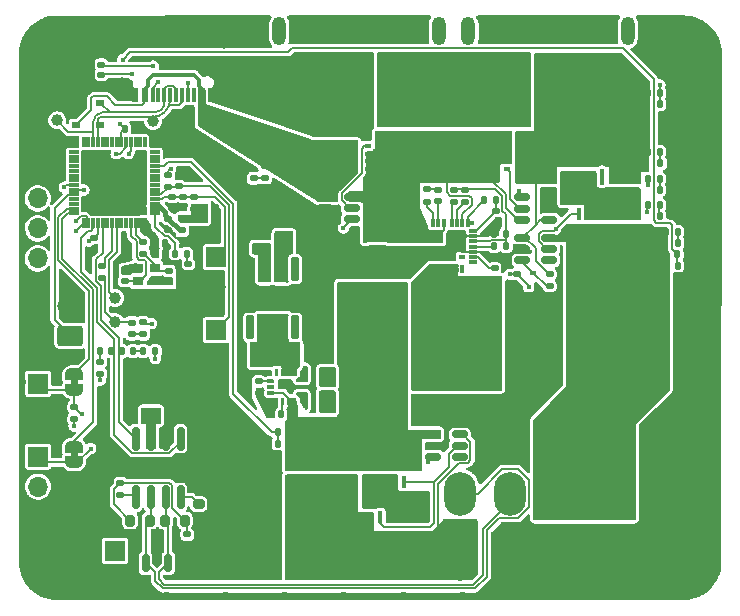
<source format=gbr>
%TF.GenerationSoftware,KiCad,Pcbnew,(7.0.0)*%
%TF.CreationDate,2023-09-07T01:40:49+01:00*%
%TF.ProjectId,PDU,5044552e-6b69-4636-9164-5f7063625858,rev?*%
%TF.SameCoordinates,Original*%
%TF.FileFunction,Copper,L1,Top*%
%TF.FilePolarity,Positive*%
%FSLAX46Y46*%
G04 Gerber Fmt 4.6, Leading zero omitted, Abs format (unit mm)*
G04 Created by KiCad (PCBNEW (7.0.0)) date 2023-09-07 01:40:49*
%MOMM*%
%LPD*%
G01*
G04 APERTURE LIST*
G04 Aperture macros list*
%AMRoundRect*
0 Rectangle with rounded corners*
0 $1 Rounding radius*
0 $2 $3 $4 $5 $6 $7 $8 $9 X,Y pos of 4 corners*
0 Add a 4 corners polygon primitive as box body*
4,1,4,$2,$3,$4,$5,$6,$7,$8,$9,$2,$3,0*
0 Add four circle primitives for the rounded corners*
1,1,$1+$1,$2,$3*
1,1,$1+$1,$4,$5*
1,1,$1+$1,$6,$7*
1,1,$1+$1,$8,$9*
0 Add four rect primitives between the rounded corners*
20,1,$1+$1,$2,$3,$4,$5,0*
20,1,$1+$1,$4,$5,$6,$7,0*
20,1,$1+$1,$6,$7,$8,$9,0*
20,1,$1+$1,$8,$9,$2,$3,0*%
%AMFreePoly0*
4,1,19,0.500000,-0.750000,0.000000,-0.750000,0.000000,-0.744911,-0.071157,-0.744911,-0.207708,-0.704816,-0.327430,-0.627875,-0.420627,-0.520320,-0.479746,-0.390866,-0.500000,-0.250000,-0.500000,0.250000,-0.479746,0.390866,-0.420627,0.520320,-0.327430,0.627875,-0.207708,0.704816,-0.071157,0.744911,0.000000,0.744911,0.000000,0.750000,0.500000,0.750000,0.500000,-0.750000,0.500000,-0.750000,
$1*%
%AMFreePoly1*
4,1,19,0.000000,0.744911,0.071157,0.744911,0.207708,0.704816,0.327430,0.627875,0.420627,0.520320,0.479746,0.390866,0.500000,0.250000,0.500000,-0.250000,0.479746,-0.390866,0.420627,-0.520320,0.327430,-0.627875,0.207708,-0.704816,0.071157,-0.744911,0.000000,-0.744911,0.000000,-0.750000,-0.500000,-0.750000,-0.500000,0.750000,0.000000,0.750000,0.000000,0.744911,0.000000,0.744911,
$1*%
%AMFreePoly2*
4,1,14,0.243536,0.153536,0.378536,0.018535,0.380000,0.014998,0.380000,-0.150000,0.378536,-0.153536,0.375000,-0.155000,-0.250000,-0.155000,-0.253536,-0.153536,-0.255000,-0.150000,-0.255000,0.150000,-0.253536,0.153536,-0.250000,0.155000,0.240000,0.155001,0.243536,0.153536,0.243536,0.153536,$1*%
%AMFreePoly3*
4,1,13,0.378536,0.153536,0.380000,0.150000,0.380000,-0.150000,0.378536,-0.153536,0.375000,-0.155000,-0.250000,-0.155000,-0.253536,-0.153536,-0.255000,-0.150000,-0.255000,0.150000,-0.253536,0.153536,-0.250000,0.155000,0.375000,0.155000,0.378536,0.153536,0.378536,0.153536,$1*%
%AMFreePoly4*
4,1,13,0.203536,0.278536,0.205000,0.275000,0.205000,-0.350000,0.203536,-0.353536,0.200000,-0.355000,-0.100000,-0.355000,-0.103536,-0.353536,-0.105000,-0.350000,-0.105000,0.275000,-0.103536,0.278536,-0.100000,0.280000,0.200000,0.280000,0.203536,0.278536,0.203536,0.278536,$1*%
%AMFreePoly5*
4,1,20,0.500200,0.279502,0.501490,0.279336,0.602490,0.221336,0.602905,0.220797,0.603536,0.220536,0.604033,0.219333,0.604827,0.218305,0.604739,0.217629,0.605000,0.217000,0.605000,-0.350000,0.603536,-0.353536,0.600000,-0.355000,-0.200000,-0.355000,-0.203536,-0.353536,-0.205000,-0.350000,-0.205000,0.275000,-0.203536,0.278536,-0.200000,0.280000,0.499000,0.280000,0.500200,0.279502,
0.500200,0.279502,$1*%
%AMFreePoly6*
4,1,20,0.453536,0.128536,0.455000,0.125000,0.455000,-0.225000,0.453536,-0.228536,0.450000,-0.230000,-0.074000,-0.230000,-0.075201,-0.229502,-0.076490,-0.229336,-0.177490,-0.171336,-0.177905,-0.170797,-0.178536,-0.170536,-0.179033,-0.169333,-0.179827,-0.168305,-0.179739,-0.167629,-0.180000,-0.167000,-0.180000,0.125000,-0.178536,0.128536,-0.175000,0.130000,0.450000,0.130000,0.453536,0.128536,
0.453536,0.128536,$1*%
%AMFreePoly7*
4,1,13,0.453536,0.178536,0.455000,0.175000,0.455000,-0.175000,0.453536,-0.178536,0.450000,-0.180000,-0.175000,-0.180000,-0.178536,-0.178536,-0.180000,-0.175000,-0.180000,0.175000,-0.178536,0.178536,-0.175000,0.180000,0.450000,0.180000,0.453536,0.178536,0.453536,0.178536,$1*%
%AMFreePoly8*
4,1,20,0.453536,0.128536,0.455000,0.125000,0.455000,-0.225000,0.453536,-0.228536,0.450000,-0.230000,-0.175000,-0.230000,-0.178536,-0.228536,-0.180000,-0.225000,-0.180000,0.067000,-0.179739,0.067629,-0.179827,0.068305,-0.179033,0.069333,-0.178536,0.070536,-0.177905,0.070797,-0.177490,0.071336,-0.076490,0.129336,-0.075201,0.129502,-0.074000,0.130000,0.450000,0.130000,0.453536,0.128536,
0.453536,0.128536,$1*%
%AMFreePoly9*
4,1,20,0.403536,0.253536,0.405000,0.250000,0.405000,-0.317000,0.404739,-0.317629,0.404827,-0.318305,0.404033,-0.319333,0.403536,-0.320536,0.402905,-0.320797,0.402490,-0.321336,0.301490,-0.379336,0.300200,-0.379502,0.299000,-0.380000,-0.400000,-0.380000,-0.403536,-0.378536,-0.405000,-0.375000,-0.405000,0.250000,-0.403536,0.253536,-0.400000,0.255000,0.400000,0.255000,0.403536,0.253536,
0.403536,0.253536,$1*%
%AMFreePoly10*
4,1,13,0.203536,0.253536,0.205000,0.250000,0.205000,-0.375000,0.203536,-0.378536,0.200000,-0.380000,-0.100000,-0.380000,-0.103536,-0.378536,-0.105000,-0.375000,-0.105000,0.250000,-0.103536,0.253536,-0.100000,0.255000,0.200000,0.255000,0.203536,0.253536,0.203536,0.253536,$1*%
G04 Aperture macros list end*
%TA.AperFunction,SMDPad,CuDef*%
%ADD10RoundRect,0.135000X0.185000X-0.135000X0.185000X0.135000X-0.185000X0.135000X-0.185000X-0.135000X0*%
%TD*%
%TA.AperFunction,SMDPad,CuDef*%
%ADD11RoundRect,0.140000X-0.140000X-0.170000X0.140000X-0.170000X0.140000X0.170000X-0.140000X0.170000X0*%
%TD*%
%TA.AperFunction,SMDPad,CuDef*%
%ADD12RoundRect,0.225000X0.225000X0.250000X-0.225000X0.250000X-0.225000X-0.250000X0.225000X-0.250000X0*%
%TD*%
%TA.AperFunction,SMDPad,CuDef*%
%ADD13RoundRect,0.225000X-0.250000X0.225000X-0.250000X-0.225000X0.250000X-0.225000X0.250000X0.225000X0*%
%TD*%
%TA.AperFunction,SMDPad,CuDef*%
%ADD14R,0.550000X0.300000*%
%TD*%
%TA.AperFunction,SMDPad,CuDef*%
%ADD15R,0.300000X0.450000*%
%TD*%
%TA.AperFunction,SMDPad,CuDef*%
%ADD16R,0.300000X0.725000*%
%TD*%
%TA.AperFunction,SMDPad,CuDef*%
%ADD17R,0.725000X0.300000*%
%TD*%
%TA.AperFunction,SMDPad,CuDef*%
%ADD18R,1.575000X1.050000*%
%TD*%
%TA.AperFunction,SMDPad,CuDef*%
%ADD19R,1.150000X1.050000*%
%TD*%
%TA.AperFunction,SMDPad,CuDef*%
%ADD20R,2.175000X1.200000*%
%TD*%
%TA.AperFunction,SMDPad,CuDef*%
%ADD21R,0.580000X0.380000*%
%TD*%
%TA.AperFunction,SMDPad,CuDef*%
%ADD22R,0.650000X0.455000*%
%TD*%
%TA.AperFunction,SMDPad,CuDef*%
%ADD23R,2.350000X0.275000*%
%TD*%
%TA.AperFunction,SMDPad,CuDef*%
%ADD24R,0.405000X0.990000*%
%TD*%
%TA.AperFunction,SMDPad,CuDef*%
%ADD25R,0.405000X0.510000*%
%TD*%
%TA.AperFunction,SMDPad,CuDef*%
%ADD26R,2.235000X1.725000*%
%TD*%
%TA.AperFunction,SMDPad,CuDef*%
%ADD27R,0.077000X0.250000*%
%TD*%
%TA.AperFunction,SMDPad,CuDef*%
%ADD28RoundRect,0.135000X-0.135000X-0.185000X0.135000X-0.185000X0.135000X0.185000X-0.135000X0.185000X0*%
%TD*%
%TA.AperFunction,SMDPad,CuDef*%
%ADD29R,0.700000X1.000000*%
%TD*%
%TA.AperFunction,SMDPad,CuDef*%
%ADD30R,0.700000X0.600000*%
%TD*%
%TA.AperFunction,SMDPad,CuDef*%
%ADD31RoundRect,0.135000X-0.185000X0.135000X-0.185000X-0.135000X0.185000X-0.135000X0.185000X0.135000X0*%
%TD*%
%TA.AperFunction,SMDPad,CuDef*%
%ADD32RoundRect,0.135000X0.135000X0.185000X-0.135000X0.185000X-0.135000X-0.185000X0.135000X-0.185000X0*%
%TD*%
%TA.AperFunction,SMDPad,CuDef*%
%ADD33RoundRect,0.150000X-0.512500X-0.150000X0.512500X-0.150000X0.512500X0.150000X-0.512500X0.150000X0*%
%TD*%
%TA.AperFunction,SMDPad,CuDef*%
%ADD34R,0.600000X0.400000*%
%TD*%
%TA.AperFunction,SMDPad,CuDef*%
%ADD35R,0.550000X0.400000*%
%TD*%
%TA.AperFunction,SMDPad,CuDef*%
%ADD36R,2.030000X2.650000*%
%TD*%
%TA.AperFunction,SMDPad,CuDef*%
%ADD37R,0.600000X1.160000*%
%TD*%
%TA.AperFunction,SMDPad,CuDef*%
%ADD38R,0.300000X1.160000*%
%TD*%
%TA.AperFunction,ComponentPad*%
%ADD39O,0.900000X2.000000*%
%TD*%
%TA.AperFunction,ComponentPad*%
%ADD40O,0.900000X1.700000*%
%TD*%
%TA.AperFunction,SMDPad,CuDef*%
%ADD41C,1.000000*%
%TD*%
%TA.AperFunction,SMDPad,CuDef*%
%ADD42RoundRect,0.150000X-0.150000X0.825000X-0.150000X-0.825000X0.150000X-0.825000X0.150000X0.825000X0*%
%TD*%
%TA.AperFunction,ComponentPad*%
%ADD43RoundRect,0.250000X0.850000X0.600000X-0.850000X0.600000X-0.850000X-0.600000X0.850000X-0.600000X0*%
%TD*%
%TA.AperFunction,ComponentPad*%
%ADD44O,2.200000X1.700000*%
%TD*%
%TA.AperFunction,ComponentPad*%
%ADD45R,3.716000X3.716000*%
%TD*%
%TA.AperFunction,ComponentPad*%
%ADD46C,3.716000*%
%TD*%
%TA.AperFunction,ComponentPad*%
%ADD47O,1.200000X2.400000*%
%TD*%
%TA.AperFunction,ComponentPad*%
%ADD48R,1.700000X1.700000*%
%TD*%
%TA.AperFunction,ComponentPad*%
%ADD49O,1.700000X1.700000*%
%TD*%
%TA.AperFunction,SMDPad,CuDef*%
%ADD50RoundRect,0.147500X0.147500X0.172500X-0.147500X0.172500X-0.147500X-0.172500X0.147500X-0.172500X0*%
%TD*%
%TA.AperFunction,SMDPad,CuDef*%
%ADD51RoundRect,0.140000X0.170000X-0.140000X0.170000X0.140000X-0.170000X0.140000X-0.170000X-0.140000X0*%
%TD*%
%TA.AperFunction,SMDPad,CuDef*%
%ADD52RoundRect,0.147500X-0.172500X0.147500X-0.172500X-0.147500X0.172500X-0.147500X0.172500X0.147500X0*%
%TD*%
%TA.AperFunction,SMDPad,CuDef*%
%ADD53RoundRect,0.140000X0.140000X0.170000X-0.140000X0.170000X-0.140000X-0.170000X0.140000X-0.170000X0*%
%TD*%
%TA.AperFunction,SMDPad,CuDef*%
%ADD54RoundRect,0.140000X-0.170000X0.140000X-0.170000X-0.140000X0.170000X-0.140000X0.170000X0.140000X0*%
%TD*%
%TA.AperFunction,ComponentPad*%
%ADD55C,5.600000*%
%TD*%
%TA.AperFunction,SMDPad,CuDef*%
%ADD56RoundRect,0.225000X-0.225000X-0.250000X0.225000X-0.250000X0.225000X0.250000X-0.225000X0.250000X0*%
%TD*%
%TA.AperFunction,SMDPad,CuDef*%
%ADD57RoundRect,0.200000X-0.200000X-0.275000X0.200000X-0.275000X0.200000X0.275000X-0.200000X0.275000X0*%
%TD*%
%TA.AperFunction,SMDPad,CuDef*%
%ADD58RoundRect,0.218750X0.381250X-0.218750X0.381250X0.218750X-0.381250X0.218750X-0.381250X-0.218750X0*%
%TD*%
%TA.AperFunction,SMDPad,CuDef*%
%ADD59RoundRect,0.200000X0.275000X-0.200000X0.275000X0.200000X-0.275000X0.200000X-0.275000X-0.200000X0*%
%TD*%
%TA.AperFunction,SMDPad,CuDef*%
%ADD60FreePoly0,90.000000*%
%TD*%
%TA.AperFunction,SMDPad,CuDef*%
%ADD61FreePoly1,90.000000*%
%TD*%
%TA.AperFunction,SMDPad,CuDef*%
%ADD62RoundRect,0.147500X0.172500X-0.147500X0.172500X0.147500X-0.172500X0.147500X-0.172500X-0.147500X0*%
%TD*%
%TA.AperFunction,SMDPad,CuDef*%
%ADD63RoundRect,0.006600X0.398400X0.103400X-0.398400X0.103400X-0.398400X-0.103400X0.398400X-0.103400X0*%
%TD*%
%TA.AperFunction,SMDPad,CuDef*%
%ADD64RoundRect,0.022000X0.088000X0.383000X-0.088000X0.383000X-0.088000X-0.383000X0.088000X-0.383000X0*%
%TD*%
%TA.AperFunction,SMDPad,CuDef*%
%ADD65R,4.000000X4.000000*%
%TD*%
%TA.AperFunction,SMDPad,CuDef*%
%ADD66FreePoly0,270.000000*%
%TD*%
%TA.AperFunction,SMDPad,CuDef*%
%ADD67FreePoly1,270.000000*%
%TD*%
%TA.AperFunction,SMDPad,CuDef*%
%ADD68RoundRect,0.147500X-0.147500X-0.172500X0.147500X-0.172500X0.147500X0.172500X-0.147500X0.172500X0*%
%TD*%
%TA.AperFunction,SMDPad,CuDef*%
%ADD69R,0.900000X0.800000*%
%TD*%
%TA.AperFunction,SMDPad,CuDef*%
%ADD70RoundRect,0.150000X0.512500X0.150000X-0.512500X0.150000X-0.512500X-0.150000X0.512500X-0.150000X0*%
%TD*%
%TA.AperFunction,ComponentPad*%
%ADD71RoundRect,0.250001X1.099999X1.599999X-1.099999X1.599999X-1.099999X-1.599999X1.099999X-1.599999X0*%
%TD*%
%TA.AperFunction,ComponentPad*%
%ADD72O,2.700000X3.700000*%
%TD*%
%TA.AperFunction,SMDPad,CuDef*%
%ADD73RoundRect,0.250000X1.750000X1.000000X-1.750000X1.000000X-1.750000X-1.000000X1.750000X-1.000000X0*%
%TD*%
%TA.AperFunction,SMDPad,CuDef*%
%ADD74R,0.400000X0.450000*%
%TD*%
%TA.AperFunction,SMDPad,CuDef*%
%ADD75R,0.500000X0.450000*%
%TD*%
%TA.AperFunction,SMDPad,CuDef*%
%ADD76RoundRect,0.250000X-0.650000X0.325000X-0.650000X-0.325000X0.650000X-0.325000X0.650000X0.325000X0*%
%TD*%
%TA.AperFunction,SMDPad,CuDef*%
%ADD77RoundRect,0.150000X0.150000X-0.587500X0.150000X0.587500X-0.150000X0.587500X-0.150000X-0.587500X0*%
%TD*%
%TA.AperFunction,SMDPad,CuDef*%
%ADD78FreePoly2,0.000000*%
%TD*%
%TA.AperFunction,SMDPad,CuDef*%
%ADD79FreePoly3,0.000000*%
%TD*%
%TA.AperFunction,SMDPad,CuDef*%
%ADD80FreePoly4,0.000000*%
%TD*%
%TA.AperFunction,SMDPad,CuDef*%
%ADD81FreePoly5,0.000000*%
%TD*%
%TA.AperFunction,SMDPad,CuDef*%
%ADD82FreePoly6,0.000000*%
%TD*%
%TA.AperFunction,SMDPad,CuDef*%
%ADD83FreePoly7,0.000000*%
%TD*%
%TA.AperFunction,SMDPad,CuDef*%
%ADD84FreePoly8,0.000000*%
%TD*%
%TA.AperFunction,SMDPad,CuDef*%
%ADD85FreePoly9,0.000000*%
%TD*%
%TA.AperFunction,SMDPad,CuDef*%
%ADD86FreePoly10,0.000000*%
%TD*%
%TA.AperFunction,SMDPad,CuDef*%
%ADD87RoundRect,0.042000X0.258000X-0.943000X0.258000X0.943000X-0.258000X0.943000X-0.258000X-0.943000X0*%
%TD*%
%TA.AperFunction,SMDPad,CuDef*%
%ADD88R,2.150000X2.150000*%
%TD*%
%TA.AperFunction,SMDPad,CuDef*%
%ADD89R,3.350000X4.700000*%
%TD*%
%TA.AperFunction,ViaPad*%
%ADD90C,0.800000*%
%TD*%
%TA.AperFunction,ViaPad*%
%ADD91C,0.450000*%
%TD*%
%TA.AperFunction,ViaPad*%
%ADD92C,0.600000*%
%TD*%
%TA.AperFunction,Conductor*%
%ADD93C,0.200000*%
%TD*%
%TA.AperFunction,Conductor*%
%ADD94C,0.350000*%
%TD*%
%TA.AperFunction,Conductor*%
%ADD95C,0.150000*%
%TD*%
%TA.AperFunction,Conductor*%
%ADD96C,0.400000*%
%TD*%
G04 APERTURE END LIST*
%TO.C,JP2*%
G36*
X71750000Y-54535000D02*
G01*
X71150000Y-54535000D01*
X71150000Y-54035000D01*
X71750000Y-54035000D01*
X71750000Y-54535000D01*
G37*
%TO.C,JP1*%
G36*
X71740000Y-60660000D02*
G01*
X71140000Y-60660000D01*
X71140000Y-60160000D01*
X71740000Y-60160000D01*
X71740000Y-60660000D01*
G37*
%TD*%
D10*
%TO.P,R23,1*%
%TO.N,/CAN/Vref*%
X75352980Y-63840000D03*
%TO.P,R23,2*%
%TO.N,Net-(C20-Pad1)*%
X75352980Y-62820000D03*
%TD*%
D11*
%TO.P,C18,1*%
%TO.N,+3V3*%
X78358980Y-57388000D03*
%TO.P,C18,2*%
%TO.N,GND*%
X79318980Y-57388000D03*
%TD*%
D12*
%TO.P,C17,1*%
%TO.N,RBUS_uC_V*%
X94369000Y-47800000D03*
%TO.P,C17,2*%
%TO.N,GND*%
X92819000Y-47800000D03*
%TD*%
D13*
%TO.P,C34,1*%
%TO.N,GND*%
X98974000Y-44805000D03*
%TO.P,C34,2*%
%TO.N,RBUS_uC_V*%
X98974000Y-46355000D03*
%TD*%
D14*
%TO.P,IC2,1,V_IN_1*%
%TO.N,Net-(IC2-EN)*%
X101263999Y-41905999D03*
%TO.P,IC2,2,V_IN_2*%
X101263999Y-42355999D03*
%TO.P,IC2,3,P_GND_1*%
%TO.N,GND*%
X101263999Y-43255999D03*
%TO.P,IC2,4,P_GND_2*%
X101263999Y-43705999D03*
D15*
%TO.P,IC2,5,SW_1*%
%TO.N,/Bucks/SW*%
X101813999Y-44805999D03*
%TO.P,IC2,6,SW_2*%
X102263999Y-44805999D03*
%TO.P,IC2,7,SW_3*%
X102713999Y-44805999D03*
%TO.P,IC2,8,SW_4*%
X103413999Y-44805999D03*
%TO.P,IC2,9,SW_5*%
X103863999Y-44805999D03*
D16*
%TO.P,IC2,10,GL_1*%
%TO.N,unconnected-(IC2-GL_1-Pad10)*%
X104313999Y-44668999D03*
D17*
%TO.P,IC2,11,GL_2*%
%TO.N,unconnected-(IC2-GL_2-Pad11)*%
X105225999Y-44155999D03*
%TO.P,IC2,12,V_DRV*%
%TO.N,Net-(IC2-V_DRV)*%
X105225999Y-43705999D03*
%TO.P,IC2,13,P_GND_3*%
%TO.N,GND*%
X105225999Y-43255999D03*
%TO.P,IC2,14,P_GOOD*%
%TO.N,Net-(IC2-P_GOOD)*%
X105225999Y-42805999D03*
%TO.P,IC2,15,VDD*%
%TO.N,/Bucks/Vdd*%
X105225999Y-42355999D03*
%TO.P,IC2,16,A_GND*%
%TO.N,GND*%
X105225999Y-41905999D03*
%TO.P,IC2,17,FB*%
%TO.N,/Bucks/FB*%
X105225999Y-41455999D03*
D16*
%TO.P,IC2,18,V_OUT*%
%TO.N,RBUS_uC_V*%
X104763999Y-40793999D03*
%TO.P,IC2,19,EN*%
%TO.N,Net-(IC2-EN)*%
X104313999Y-40793999D03*
%TO.P,IC2,20,MODE_2*%
%TO.N,/Bucks/MODE_2*%
X103863999Y-40793999D03*
%TO.P,IC2,21,_MODE_1*%
%TO.N,/Bucks/MODE_1*%
X103413999Y-40793999D03*
%TO.P,IC2,22,VIN_1*%
%TO.N,Net-(IC2-EN)*%
X102713999Y-40793999D03*
%TO.P,IC2,23,BOOT*%
%TO.N,/Bucks/BOOT*%
X102263999Y-40793999D03*
%TO.P,IC2,24,PHASE*%
%TO.N,/Bucks/PHASE*%
X101813999Y-40793999D03*
D18*
%TO.P,IC2,25,AGND*%
%TO.N,GND*%
X103775999Y-41980999D03*
D19*
%TO.P,IC2,26,VIN_2*%
%TO.N,Net-(IC2-EN)*%
X102113999Y-41980999D03*
D20*
%TO.P,IC2,27,PGND*%
%TO.N,GND*%
X102625999Y-43405999D03*
D21*
%TO.P,IC2,28,GL_3*%
%TO.N,unconnected-(IC2-GL_3-Pad28)*%
X104273999Y-43720999D03*
D22*
%TO.P,IC2,29,P_GND_4*%
%TO.N,GND*%
X104038999Y-43033999D03*
D23*
%TO.P,IC2,30,SW_6*%
%TO.N,/Bucks/SW*%
X102838999Y-44443999D03*
%TD*%
D24*
%TO.P,Q8,1,S_1*%
%TO.N,Net-(Q7-S_1)*%
X99329999Y-65719999D03*
%TO.P,Q8,2,S_2*%
X98669999Y-65719999D03*
%TO.P,Q8,3,S_3*%
X98009999Y-65719999D03*
%TO.P,Q8,4,G*%
%TO.N,Net-(Q7-G)*%
X97349999Y-65719999D03*
D25*
%TO.P,Q8,5,D_1*%
%TO.N,Net-(J5-Pin_4)*%
X97349999Y-68829999D03*
%TO.P,Q8,6,D_2*%
X98009999Y-68829999D03*
%TO.P,Q8,7,D_3*%
X98669999Y-68829999D03*
%TO.P,Q8,8,D_4*%
X99329999Y-68829999D03*
D26*
%TO.P,Q8,9,D_5*%
X98339999Y-67711999D03*
D27*
%TO.P,Q8,10,D_6*%
X97183999Y-68449999D03*
%TO.P,Q8,11,D_7*%
X99495999Y-68449999D03*
%TD*%
D24*
%TO.P,Q10,1,S_1*%
%TO.N,Net-(Q10-S_1)*%
X116139999Y-40059999D03*
%TO.P,Q10,2,S_2*%
X115479999Y-40059999D03*
%TO.P,Q10,3,S_3*%
X114819999Y-40059999D03*
%TO.P,Q10,4,G*%
%TO.N,Net-(Q10-G)*%
X114159999Y-40059999D03*
D25*
%TO.P,Q10,5,D_1*%
%TO.N,Net-(J5-Pin_5)*%
X114159999Y-43169999D03*
%TO.P,Q10,6,D_2*%
X114819999Y-43169999D03*
%TO.P,Q10,7,D_3*%
X115479999Y-43169999D03*
%TO.P,Q10,8,D_4*%
X116139999Y-43169999D03*
D26*
%TO.P,Q10,9,D_5*%
X115149999Y-42051999D03*
D27*
%TO.P,Q10,10,D_6*%
X113993999Y-42789999D03*
%TO.P,Q10,11,D_7*%
X116305999Y-42789999D03*
%TD*%
D28*
%TO.P,R32,1*%
%TO.N,/DepVoltage*%
X122560000Y-44430000D03*
%TO.P,R32,2*%
%TO.N,GND*%
X123580000Y-44430000D03*
%TD*%
D29*
%TO.P,D1,1,A*%
%TO.N,GND*%
X71629999Y-30829999D03*
D30*
%TO.P,D1,2,K*%
%TO.N,VBUS*%
X71629999Y-32529999D03*
%TO.P,D1,3,K*%
%TO.N,/Data-*%
X73629999Y-32529999D03*
%TO.P,D1,4,K*%
%TO.N,/Data+*%
X73629999Y-30629999D03*
%TD*%
D31*
%TO.P,R21,1*%
%TO.N,/Bucks/FB*%
X107130000Y-39800000D03*
%TO.P,R21,2*%
%TO.N,GND*%
X107130000Y-40820000D03*
%TD*%
D32*
%TO.P,R20,1*%
%TO.N,/Bucks/FB*%
X107190000Y-38885000D03*
%TO.P,R20,2*%
%TO.N,RBUS_uC_V*%
X106170000Y-38885000D03*
%TD*%
D33*
%TO.P,U7,1,VIN*%
%TO.N,+12V*%
X109392500Y-42060000D03*
%TO.P,U7,2,GND*%
%TO.N,GND*%
X109392500Y-43010000D03*
%TO.P,U7,3,CTL*%
%TO.N,/Switches+RBUS/CTL*%
X109392500Y-43960000D03*
%TO.P,U7,4,STAT*%
%TO.N,unconnected-(U7-STAT-Pad4)*%
X111667500Y-43960000D03*
%TO.P,U7,5,GATE*%
%TO.N,Net-(Q10-G)*%
X111667500Y-43010000D03*
%TO.P,U7,6,SENSE*%
%TO.N,Net-(J5-Pin_5)*%
X111667500Y-42060000D03*
%TD*%
D28*
%TO.P,R14,1*%
%TO.N,+12V*%
X120010000Y-29800000D03*
%TO.P,R14,2*%
%TO.N,/BattVoltage*%
X121030000Y-29800000D03*
%TD*%
D34*
%TO.P,Q5,1,S_1*%
%TO.N,Net-(IC2-EN)*%
X108084999Y-34299999D03*
%TO.P,Q5,2,S_2*%
X108084999Y-34949999D03*
%TO.P,Q5,3,S_3*%
X108084999Y-35599999D03*
%TO.P,Q5,4,G*%
%TO.N,Net-(Q5-G)*%
X108084999Y-36249999D03*
D35*
%TO.P,Q5,5,D_1*%
%TO.N,+12V*%
X111309999Y-36249999D03*
%TO.P,Q5,6,D_2*%
X111309999Y-35599999D03*
%TO.P,Q5,7,D_3*%
X111309999Y-34949999D03*
%TO.P,Q5,8,D_4*%
X111309999Y-34299999D03*
D36*
%TO.P,Q5,9,D_5*%
X110019999Y-35274999D03*
%TD*%
D37*
%TO.P,J3,A1,GND*%
%TO.N,GND*%
X83029999Y-30009999D03*
%TO.P,J3,A4,VBUS*%
%TO.N,VBUS*%
X82229999Y-30009999D03*
D38*
%TO.P,J3,A5,CC1*%
%TO.N,Net-(J3-CC1)*%
X81079999Y-30009999D03*
%TO.P,J3,A6,D+*%
%TO.N,/Data+*%
X80079999Y-30009999D03*
%TO.P,J3,A7,D-*%
%TO.N,/Data-*%
X79579999Y-30009999D03*
%TO.P,J3,A8,SBU1*%
%TO.N,unconnected-(J3-SBU1-PadA8)*%
X78579999Y-30009999D03*
D37*
%TO.P,J3,A9,VBUS*%
%TO.N,VBUS*%
X77429999Y-30009999D03*
%TO.P,J3,A12,GND*%
%TO.N,GND*%
X76629999Y-30009999D03*
%TO.P,J3,B1,GND*%
X76629999Y-30009999D03*
%TO.P,J3,B4,VBUS*%
%TO.N,VBUS*%
X77429999Y-30009999D03*
D38*
%TO.P,J3,B5,CC2*%
%TO.N,Net-(J3-CC2)*%
X78079999Y-30009999D03*
%TO.P,J3,B6,D+*%
%TO.N,/Data+*%
X79079999Y-30009999D03*
%TO.P,J3,B7,D-*%
%TO.N,/Data-*%
X80579999Y-30009999D03*
%TO.P,J3,B8,SBU2*%
%TO.N,unconnected-(J3-SBU2-PadB8)*%
X81579999Y-30009999D03*
D37*
%TO.P,J3,B9,VBUS*%
%TO.N,VBUS*%
X82229999Y-30009999D03*
%TO.P,J3,B12,GND*%
%TO.N,GND*%
X83029999Y-30009999D03*
D39*
%TO.P,J3,S1,SHIELD*%
X84149999Y-29429999D03*
D40*
X84149999Y-25259999D03*
D39*
X75509999Y-29429999D03*
D40*
X75509999Y-25259999D03*
%TD*%
D41*
%TO.P,TP2,1,1*%
%TO.N,/Data+*%
X70000000Y-32130000D03*
%TD*%
D32*
%TO.P,R33,1*%
%TO.N,Net-(LOGICLED1-A)*%
X121010000Y-39300000D03*
%TO.P,R33,2*%
%TO.N,Net-(J5-Pin_4)*%
X119990000Y-39300000D03*
%TD*%
D11*
%TO.P,C4,1*%
%TO.N,+3V3*%
X82520000Y-39550000D03*
%TO.P,C4,2*%
%TO.N,GND*%
X83480000Y-39550000D03*
%TD*%
D42*
%TO.P,U5,1,D*%
%TO.N,/CAN_TX*%
X80452980Y-59080000D03*
%TO.P,U5,2,GND*%
%TO.N,GND*%
X79182980Y-59080000D03*
%TO.P,U5,3,VCC*%
%TO.N,+3V3*%
X77912980Y-59080000D03*
%TO.P,U5,4,R*%
%TO.N,/CAN_RX*%
X76642980Y-59080000D03*
%TO.P,U5,5,Vref*%
%TO.N,/CAN/Vref*%
X76642980Y-64030000D03*
%TO.P,U5,6,CANL*%
%TO.N,/CAN-*%
X77912980Y-64030000D03*
%TO.P,U5,7,CANH*%
%TO.N,/CAN+*%
X79182980Y-64030000D03*
%TO.P,U5,8,Rs*%
%TO.N,Net-(U5-Rs)*%
X80452980Y-64030000D03*
%TD*%
D43*
%TO.P,J1,1,Pin_1*%
%TO.N,/ARMING*%
X71110000Y-50355000D03*
D44*
%TO.P,J1,2,Pin_2*%
%TO.N,GND*%
X71109999Y-47854999D03*
%TD*%
D28*
%TO.P,R9,1*%
%TO.N,+12V*%
X119990000Y-34790000D03*
%TO.P,R9,2*%
%TO.N,Net-(BATTLED1-A)*%
X121010000Y-34790000D03*
%TD*%
D32*
%TO.P,R7,1*%
%TO.N,Net-(3V3LED1-A)*%
X121010000Y-37060000D03*
%TO.P,R7,2*%
%TO.N,+3V3*%
X119990000Y-37060000D03*
%TD*%
D45*
%TO.P,J7,1,+*%
%TO.N,Net-(J7-+)*%
X99159999Y-30569999D03*
D46*
%TO.P,J7,2,-*%
%TO.N,GND*%
X91960000Y-30570000D03*
D47*
%TO.P,J7,S1*%
%TO.N,N/C*%
X102309999Y-24569999D03*
%TO.P,J7,S2*%
X88809999Y-24569999D03*
%TD*%
D24*
%TO.P,Q9,1,S_1*%
%TO.N,Net-(Q10-S_1)*%
X114149999Y-37064999D03*
%TO.P,Q9,2,S_2*%
X114809999Y-37064999D03*
%TO.P,Q9,3,S_3*%
X115469999Y-37064999D03*
%TO.P,Q9,4,G*%
%TO.N,Net-(Q10-G)*%
X116129999Y-37064999D03*
D25*
%TO.P,Q9,5,D_1*%
%TO.N,+12V*%
X116129999Y-33954999D03*
%TO.P,Q9,6,D_2*%
X115469999Y-33954999D03*
%TO.P,Q9,7,D_3*%
X114809999Y-33954999D03*
%TO.P,Q9,8,D_4*%
X114149999Y-33954999D03*
D26*
%TO.P,Q9,9,D_5*%
X115139999Y-35072999D03*
D27*
%TO.P,Q9,10,D_6*%
X116295999Y-34334999D03*
%TO.P,Q9,11,D_7*%
X113983999Y-34334999D03*
%TD*%
D48*
%TO.P,ENJUMPER1,1,Pin_1*%
%TO.N,/CHIP_PU*%
X83449999Y-43689999D03*
D49*
%TO.P,ENJUMPER1,2,Pin_2*%
%TO.N,GND*%
X83449999Y-46229999D03*
%TD*%
D48*
%TO.P,J2,1,Pin_1*%
%TO.N,+3V3*%
X74909999Y-68559999D03*
D49*
%TO.P,J2,2,Pin_2*%
%TO.N,GND*%
X74909999Y-71099999D03*
%TD*%
D13*
%TO.P,C25,1*%
%TO.N,GND*%
X95974000Y-44805000D03*
%TO.P,C25,2*%
%TO.N,RBUS_uC_V*%
X95974000Y-46355000D03*
%TD*%
D50*
%TO.P,LOGICLED1,1,K*%
%TO.N,GND*%
X121995000Y-40250000D03*
%TO.P,LOGICLED1,2,A*%
%TO.N,Net-(LOGICLED1-A)*%
X121025000Y-40250000D03*
%TD*%
D51*
%TO.P,C42,1*%
%TO.N,/Bucks/BOOT*%
X102234000Y-38946000D03*
%TO.P,C42,2*%
%TO.N,Net-(C42-Pad2)*%
X102234000Y-37986000D03*
%TD*%
D52*
%TO.P,L2,1,1*%
%TO.N,Net-(U2-XTAL_P)*%
X77270000Y-42445000D03*
%TO.P,L2,2,2*%
%TO.N,Net-(C14-Pad1)*%
X77270000Y-43415000D03*
%TD*%
D53*
%TO.P,C53,1*%
%TO.N,GND*%
X90590000Y-42070000D03*
%TO.P,C53,2*%
%TO.N,+3V3*%
X89630000Y-42070000D03*
%TD*%
D54*
%TO.P,C10,1*%
%TO.N,+3V3*%
X73150000Y-42070000D03*
%TO.P,C10,2*%
%TO.N,GND*%
X73150000Y-43030000D03*
%TD*%
D48*
%TO.P,J8,1,Pin_1*%
%TO.N,GND*%
X68349999Y-36199999D03*
D49*
%TO.P,J8,2,Pin_2*%
%TO.N,+3V3*%
X68349999Y-38739999D03*
%TO.P,J8,3,Pin_3*%
%TO.N,/SCL*%
X68349999Y-41279999D03*
%TO.P,J8,4,Pin_4*%
%TO.N,/SDA*%
X68349999Y-43819999D03*
%TD*%
D32*
%TO.P,R26,1*%
%TO.N,/LogicVoltage*%
X88680000Y-59490000D03*
%TO.P,R26,2*%
%TO.N,GND*%
X87660000Y-59490000D03*
%TD*%
D55*
%TO.P,H3,1,1*%
%TO.N,GND*%
X123000000Y-26500000D03*
%TD*%
D53*
%TO.P,C51,1*%
%TO.N,/3V3Filter/BBOUT*%
X86690000Y-52280000D03*
%TO.P,C51,2*%
%TO.N,GND*%
X85730000Y-52280000D03*
%TD*%
D10*
%TO.P,R35,1*%
%TO.N,/Switches+RBUS/CTL*%
X111710000Y-46150000D03*
%TO.P,R35,2*%
%TO.N,+12V*%
X111710000Y-45130000D03*
%TD*%
D56*
%TO.P,C50,1*%
%TO.N,/3V3Filter/BBOUT*%
X89850000Y-52190000D03*
%TO.P,C50,2*%
%TO.N,GND*%
X91400000Y-52190000D03*
%TD*%
D54*
%TO.P,C5,1*%
%TO.N,+3V3*%
X81530000Y-40470000D03*
%TO.P,C5,2*%
%TO.N,GND*%
X81530000Y-41430000D03*
%TD*%
D50*
%TO.P,DEPLED1,1,K*%
%TO.N,GND*%
X123535000Y-42510000D03*
%TO.P,DEPLED1,2,A*%
%TO.N,Net-(DEPLED1-A)*%
X122565000Y-42510000D03*
%TD*%
D53*
%TO.P,C12,1*%
%TO.N,Net-(C12-Pad1)*%
X80960000Y-43410000D03*
%TO.P,C12,2*%
%TO.N,Net-(U2-LNA_IN{slash}RF)*%
X80000000Y-43410000D03*
%TD*%
D54*
%TO.P,C20,1*%
%TO.N,Net-(C20-Pad1)*%
X81002980Y-67180000D03*
%TO.P,C20,2*%
%TO.N,GND*%
X81002980Y-68140000D03*
%TD*%
D55*
%TO.P,H1,1,1*%
%TO.N,GND*%
X70000000Y-69500000D03*
%TD*%
D57*
%TO.P,R16,1*%
%TO.N,/CAN+*%
X79155000Y-66005000D03*
%TO.P,R16,2*%
%TO.N,Net-(C20-Pad1)*%
X80805000Y-66005000D03*
%TD*%
D58*
%TO.P,L5,1,1*%
%TO.N,/3V3Filter/LX1*%
X92820000Y-55752500D03*
%TO.P,L5,2,2*%
%TO.N,/3V3Filter/LX2*%
X92820000Y-53627500D03*
%TD*%
D53*
%TO.P,C52,1*%
%TO.N,/3V3Filter/BBOUT*%
X86700000Y-51360000D03*
%TO.P,C52,2*%
%TO.N,GND*%
X85740000Y-51360000D03*
%TD*%
D10*
%TO.P,R30,1*%
%TO.N,/Bucks/PHASE*%
X101284000Y-38996000D03*
%TO.P,R30,2*%
%TO.N,Net-(C42-Pad2)*%
X101284000Y-37976000D03*
%TD*%
D28*
%TO.P,R27,1*%
%TO.N,Net-(J5-Pin_5)*%
X121520000Y-41560000D03*
%TO.P,R27,2*%
%TO.N,Net-(DEPLED1-A)*%
X122540000Y-41560000D03*
%TD*%
D32*
%TO.P,R36,1*%
%TO.N,+3V3*%
X78320000Y-51660000D03*
%TO.P,R36,2*%
%TO.N,Net-(CANRXLED1-A)*%
X77300000Y-51660000D03*
%TD*%
D59*
%TO.P,R15,1*%
%TO.N,Net-(U5-Rs)*%
X81982980Y-64610000D03*
%TO.P,R15,2*%
%TO.N,GND*%
X81982980Y-62960000D03*
%TD*%
D32*
%TO.P,R13,1*%
%TO.N,/3V3Filter/FBIn*%
X86910000Y-42990000D03*
%TO.P,R13,2*%
%TO.N,GND*%
X85890000Y-42990000D03*
%TD*%
D60*
%TO.P,JP2,1,A*%
%TO.N,Net-(J4-Pin_1)*%
X71450000Y-54935000D03*
D61*
%TO.P,JP2,2,B*%
%TO.N,/LOGIC_SWITCH*%
X71450000Y-53635000D03*
%TD*%
D33*
%TO.P,U6,1,VIN*%
%TO.N,RBUS_uC_V*%
X101812500Y-58710000D03*
%TO.P,U6,2,GND*%
%TO.N,GND*%
X101812500Y-59660000D03*
%TO.P,U6,3,CTL*%
%TO.N,Net-(J4-Pin_1)*%
X101812500Y-60610000D03*
%TO.P,U6,4,STAT*%
%TO.N,unconnected-(U6-STAT-Pad4)*%
X104087500Y-60610000D03*
%TO.P,U6,5,GATE*%
%TO.N,Net-(Q7-G)*%
X104087500Y-59660000D03*
%TO.P,U6,6,SENSE*%
%TO.N,Net-(J5-Pin_4)*%
X104087500Y-58710000D03*
%TD*%
D10*
%TO.P,R4,1*%
%TO.N,/TXD*%
X73820000Y-45450000D03*
%TO.P,R4,2*%
%TO.N,Net-(U2-U0TXD{slash}PROG{slash}GPIO43)*%
X73820000Y-44430000D03*
%TD*%
D62*
%TO.P,USBLED1,1,K*%
%TO.N,GND*%
X86650000Y-37990000D03*
%TO.P,USBLED1,2,A*%
%TO.N,Net-(USBLED1-A)*%
X86650000Y-37020000D03*
%TD*%
D53*
%TO.P,C19,1*%
%TO.N,+3V3*%
X77498980Y-57388000D03*
%TO.P,C19,2*%
%TO.N,GND*%
X76538980Y-57388000D03*
%TD*%
D63*
%TO.P,U2,1,LNA_IN/RF*%
%TO.N,Net-(U2-LNA_IN{slash}RF)*%
X78285000Y-40000000D03*
%TO.P,U2,2,VDD3P3*%
%TO.N,Net-(C6-Pad1)*%
X78285000Y-39600000D03*
%TO.P,U2,3,VDD3P3*%
X78285000Y-39200000D03*
%TO.P,U2,4,CHIP_PU/RESET*%
%TO.N,/CHIP_PU*%
X78285000Y-38800000D03*
%TO.P,U2,5,GPIO0/BOOT*%
%TO.N,/BOOT*%
X78285000Y-38400000D03*
%TO.P,U2,6,GPIO1/ADC1_CH0*%
%TO.N,unconnected-(U2-GPIO1{slash}ADC1_CH0-Pad6)*%
X78285000Y-38000000D03*
%TO.P,U2,7,GPIO2/ADC1_CH1*%
%TO.N,unconnected-(U2-GPIO2{slash}ADC1_CH1-Pad7)*%
X78285000Y-37600000D03*
%TO.P,U2,8,GPIO3/ADC1_CH2*%
%TO.N,unconnected-(U2-GPIO3{slash}ADC1_CH2-Pad8)*%
X78285000Y-37200000D03*
%TO.P,U2,9,GPIO4/ADC1_CH3*%
%TO.N,unconnected-(U2-GPIO4{slash}ADC1_CH3-Pad9)*%
X78285000Y-36800000D03*
%TO.P,U2,10,GPIO5/ADC1_CH4*%
%TO.N,unconnected-(U2-GPIO5{slash}ADC1_CH4-Pad10)*%
X78285000Y-36400000D03*
%TO.P,U2,11,GPIO6/ADC1_CH5*%
%TO.N,/LogicVoltage*%
X78285000Y-36000000D03*
%TO.P,U2,12,GPIO7/ADC1_CH6*%
%TO.N,unconnected-(U2-GPIO7{slash}ADC1_CH6-Pad12)*%
X78285000Y-35600000D03*
%TO.P,U2,13,GPIO8/ADC1_CH7*%
%TO.N,unconnected-(U2-GPIO8{slash}ADC1_CH7-Pad13)*%
X78285000Y-35200000D03*
%TO.P,U2,14,GPIO9/ADC1_CH8*%
%TO.N,unconnected-(U2-GPIO9{slash}ADC1_CH8-Pad14)*%
X78285000Y-34800000D03*
D64*
%TO.P,U2,15,GPIO10/ADC1_CH9*%
%TO.N,unconnected-(U2-GPIO10{slash}ADC1_CH9-Pad15)*%
X77440000Y-33955000D03*
%TO.P,U2,16,GPIO11/ADC2_CH0*%
%TO.N,unconnected-(U2-GPIO11{slash}ADC2_CH0-Pad16)*%
X77040000Y-33955000D03*
%TO.P,U2,17,GPIO12/ADC2_CH1*%
%TO.N,unconnected-(U2-GPIO12{slash}ADC2_CH1-Pad17)*%
X76640000Y-33955000D03*
%TO.P,U2,18,GPIO13/ADC2_CH2*%
%TO.N,/DepVoltage*%
X76240000Y-33955000D03*
%TO.P,U2,19,GPIO14/ADC2_CH3*%
%TO.N,/BattVoltage*%
X75840000Y-33955000D03*
%TO.P,U2,20,VDD3P3_RTC*%
%TO.N,+3V3*%
X75440000Y-33955000D03*
%TO.P,U2,21,GPIO15/ADC2_CH4/XTAL_32K_P*%
%TO.N,unconnected-(U2-GPIO15{slash}ADC2_CH4{slash}XTAL_32K_P-Pad21)*%
X75040000Y-33955000D03*
%TO.P,U2,22,GPIO16/ADC2_CH5/XTAL_32K_N*%
%TO.N,unconnected-(U2-GPIO16{slash}ADC2_CH5{slash}XTAL_32K_N-Pad22)*%
X74640000Y-33955000D03*
%TO.P,U2,23,GPIO17/ADC2_CH6/DAC_2*%
%TO.N,unconnected-(U2-GPIO17{slash}ADC2_CH6{slash}DAC_2-Pad23)*%
X74240000Y-33955000D03*
%TO.P,U2,24,GPIO18/ADC2_CH7/DAC_1*%
%TO.N,unconnected-(U2-GPIO18{slash}ADC2_CH7{slash}DAC_1-Pad24)*%
X73840000Y-33955000D03*
%TO.P,U2,25,GPIO19/USB_D-/ADC2_CH8*%
%TO.N,/Data-*%
X73440000Y-33955000D03*
%TO.P,U2,26,GPIO20/USB_D+/ADC2_CH9*%
%TO.N,/Data+*%
X73040000Y-33955000D03*
%TO.P,U2,27,GPIO21*%
%TO.N,unconnected-(U2-GPIO21-Pad27)*%
X72640000Y-33955000D03*
%TO.P,U2,28,SPI_CS1/GPIO26*%
%TO.N,unconnected-(U2-SPI_CS1{slash}GPIO26-Pad28)*%
X72240000Y-33955000D03*
D63*
%TO.P,U2,29,VDD_SPI*%
%TO.N,unconnected-(U2-VDD_SPI-Pad29)*%
X71395000Y-34800000D03*
%TO.P,U2,30,SPIHD/GPIO27*%
%TO.N,unconnected-(U2-SPIHD{slash}GPIO27-Pad30)*%
X71395000Y-35200000D03*
%TO.P,U2,31,SPIWP/GPIO28*%
%TO.N,unconnected-(U2-SPIWP{slash}GPIO28-Pad31)*%
X71395000Y-35600000D03*
%TO.P,U2,32,SPICS0/GPIO29*%
%TO.N,unconnected-(U2-SPICS0{slash}GPIO29-Pad32)*%
X71395000Y-36000000D03*
%TO.P,U2,33,SPICLK/GPIO30*%
%TO.N,unconnected-(U2-SPICLK{slash}GPIO30-Pad33)*%
X71395000Y-36400000D03*
%TO.P,U2,34,SPIQ/GPIO31*%
%TO.N,unconnected-(U2-SPIQ{slash}GPIO31-Pad34)*%
X71395000Y-36800000D03*
%TO.P,U2,35,SPID/GPIO32*%
%TO.N,unconnected-(U2-SPID{slash}GPIO32-Pad35)*%
X71395000Y-37200000D03*
%TO.P,U2,36,SPICLK_N/GPIO48*%
%TO.N,/USBPOWER*%
X71395000Y-37600000D03*
%TO.P,U2,37,SPICLK_P/GPIO47*%
%TO.N,/LIPOPOWER*%
X71395000Y-38000000D03*
%TO.P,U2,38,GPIO33*%
%TO.N,/ARMING*%
X71395000Y-38400000D03*
%TO.P,U2,39,GPIO34*%
%TO.N,unconnected-(U2-GPIO34-Pad39)*%
X71395000Y-38800000D03*
%TO.P,U2,40,GPIO35*%
%TO.N,unconnected-(U2-GPIO35-Pad40)*%
X71395000Y-39200000D03*
%TO.P,U2,41,GPIO36*%
%TO.N,/LOGIC_SWITCH*%
X71395000Y-39600000D03*
%TO.P,U2,42,GPIO37*%
%TO.N,/DEP_SWITCH*%
X71395000Y-40000000D03*
D64*
%TO.P,U2,43,GPIO38*%
%TO.N,/SDA*%
X72240000Y-40845000D03*
%TO.P,U2,44,MTCK/JTAG/GPIO39*%
%TO.N,/SCL*%
X72640000Y-40845000D03*
%TO.P,U2,45,MTDO/JTAG/GPIO40*%
%TO.N,/CAN_TX*%
X73040000Y-40845000D03*
%TO.P,U2,46,VDD3P3_CPU*%
%TO.N,+3V3*%
X73440000Y-40845000D03*
%TO.P,U2,47,MTDI/JTAG/GPIO41*%
%TO.N,/CAN_RX*%
X73840000Y-40845000D03*
%TO.P,U2,48,MTMS/JTAG/GPIO42*%
%TO.N,unconnected-(U2-MTMS{slash}JTAG{slash}GPIO42-Pad48)*%
X74240000Y-40845000D03*
%TO.P,U2,49,U0TXD/PROG/GPIO43*%
%TO.N,Net-(U2-U0TXD{slash}PROG{slash}GPIO43)*%
X74640000Y-40845000D03*
%TO.P,U2,50,U0RXD/PROG/GPIO44*%
%TO.N,Net-(U2-U0RXD{slash}PROG{slash}GPIO44)*%
X75040000Y-40845000D03*
%TO.P,U2,51,GPIO45*%
%TO.N,unconnected-(U2-GPIO45-Pad51)*%
X75440000Y-40845000D03*
%TO.P,U2,52,GPIO46*%
%TO.N,unconnected-(U2-GPIO46-Pad52)*%
X75840000Y-40845000D03*
%TO.P,U2,53,XTAL_N*%
%TO.N,Net-(U2-XTAL_N)*%
X76240000Y-40845000D03*
%TO.P,U2,54,XTAL_P*%
%TO.N,Net-(U2-XTAL_P)*%
X76640000Y-40845000D03*
%TO.P,U2,55,VDDA*%
%TO.N,+3V3*%
X77040000Y-40845000D03*
%TO.P,U2,56,VDDA*%
X77440000Y-40845000D03*
D65*
%TO.P,U2,57,GND*%
%TO.N,GND*%
X74839999Y-37399999D03*
%TD*%
D66*
%TO.P,JP1,1,A*%
%TO.N,/DEP_SWITCH*%
X71440000Y-59760000D03*
D67*
%TO.P,JP1,2,B*%
%TO.N,Net-(J6-Pin_1)*%
X71440000Y-61060000D03*
%TD*%
D50*
%TO.P,3V3LED1,1,K*%
%TO.N,GND*%
X121995000Y-38000000D03*
%TO.P,3V3LED1,2,A*%
%TO.N,Net-(3V3LED1-A)*%
X121025000Y-38000000D03*
%TD*%
D13*
%TO.P,C15,1*%
%TO.N,GND*%
X94484000Y-44795000D03*
%TO.P,C15,2*%
%TO.N,RBUS_uC_V*%
X94484000Y-46345000D03*
%TD*%
D24*
%TO.P,Q7,1,S_1*%
%TO.N,Net-(Q7-S_1)*%
X97349999Y-62729999D03*
%TO.P,Q7,2,S_2*%
X98009999Y-62729999D03*
%TO.P,Q7,3,S_3*%
X98669999Y-62729999D03*
%TO.P,Q7,4,G*%
%TO.N,Net-(Q7-G)*%
X99329999Y-62729999D03*
D25*
%TO.P,Q7,5,D_1*%
%TO.N,RBUS_uC_V*%
X99329999Y-59619999D03*
%TO.P,Q7,6,D_2*%
X98669999Y-59619999D03*
%TO.P,Q7,7,D_3*%
X98009999Y-59619999D03*
%TO.P,Q7,8,D_4*%
X97349999Y-59619999D03*
D26*
%TO.P,Q7,9,D_5*%
X98339999Y-60737999D03*
D27*
%TO.P,Q7,10,D_6*%
X99495999Y-59999999D03*
%TO.P,Q7,11,D_7*%
X97183999Y-59999999D03*
%TD*%
D31*
%TO.P,R5,1*%
%TO.N,+3V3*%
X77280000Y-49220000D03*
%TO.P,R5,2*%
%TO.N,Net-(TXLED1-A)*%
X77280000Y-50240000D03*
%TD*%
D68*
%TO.P,CANRXLED1,1,K*%
%TO.N,/CAN_RX*%
X75465000Y-51660000D03*
%TO.P,CANRXLED1,2,A*%
%TO.N,Net-(CANRXLED1-A)*%
X76435000Y-51660000D03*
%TD*%
D69*
%TO.P,Y1,1,1*%
%TO.N,Net-(C14-Pad1)*%
X78269999Y-44629999D03*
%TO.P,Y1,2,2*%
%TO.N,GND*%
X76869999Y-44629999D03*
%TO.P,Y1,3,3*%
%TO.N,Net-(U2-XTAL_N)*%
X76869999Y-45729999D03*
%TO.P,Y1,4,4*%
%TO.N,GND*%
X78269999Y-45729999D03*
%TD*%
D11*
%TO.P,C1,1*%
%TO.N,+3V3*%
X82430000Y-40490000D03*
%TO.P,C1,2*%
%TO.N,GND*%
X83390000Y-40490000D03*
%TD*%
%TO.P,C46,1*%
%TO.N,GND*%
X107024000Y-41706000D03*
%TO.P,C46,2*%
%TO.N,/Bucks/Vdd*%
X107984000Y-41706000D03*
%TD*%
D28*
%TO.P,R28,1*%
%TO.N,Net-(J5-Pin_5)*%
X121500000Y-43470000D03*
%TO.P,R28,2*%
%TO.N,/DepVoltage*%
X122520000Y-43470000D03*
%TD*%
D56*
%TO.P,C32,1*%
%TO.N,GND*%
X92814000Y-50740000D03*
%TO.P,C32,2*%
%TO.N,RBUS_uC_V*%
X94364000Y-50740000D03*
%TD*%
D31*
%TO.P,R12,1*%
%TO.N,VBUS*%
X87590000Y-36000000D03*
%TO.P,R12,2*%
%TO.N,Net-(USBLED1-A)*%
X87590000Y-37020000D03*
%TD*%
D41*
%TO.P,TP5,1,1*%
%TO.N,Net-(U2-U0RXD{slash}PROG{slash}GPIO44)*%
X74900000Y-47170000D03*
%TD*%
D52*
%TO.P,TXLED1,1,K*%
%TO.N,/TXD*%
X76330000Y-49245000D03*
%TO.P,TXLED1,2,A*%
%TO.N,Net-(TXLED1-A)*%
X76330000Y-50215000D03*
%TD*%
D41*
%TO.P,TP3,1,1*%
%TO.N,RBUS_uC_V*%
X92490000Y-57800000D03*
%TD*%
D51*
%TO.P,C47,1*%
%TO.N,Net-(IC2-V_DRV)*%
X107054000Y-44656000D03*
%TO.P,C47,2*%
%TO.N,GND*%
X107054000Y-43696000D03*
%TD*%
D32*
%TO.P,R24,1*%
%TO.N,RBUS_uC_V*%
X89720000Y-58540000D03*
%TO.P,R24,2*%
%TO.N,/LogicVoltage*%
X88700000Y-58540000D03*
%TD*%
D48*
%TO.P,J6,1,Pin_1*%
%TO.N,Net-(J6-Pin_1)*%
X68389999Y-60589999D03*
D49*
%TO.P,J6,2,Pin_2*%
%TO.N,+3V3*%
X68389999Y-63129999D03*
%TD*%
D70*
%TO.P,U1,1,VIN*%
%TO.N,+12V*%
X111667500Y-40550000D03*
%TO.P,U1,2,GND*%
%TO.N,GND*%
X111667500Y-39600000D03*
%TO.P,U1,3,CTL*%
X111667500Y-38650000D03*
%TO.P,U1,4,STAT*%
%TO.N,/LIPOPOWER*%
X109392500Y-38650000D03*
%TO.P,U1,5,GATE*%
%TO.N,Net-(Q5-G)*%
X109392500Y-39600000D03*
%TO.P,U1,6,SENSE*%
%TO.N,Net-(IC2-EN)*%
X109392500Y-40550000D03*
%TD*%
D28*
%TO.P,R22,1*%
%TO.N,/BattVoltage*%
X121020000Y-30740000D03*
%TO.P,R22,2*%
%TO.N,GND*%
X122040000Y-30740000D03*
%TD*%
D11*
%TO.P,C9,1*%
%TO.N,+3V3*%
X78170000Y-42490000D03*
%TO.P,C9,2*%
%TO.N,GND*%
X79130000Y-42490000D03*
%TD*%
D71*
%TO.P,J5,1,Pin_1*%
%TO.N,GND*%
X116740000Y-69230000D03*
D72*
%TO.P,J5,2,Pin_2*%
X112539999Y-69229999D03*
%TO.P,J5,3,Pin_3*%
X108339999Y-69229999D03*
%TO.P,J5,4,Pin_4*%
%TO.N,Net-(J5-Pin_4)*%
X104139999Y-69229999D03*
%TO.P,J5,5,Pin_5*%
%TO.N,Net-(J5-Pin_5)*%
X116739999Y-63729999D03*
%TO.P,J5,6,Pin_6*%
X112539999Y-63729999D03*
%TO.P,J5,7,Pin_7*%
%TO.N,/CAN+*%
X108339999Y-63729999D03*
%TO.P,J5,8,Pin_8*%
%TO.N,/CAN-*%
X104139999Y-63729999D03*
%TD*%
D32*
%TO.P,R2,1*%
%TO.N,+3V3*%
X88780000Y-42990000D03*
%TO.P,R2,2*%
%TO.N,/3V3Filter/FBIn*%
X87760000Y-42990000D03*
%TD*%
D41*
%TO.P,TP6,1,1*%
%TO.N,/3V3Filter/BBOUT*%
X88140000Y-51920000D03*
%TD*%
D50*
%TO.P,BATTLED1,1,K*%
%TO.N,GND*%
X122045000Y-35740000D03*
%TO.P,BATTLED1,2,A*%
%TO.N,Net-(BATTLED1-A)*%
X121075000Y-35740000D03*
%TD*%
D10*
%TO.P,R3,1*%
%TO.N,+3V3*%
X81610000Y-39600000D03*
%TO.P,R3,2*%
%TO.N,/CHIP_PU*%
X81610000Y-38580000D03*
%TD*%
D73*
%TO.P,C23,1*%
%TO.N,Net-(J5-Pin_4)*%
X93472500Y-66000000D03*
%TO.P,C23,2*%
%TO.N,GND*%
X85472500Y-66000000D03*
%TD*%
D74*
%TO.P,Q1,1,G*%
%TO.N,Net-(J6-Pin_1)*%
X109929999Y-46194999D03*
%TO.P,Q1,2,S*%
%TO.N,GND*%
X110729999Y-46194999D03*
D75*
%TO.P,Q1,3,D*%
%TO.N,/Switches+RBUS/CTL*%
X110329999Y-45044999D03*
%TD*%
D48*
%TO.P,J4,1,Pin_1*%
%TO.N,Net-(J4-Pin_1)*%
X68389999Y-54419999D03*
D49*
%TO.P,J4,2,Pin_2*%
%TO.N,GND*%
X68389999Y-56959999D03*
%TD*%
D13*
%TO.P,C38,1*%
%TO.N,GND*%
X97464000Y-44795000D03*
%TO.P,C38,2*%
%TO.N,RBUS_uC_V*%
X97464000Y-46345000D03*
%TD*%
D56*
%TO.P,C30,1*%
%TO.N,GND*%
X92814000Y-52200000D03*
%TO.P,C30,2*%
%TO.N,RBUS_uC_V*%
X94364000Y-52200000D03*
%TD*%
D51*
%TO.P,C8,1*%
%TO.N,/BOOT*%
X80340000Y-37720000D03*
%TO.P,C8,2*%
%TO.N,GND*%
X80340000Y-36760000D03*
%TD*%
D54*
%TO.P,C6,1*%
%TO.N,Net-(C6-Pad1)*%
X79410000Y-40450000D03*
%TO.P,C6,2*%
%TO.N,GND*%
X79410000Y-41410000D03*
%TD*%
D11*
%TO.P,C7,1*%
%TO.N,+3V3*%
X78170000Y-43410000D03*
%TO.P,C7,2*%
%TO.N,GND*%
X79130000Y-43410000D03*
%TD*%
D34*
%TO.P,Q6,1,S_1*%
%TO.N,Net-(IC2-EN)*%
X96309999Y-36249999D03*
%TO.P,Q6,2,S_2*%
X96309999Y-35599999D03*
%TO.P,Q6,3,S_3*%
X96309999Y-34949999D03*
%TO.P,Q6,4,G*%
%TO.N,Net-(Q6-G)*%
X96309999Y-34299999D03*
D35*
%TO.P,Q6,5,D_1*%
%TO.N,VBUS*%
X93084999Y-34299999D03*
%TO.P,Q6,6,D_2*%
X93084999Y-34949999D03*
%TO.P,Q6,7,D_3*%
X93084999Y-35599999D03*
%TO.P,Q6,8,D_4*%
X93084999Y-36249999D03*
D36*
%TO.P,Q6,9,D_5*%
X94374999Y-35274999D03*
%TD*%
D31*
%TO.P,R1,1*%
%TO.N,/3V3Filter/SEL*%
X87060000Y-54230000D03*
%TO.P,R1,2*%
%TO.N,GND*%
X87060000Y-55250000D03*
%TD*%
D76*
%TO.P,C40,1*%
%TO.N,Net-(IC2-EN)*%
X97080000Y-40315000D03*
%TO.P,C40,2*%
%TO.N,GND*%
X97080000Y-43265000D03*
%TD*%
D41*
%TO.P,TP1,1,1*%
%TO.N,/Data-*%
X78130000Y-32180000D03*
%TD*%
D31*
%TO.P,R6,1*%
%TO.N,+3V3*%
X79410000Y-36730000D03*
%TO.P,R6,2*%
%TO.N,/BOOT*%
X79410000Y-37750000D03*
%TD*%
D11*
%TO.P,C11,1*%
%TO.N,+3V3*%
X75740000Y-32830000D03*
%TO.P,C11,2*%
%TO.N,GND*%
X76700000Y-32830000D03*
%TD*%
D10*
%TO.P,R11,1*%
%TO.N,GND*%
X73750000Y-29270000D03*
%TO.P,R11,2*%
%TO.N,Net-(J3-CC2)*%
X73750000Y-28250000D03*
%TD*%
D41*
%TO.P,TP4,1,1*%
%TO.N,/TXD*%
X74860000Y-49180000D03*
%TD*%
D10*
%TO.P,R31,1*%
%TO.N,/Bucks/MODE_2*%
X104540000Y-39010000D03*
%TO.P,R31,2*%
%TO.N,/Bucks/Vdd*%
X104540000Y-37990000D03*
%TD*%
%TO.P,R34,1*%
%TO.N,GND*%
X108950000Y-46160000D03*
%TO.P,R34,2*%
%TO.N,Net-(J6-Pin_1)*%
X108950000Y-45140000D03*
%TD*%
D53*
%TO.P,C49,1*%
%TO.N,/3V3Filter/BIAS*%
X88960000Y-57010000D03*
%TO.P,C49,2*%
%TO.N,GND*%
X88000000Y-57010000D03*
%TD*%
D13*
%TO.P,C44,1*%
%TO.N,Net-(IC2-EN)*%
X98980000Y-41825000D03*
%TO.P,C44,2*%
%TO.N,GND*%
X98980000Y-43375000D03*
%TD*%
D10*
%TO.P,R8,1*%
%TO.N,GND*%
X81120000Y-45310000D03*
%TO.P,R8,2*%
%TO.N,Net-(C12-Pad1)*%
X81120000Y-44290000D03*
%TD*%
D50*
%TO.P,CANTXLED1,1,K*%
%TO.N,/CAN_TX*%
X74575000Y-51660000D03*
%TO.P,CANTXLED1,2,A*%
%TO.N,Net-(CANTXLED1-A)*%
X73605000Y-51660000D03*
%TD*%
D33*
%TO.P,U8,1,VIN*%
%TO.N,VBUS*%
X92695000Y-38600000D03*
%TO.P,U8,2,GND*%
%TO.N,GND*%
X92695000Y-39550000D03*
%TO.P,U8,3,CTL*%
X92695000Y-40500000D03*
%TO.P,U8,4,STAT*%
%TO.N,/USBPOWER*%
X94970000Y-40500000D03*
%TO.P,U8,5,GATE*%
%TO.N,Net-(Q6-G)*%
X94970000Y-39550000D03*
%TO.P,U8,6,SENSE*%
%TO.N,Net-(IC2-EN)*%
X94970000Y-38600000D03*
%TD*%
D77*
%TO.P,D2,1,A1*%
%TO.N,/CAN-*%
X77500000Y-69602500D03*
%TO.P,D2,2,A2*%
%TO.N,/CAN+*%
X79400000Y-69602500D03*
%TO.P,D2,3,common*%
%TO.N,GND*%
X78450000Y-67727500D03*
%TD*%
D54*
%TO.P,C2,1*%
%TO.N,/CHIP_PU*%
X80670000Y-38600000D03*
%TO.P,C2,2*%
%TO.N,GND*%
X80670000Y-39560000D03*
%TD*%
D57*
%TO.P,R17,1*%
%TO.N,Net-(C20-Pad1)*%
X76185000Y-66015000D03*
%TO.P,R17,2*%
%TO.N,/CAN-*%
X77835000Y-66015000D03*
%TD*%
D48*
%TO.P,BOOTJUMPER1,1,Pin_1*%
%TO.N,/BOOT*%
X83444999Y-49859999D03*
D49*
%TO.P,BOOTJUMPER1,2,Pin_2*%
%TO.N,GND*%
X80904999Y-49859999D03*
%TD*%
D10*
%TO.P,R19,1*%
%TO.N,+3V3*%
X73630000Y-53570000D03*
%TO.P,R19,2*%
%TO.N,Net-(CANTXLED1-A)*%
X73630000Y-52550000D03*
%TD*%
D31*
%TO.P,R29,1*%
%TO.N,/Bucks/Vdd*%
X103560000Y-37980000D03*
%TO.P,R29,2*%
%TO.N,/Bucks/MODE_1*%
X103560000Y-39000000D03*
%TD*%
D32*
%TO.P,R25,1*%
%TO.N,/Bucks/Vdd*%
X108034000Y-42796000D03*
%TO.P,R25,2*%
%TO.N,Net-(IC2-P_GOOD)*%
X107014000Y-42796000D03*
%TD*%
D78*
%TO.P,U4,1,SEL*%
%TO.N,/3V3Filter/SEL*%
X88060000Y-54220000D03*
D79*
%TO.P,U4,2,POK*%
%TO.N,unconnected-(U4-POK-Pad2)*%
X88060000Y-54720000D03*
%TO.P,U4,3,EN*%
%TO.N,RBUS_uC_V*%
X88060000Y-55220000D03*
D80*
%TO.P,U4,4,AGND*%
%TO.N,GND*%
X88560000Y-55920000D03*
%TO.P,U4,5,BIAS*%
%TO.N,/3V3Filter/BIAS*%
X89060000Y-55920000D03*
D81*
%TO.P,U4,6,IN*%
%TO.N,RBUS_uC_V*%
X89660000Y-55920000D03*
D82*
%TO.P,U4,8,LX1*%
%TO.N,/3V3Filter/LX1*%
X90460000Y-55320000D03*
D83*
%TO.P,U4,9,PGND*%
%TO.N,GND*%
X90460000Y-54720000D03*
D84*
%TO.P,U4,10,LX2*%
%TO.N,/3V3Filter/LX2*%
X90460000Y-54020000D03*
D85*
%TO.P,U4,11,OUT*%
%TO.N,/3V3Filter/BBOUT*%
X89860000Y-53420000D03*
D86*
%TO.P,U4,13,OUTS*%
X89060000Y-53420000D03*
%TO.P,U4,14,FPWM*%
%TO.N,unconnected-(U4-FPWM-Pad14)*%
X88560000Y-53420000D03*
%TD*%
D54*
%TO.P,C14,1*%
%TO.N,Net-(C14-Pad1)*%
X79470000Y-44870000D03*
%TO.P,C14,2*%
%TO.N,GND*%
X79470000Y-45830000D03*
%TD*%
%TO.P,C3,1*%
%TO.N,/CHIP_PU*%
X79750000Y-38610000D03*
%TO.P,C3,2*%
%TO.N,GND*%
X79750000Y-39570000D03*
%TD*%
D87*
%TO.P,U10,1,PGOOD*%
%TO.N,unconnected-(U10-PGOOD-Pad1)*%
X86330000Y-49650000D03*
%TO.P,U10,2,EN*%
%TO.N,/3V3Filter/BBOUT*%
X87600000Y-49650000D03*
%TO.P,U10,3,VIN*%
X88870000Y-49650000D03*
%TO.P,U10,4,VDD*%
%TO.N,unconnected-(U10-VDD-Pad4)*%
X90140000Y-49650000D03*
%TO.P,U10,5*%
%TO.N,N/C*%
X90140000Y-44710000D03*
%TO.P,U10,6,VOUT*%
%TO.N,+3V3*%
X88870000Y-44710000D03*
%TO.P,U10,7,ADJ*%
%TO.N,/3V3Filter/FBIn*%
X87600000Y-44710000D03*
%TO.P,U10,8,GND*%
%TO.N,GND*%
X86330000Y-44710000D03*
D88*
%TO.P,U10,9,GND*%
X88234999Y-47179999D03*
%TD*%
D51*
%TO.P,C13,1*%
%TO.N,Net-(U2-XTAL_N)*%
X75710000Y-45720000D03*
%TO.P,C13,2*%
%TO.N,GND*%
X75710000Y-44760000D03*
%TD*%
D56*
%TO.P,C36,1*%
%TO.N,GND*%
X92809000Y-49260000D03*
%TO.P,C36,2*%
%TO.N,RBUS_uC_V*%
X94359000Y-49260000D03*
%TD*%
D52*
%TO.P,L1,1,1*%
%TO.N,+3V3*%
X80600000Y-40465000D03*
%TO.P,L1,2,2*%
%TO.N,Net-(C6-Pad1)*%
X80600000Y-41435000D03*
%TD*%
D53*
%TO.P,C54,1*%
%TO.N,GND*%
X90600000Y-43000000D03*
%TO.P,C54,2*%
%TO.N,+3V3*%
X89640000Y-43000000D03*
%TD*%
D55*
%TO.P,H2,1,1*%
%TO.N,GND*%
X70000000Y-26500000D03*
%TD*%
D45*
%TO.P,J9,1,+*%
%TO.N,+12V*%
X115169999Y-30559999D03*
D46*
%TO.P,J9,2,-*%
%TO.N,Net-(J7-+)*%
X107970000Y-30560000D03*
D47*
%TO.P,J9,S1*%
%TO.N,N/C*%
X118319999Y-24559999D03*
%TO.P,J9,S2*%
X104819999Y-24559999D03*
%TD*%
D55*
%TO.P,H4,1,1*%
%TO.N,GND*%
X123000000Y-69500000D03*
%TD*%
D73*
%TO.P,C24,1*%
%TO.N,Net-(J5-Pin_5)*%
X118832500Y-52340000D03*
%TO.P,C24,2*%
%TO.N,GND*%
X110832500Y-52340000D03*
%TD*%
D89*
%TO.P,L3,1*%
%TO.N,RBUS_uC_V*%
X96999999Y-52469999D03*
%TO.P,L3,2*%
%TO.N,/Bucks/SW*%
X105899999Y-52469999D03*
%TD*%
D10*
%TO.P,R18,1*%
%TO.N,+3V3*%
X71440000Y-57385000D03*
%TO.P,R18,2*%
%TO.N,Net-(J4-Pin_1)*%
X71440000Y-56365000D03*
%TD*%
%TO.P,R10,1*%
%TO.N,Net-(J3-CC1)*%
X73750000Y-27400000D03*
%TO.P,R10,2*%
%TO.N,GND*%
X73750000Y-26380000D03*
%TD*%
D90*
%TO.N,/Bucks/SW*%
X106140000Y-46390000D03*
D91*
%TO.N,+3V3*%
X78310000Y-52310000D03*
X72680000Y-42340000D03*
D90*
X88800000Y-42000000D03*
X81980000Y-39980000D03*
D91*
X75350000Y-32440000D03*
X79620000Y-36230000D03*
X71440000Y-57990000D03*
X77990000Y-49330000D03*
X73640000Y-54110000D03*
X119990000Y-37610000D03*
D92*
X77928980Y-56738000D03*
X78000000Y-41800000D03*
%TO.N,+12V*%
X114400000Y-35000000D03*
X116500000Y-33000000D03*
X118500000Y-34700000D03*
X109600000Y-35200000D03*
X118500000Y-29000000D03*
X116000000Y-35600000D03*
X112800000Y-33600000D03*
X114400000Y-35600000D03*
X114000000Y-27500000D03*
X118500000Y-31000000D03*
X116000000Y-34400000D03*
X118500000Y-33000000D03*
X110400000Y-35200000D03*
X110400000Y-36000000D03*
X109600000Y-36000000D03*
X109600000Y-34400000D03*
X112800000Y-35200000D03*
X115200000Y-34400000D03*
X118500000Y-36400000D03*
X114400000Y-34400000D03*
X114500000Y-33000000D03*
X115200000Y-35600000D03*
X112000000Y-29000000D03*
X116500000Y-27500000D03*
X110400000Y-34400000D03*
X115200000Y-35000000D03*
X112000000Y-31000000D03*
X116000000Y-35000000D03*
D91*
%TO.N,GND*%
X76000000Y-43800000D03*
D90*
X76200000Y-37100000D03*
D92*
X91300000Y-43000000D03*
X67070000Y-33203333D03*
X82800000Y-62970000D03*
D91*
X76000000Y-43100000D03*
D92*
X72766666Y-23720000D03*
X97340736Y-23670000D03*
X99330000Y-72281500D03*
D91*
X81010000Y-36760000D03*
D92*
X114373332Y-72240000D03*
D91*
X77600000Y-46600000D03*
D90*
X73500000Y-35900000D03*
D91*
X80210000Y-39260000D03*
X75000000Y-44600000D03*
D90*
X73500000Y-38250000D03*
D92*
X84500000Y-64300000D03*
X67070000Y-62661664D03*
X81550000Y-42140000D03*
D90*
X76250000Y-38250000D03*
X74800000Y-37100000D03*
D92*
X67070000Y-66870000D03*
X79700000Y-57900000D03*
X78460000Y-69465000D03*
D90*
X73500000Y-37100000D03*
D91*
X78920000Y-45830000D03*
X80300000Y-44500000D03*
D92*
X125800000Y-41258335D03*
D91*
X72820000Y-43510000D03*
D90*
X102135000Y-43380000D03*
D91*
X75000000Y-45300000D03*
X75650000Y-41710000D03*
D92*
X92000000Y-50800000D03*
X82596294Y-23670000D03*
X87900000Y-66000000D03*
X87511108Y-23670000D03*
X124270000Y-44440000D03*
X87000000Y-59500000D03*
X74257780Y-72440000D03*
D90*
X103194000Y-43386000D03*
D92*
X81012980Y-68840000D03*
X91300000Y-42100000D03*
X125800000Y-37050002D03*
X86300000Y-64300000D03*
X125800000Y-28633336D03*
D90*
X76200000Y-35900000D03*
D92*
X84400000Y-67700000D03*
X110800000Y-54000000D03*
X125800000Y-58091667D03*
X109600000Y-50600000D03*
X67070000Y-45828332D03*
X92000000Y-49200000D03*
X92000000Y-47800000D03*
X85900000Y-42230000D03*
D91*
X76210000Y-44750000D03*
X80300000Y-45200000D03*
D92*
X92425922Y-23670000D03*
X93700000Y-40000000D03*
X67070000Y-41619999D03*
X91600000Y-54700000D03*
X108400000Y-52950000D03*
X125800000Y-32841669D03*
X104350000Y-72281500D03*
X84286668Y-72281500D03*
X122720000Y-30730000D03*
X86230000Y-39670000D03*
X96700000Y-44100000D03*
X111660000Y-38100000D03*
D91*
X78300000Y-46600000D03*
D90*
X103835000Y-41980000D03*
D91*
X79100000Y-46600000D03*
D92*
X88000000Y-55900000D03*
D91*
X79900000Y-46600000D03*
D92*
X122720000Y-35720000D03*
X112000000Y-54000000D03*
X95200000Y-44100000D03*
D91*
X75800000Y-42400000D03*
D92*
X125800000Y-53883334D03*
D90*
X74750000Y-38250000D03*
D92*
X124250000Y-42500000D03*
X109600000Y-54000000D03*
X89320000Y-72281500D03*
D91*
X77220000Y-32830000D03*
D92*
X107170364Y-23670000D03*
X109350000Y-72270000D03*
X94315556Y-72281500D03*
X67070000Y-50036665D03*
X67070000Y-54244998D03*
D90*
X74800000Y-35900000D03*
D92*
X98200000Y-44100000D03*
X112000000Y-50600000D03*
X119400000Y-72240000D03*
X112085178Y-23700000D03*
X117000000Y-23700000D03*
X107800000Y-43700000D03*
X125800000Y-62300000D03*
X110800000Y-50600000D03*
X86300000Y-67700000D03*
D91*
X75300000Y-44000000D03*
D92*
X67070000Y-28995000D03*
X122650000Y-40250000D03*
X122670000Y-38020000D03*
X125800000Y-45466668D03*
X108400000Y-51750000D03*
X125800000Y-66508336D03*
X77681480Y-23670000D03*
D91*
X80300000Y-46000000D03*
D92*
X83100000Y-66000000D03*
X125800000Y-49675001D03*
X79280000Y-72281500D03*
X67070000Y-37411666D03*
%TO.N,Net-(J5-Pin_4)*%
X90250000Y-70000000D03*
X97600000Y-67200000D03*
X98300000Y-67800000D03*
X92750000Y-63500000D03*
X90500000Y-63500000D03*
X98500000Y-70000000D03*
X98300000Y-68400000D03*
X99000000Y-67200000D03*
X95000000Y-63500000D03*
X99000000Y-68400000D03*
X97600000Y-67800000D03*
X96000000Y-68000000D03*
X97600000Y-68400000D03*
D91*
X119910000Y-39890000D03*
D92*
X99000000Y-67800000D03*
X98300000Y-67200000D03*
X101000000Y-70000000D03*
X93000000Y-69000000D03*
X96000000Y-70000000D03*
X101000000Y-68000000D03*
X90250000Y-68000000D03*
%TO.N,Net-(J5-Pin_5)*%
X117500000Y-45000000D03*
X118200000Y-50670000D03*
X114400000Y-42700000D03*
X116100000Y-56600000D03*
X115200000Y-42700000D03*
X111600000Y-59600000D03*
X113100000Y-56600000D03*
X115200000Y-42100000D03*
X121240000Y-52770000D03*
X118200000Y-54000000D03*
X120500000Y-45000000D03*
X114500000Y-45000000D03*
X116000000Y-48000000D03*
X114600000Y-59600000D03*
X119000000Y-42000000D03*
X121240000Y-51770000D03*
X115900000Y-41500000D03*
X116400000Y-52770000D03*
X119800000Y-54000000D03*
X117600000Y-59600000D03*
X119800000Y-50700000D03*
X115900000Y-42700000D03*
X115900000Y-42100000D03*
X115150000Y-41495000D03*
X116400000Y-51770000D03*
X114400000Y-42100000D03*
X119000000Y-48000000D03*
X114400000Y-41500000D03*
%TO.N,Net-(IC2-EN)*%
X108100000Y-33500000D03*
X107400000Y-35600000D03*
X97000000Y-36200000D03*
X98700000Y-40900000D03*
D90*
X101810000Y-41930000D03*
D92*
X97000000Y-36900000D03*
X107400000Y-33500000D03*
X96300000Y-36900000D03*
X96500000Y-39300000D03*
X97300000Y-39300000D03*
X107400000Y-34900000D03*
X99400000Y-40900000D03*
X107400000Y-34200000D03*
X97000000Y-34800000D03*
X97000000Y-35500000D03*
%TO.N,Net-(J7-+)*%
X102250000Y-29000000D03*
X103500000Y-30500000D03*
X101000000Y-27500000D03*
X109000000Y-27500000D03*
X103500000Y-27500000D03*
X102250000Y-32000000D03*
X105000000Y-32000000D03*
X105000000Y-29000000D03*
X98500000Y-27500000D03*
X106500000Y-27500000D03*
D91*
%TO.N,Net-(J3-CC1)*%
X81090000Y-28940000D03*
X78140000Y-27530000D03*
%TO.N,/SCL*%
X71600000Y-40620000D03*
%TO.N,Net-(J3-CC2)*%
X78560000Y-28910000D03*
X76350000Y-28203000D03*
%TO.N,Net-(J4-Pin_1)*%
X101360000Y-61062500D03*
X72120000Y-56960000D03*
%TO.N,/SDA*%
X71562500Y-41522500D03*
D92*
%TO.N,RBUS_uC_V*%
X98500000Y-55750000D03*
X99000000Y-60700000D03*
X99000000Y-60100000D03*
X97600000Y-61300000D03*
X90500000Y-57750000D03*
D91*
X93930000Y-46970000D03*
D92*
X98300000Y-61300000D03*
X90500000Y-59750000D03*
X97600000Y-60700000D03*
X95250000Y-61000000D03*
X98300000Y-60700000D03*
X92250000Y-61000000D03*
X96750000Y-57250000D03*
X99000000Y-61300000D03*
X98300000Y-60100000D03*
X95250000Y-55750000D03*
D91*
X105130000Y-40794000D03*
D92*
X98500000Y-58500000D03*
X95250000Y-58500000D03*
X97600000Y-60100000D03*
X93750000Y-59750000D03*
D91*
%TO.N,/3V3Filter/LX1*%
X93200000Y-56500000D03*
X92500000Y-56500000D03*
X91000000Y-55730000D03*
X91000000Y-56300000D03*
%TO.N,/3V3Filter/LX2*%
X93200000Y-54400000D03*
X91020000Y-53750000D03*
X92500000Y-54400000D03*
X91010000Y-53100000D03*
%TO.N,/LIPOPOWER*%
X72260000Y-38030000D03*
X109070000Y-38090000D03*
%TO.N,/USBPOWER*%
X70600000Y-37790000D03*
X94230000Y-41240000D03*
%TO.N,/BattVoltage*%
X121030000Y-29140000D03*
X75000000Y-34940000D03*
%TO.N,/DepVoltage*%
X75535000Y-26985000D03*
X76050000Y-34950000D03*
D92*
%TO.N,Net-(Q7-S_1)*%
X98100000Y-64700000D03*
X99300000Y-64700000D03*
X99900000Y-64700000D03*
X99900000Y-65900000D03*
X96700000Y-62500000D03*
X97900000Y-63700000D03*
X96700000Y-63700000D03*
X98700000Y-64700000D03*
X98500000Y-63700000D03*
X96700000Y-63100000D03*
X97300000Y-63700000D03*
X99900000Y-65300000D03*
%TO.N,Net-(Q10-S_1)*%
X113590000Y-37516500D03*
X116700000Y-40300000D03*
X115400000Y-38100000D03*
X114900000Y-39100000D03*
X116700000Y-39100000D03*
X115500000Y-39100000D03*
X114800000Y-38100000D03*
X113600000Y-36920000D03*
X113600000Y-38100000D03*
X116100000Y-39100000D03*
X114200000Y-38100000D03*
X116700000Y-39700000D03*
D91*
%TO.N,Net-(Q10-G)*%
X112210000Y-41330000D03*
X116130000Y-36420000D03*
%TO.N,Net-(J6-Pin_1)*%
X108310000Y-45150000D03*
X72840000Y-59910000D03*
%TD*%
D93*
%TO.N,+3V3*%
X77990000Y-49330000D02*
X77390000Y-49330000D01*
X72680000Y-42340000D02*
X72950000Y-42070000D01*
X75350000Y-32440000D02*
X75740000Y-32830000D01*
X77390000Y-49330000D02*
X77280000Y-49220000D01*
X78320000Y-51660000D02*
X78320000Y-52300000D01*
X78320000Y-52300000D02*
X78310000Y-52310000D01*
X79410000Y-36730000D02*
X79410000Y-36440000D01*
X72950000Y-42070000D02*
X73150000Y-42070000D01*
X75440000Y-33955000D02*
X75440000Y-33130000D01*
X73440000Y-41780000D02*
X73150000Y-42070000D01*
X119990000Y-37060000D02*
X119990000Y-37610000D01*
X73440000Y-40845000D02*
X73440000Y-41780000D01*
X75440000Y-33130000D02*
X75740000Y-32830000D01*
X73640000Y-53580000D02*
X73630000Y-53570000D01*
X71440000Y-57385000D02*
X71440000Y-57990000D01*
X79410000Y-36440000D02*
X79620000Y-36230000D01*
X73640000Y-54110000D02*
X73640000Y-53580000D01*
%TO.N,+12V*%
X110510000Y-40942500D02*
X110902500Y-40550000D01*
X110902500Y-40550000D02*
X111667500Y-40550000D01*
X111640000Y-45130000D02*
X111710000Y-45130000D01*
X109392500Y-42060000D02*
X109638159Y-42060000D01*
X110510000Y-36310000D02*
X110510000Y-40550000D01*
X110510000Y-40550000D02*
X110510000Y-40942500D01*
X110510000Y-40942500D02*
X109392500Y-42060000D01*
X109638159Y-42060000D02*
X110530000Y-42951841D01*
X110400000Y-35655000D02*
X110510000Y-35765000D01*
X110510000Y-36090000D02*
X110400000Y-36200000D01*
X110145000Y-35400000D02*
X110400000Y-35400000D01*
X110020000Y-35275000D02*
X110145000Y-35400000D01*
X110530000Y-42951841D02*
X110530000Y-44020000D01*
X110400000Y-35400000D02*
X110400000Y-35655000D01*
X110530000Y-44020000D02*
X111640000Y-45130000D01*
X110510000Y-35765000D02*
X110510000Y-36090000D01*
X110400000Y-36200000D02*
X110510000Y-36310000D01*
%TO.N,GND*%
X105226000Y-41906000D02*
X105851000Y-41906000D01*
X104261000Y-43256000D02*
X104039000Y-43034000D01*
X105226000Y-43256000D02*
X105874000Y-43256000D01*
X105226000Y-41906000D02*
X104709000Y-41906000D01*
X105226000Y-43256000D02*
X104261000Y-43256000D01*
X79410000Y-41410000D02*
X80100000Y-42100000D01*
%TO.N,Net-(3V3LED1-A)*%
X121010000Y-37060000D02*
X121010000Y-37930000D01*
%TO.N,Net-(BATTLED1-A)*%
X121010000Y-35675000D02*
X121075000Y-35740000D01*
X121010000Y-34790000D02*
X121010000Y-35675000D01*
%TO.N,Net-(U2-LNA_IN{slash}RF)*%
X78285000Y-40000000D02*
X78285000Y-41114016D01*
X78285000Y-41114016D02*
X79117208Y-41946224D01*
X79117208Y-41946224D02*
X79415240Y-41946224D01*
X79415240Y-41946224D02*
X80000000Y-42530984D01*
X80000000Y-42530984D02*
X80000000Y-43410000D01*
%TO.N,Net-(U2-XTAL_N)*%
X77074000Y-45730000D02*
X77550000Y-45254000D01*
X76870000Y-45730000D02*
X77074000Y-45730000D01*
X77404552Y-43937000D02*
X76942377Y-43937000D01*
X76942377Y-43937000D02*
X76723000Y-43717623D01*
X77550000Y-45254000D02*
X77550000Y-44082448D01*
X76860000Y-45720000D02*
X76870000Y-45730000D01*
X75710000Y-45720000D02*
X76860000Y-45720000D01*
X76723000Y-42360448D02*
X76240000Y-41877448D01*
X76240000Y-41877448D02*
X76240000Y-40845000D01*
X77550000Y-44082448D02*
X77404552Y-43937000D01*
X76723000Y-43717623D02*
X76723000Y-42360448D01*
%TO.N,Net-(J5-Pin_4)*%
X104002785Y-61137000D02*
X102257000Y-62882785D01*
X102257000Y-62882785D02*
X102257000Y-66997000D01*
X104383159Y-58710000D02*
X104990000Y-59316841D01*
X104756159Y-61137000D02*
X104002785Y-61137000D01*
X119910000Y-39380000D02*
X119910000Y-39890000D01*
X104990000Y-59316841D02*
X104990000Y-60903159D01*
X104990000Y-60903159D02*
X104756159Y-61137000D01*
X104087500Y-58710000D02*
X104383159Y-58710000D01*
X119990000Y-39300000D02*
X119910000Y-39380000D01*
%TO.N,/Bucks/Vdd*%
X106735055Y-42243000D02*
X108031000Y-42243000D01*
X108034000Y-42246000D02*
X108034000Y-41756000D01*
X108031000Y-42243000D02*
X108034000Y-42246000D01*
X107690000Y-38553055D02*
X107112945Y-37976000D01*
X107690000Y-39772448D02*
X107690000Y-38553055D01*
X105226000Y-42356000D02*
X106622055Y-42356000D01*
X108034000Y-42796000D02*
X108034000Y-42246000D01*
X108034000Y-41756000D02*
X107984000Y-41706000D01*
X103564000Y-37976000D02*
X103560000Y-37980000D01*
X106622055Y-42356000D02*
X106735055Y-42243000D01*
X107984000Y-41706000D02*
X107984000Y-40066448D01*
X107984000Y-40066448D02*
X107690000Y-39772448D01*
X107112945Y-37976000D02*
X103564000Y-37976000D01*
%TO.N,/3V3Filter/BIAS*%
X89060000Y-55920000D02*
X89060000Y-56910000D01*
X89060000Y-56910000D02*
X88960000Y-57010000D01*
%TO.N,Net-(IC2-V_DRV)*%
X105226000Y-43706000D02*
X105644000Y-43706000D01*
X105644000Y-43706000D02*
X106594000Y-44656000D01*
X106594000Y-44656000D02*
X107054000Y-44656000D01*
%TO.N,Net-(DEPLED1-A)*%
X122540000Y-41560000D02*
X122540000Y-42510000D01*
%TO.N,/ARMING*%
X71110000Y-50355000D02*
X69783000Y-49028000D01*
X69783000Y-39579840D02*
X70962840Y-38400000D01*
X69783000Y-49028000D02*
X69783000Y-39579840D01*
X70962840Y-38400000D02*
X71395000Y-38400000D01*
D94*
%TO.N,VBUS*%
X77430000Y-30010000D02*
X77430000Y-29490962D01*
X77690000Y-28670000D02*
X78090000Y-28270000D01*
X81991000Y-29251962D02*
X82230000Y-29490962D01*
D93*
X71630000Y-32530000D02*
X72890000Y-31270000D01*
D94*
X77430000Y-29490962D02*
X77690000Y-29230962D01*
X78090000Y-28270000D02*
X81570000Y-28270000D01*
D93*
X72890000Y-30266000D02*
X73053000Y-30103000D01*
X74207000Y-30103000D02*
X74921000Y-30817000D01*
D94*
X81570000Y-28270000D02*
X81991000Y-28691000D01*
D93*
X72890000Y-31270000D02*
X72890000Y-30266000D01*
D94*
X77690000Y-29230962D02*
X77690000Y-28670000D01*
D93*
X73053000Y-30103000D02*
X74207000Y-30103000D01*
D94*
X82230000Y-29490962D02*
X82230000Y-30010000D01*
X81991000Y-28691000D02*
X81991000Y-29251962D01*
D93*
X74921000Y-30817000D02*
X77157000Y-30817000D01*
X77157000Y-30817000D02*
X77430000Y-30544000D01*
%TO.N,/Data-*%
X73510226Y-31939774D02*
X73543560Y-31906440D01*
X80580000Y-30010000D02*
X80580000Y-30590000D01*
X79580000Y-30309492D02*
X79580000Y-30010000D01*
X80580000Y-30590000D02*
X80340000Y-30830000D01*
X73776387Y-31810000D02*
X78246518Y-31810000D01*
X79017587Y-31490613D02*
X79142508Y-31365692D01*
X80340000Y-30830000D02*
X79486378Y-30830000D01*
X73440000Y-33955000D02*
X73440000Y-32109359D01*
X73776387Y-31810001D02*
G75*
G03*
X73543560Y-31906440I13J-329299D01*
G01*
X79142513Y-31365697D02*
G75*
G03*
X79580000Y-30309492I-1056213J1056197D01*
G01*
X73510241Y-31939789D02*
G75*
G03*
X73440000Y-32109359I169659J-169611D01*
G01*
X78246518Y-31810000D02*
G75*
G03*
X79017587Y-31490613I-18J1090500D01*
G01*
%TO.N,/Data+*%
X79080000Y-29450000D02*
X79327000Y-29203000D01*
X73040000Y-32289275D02*
X73040000Y-33090000D01*
X73040000Y-33090000D02*
X73040000Y-33955000D01*
X73040000Y-33090000D02*
X70960000Y-33090000D01*
X73281635Y-31705917D02*
X73343138Y-31644426D01*
X79080000Y-30010000D02*
X79080000Y-30597241D01*
X79080000Y-30010000D02*
X79080000Y-29450000D01*
X80080000Y-29450000D02*
X80080000Y-30010000D01*
X79327000Y-29203000D02*
X79833000Y-29203000D01*
X74750000Y-31453000D02*
X73805345Y-31453000D01*
D95*
X74453000Y-31453000D02*
X74750000Y-31453000D01*
X73630000Y-30630000D02*
X74453000Y-31453000D01*
D93*
X78272187Y-31453000D02*
X74750000Y-31453000D01*
X70960000Y-33090000D02*
X70000000Y-32130000D01*
X79833000Y-29203000D02*
X80080000Y-29450000D01*
X78272187Y-31452994D02*
G75*
G03*
X78819426Y-31226326I13J773894D01*
G01*
X78819413Y-31226313D02*
G75*
G03*
X79080000Y-30597241I-629113J629113D01*
G01*
X73805345Y-31453026D02*
G75*
G03*
X73343139Y-31644427I-45J-653674D01*
G01*
X73281646Y-31705928D02*
G75*
G03*
X73040000Y-32289275I583354J-583372D01*
G01*
%TO.N,Net-(C42-Pad2)*%
X102224000Y-37976000D02*
X102234000Y-37986000D01*
X101284000Y-37976000D02*
X102224000Y-37976000D01*
%TO.N,/TXD*%
X74860000Y-49180000D02*
X74030000Y-48350000D01*
X74030000Y-48350000D02*
X74030000Y-45660000D01*
X74030000Y-45660000D02*
X73820000Y-45450000D01*
X74860000Y-49180000D02*
X76265000Y-49180000D01*
X76265000Y-49180000D02*
X76330000Y-49245000D01*
%TO.N,Net-(IC2-EN)*%
X102714000Y-41381000D02*
X102114000Y-41981000D01*
X105087000Y-38725055D02*
X104864945Y-38503000D01*
X109000000Y-40550000D02*
X108017000Y-39567000D01*
X105087000Y-39294945D02*
X105087000Y-38725055D01*
X104314000Y-40794000D02*
X104314000Y-40067945D01*
X104864945Y-38503000D02*
X103251055Y-38503000D01*
X102714000Y-40794000D02*
X102714000Y-41381000D01*
X109392500Y-40550000D02*
X109000000Y-40550000D01*
X102970000Y-38221945D02*
X102970000Y-37340000D01*
X103251055Y-38503000D02*
X102970000Y-38221945D01*
X108017000Y-38397000D02*
X106840000Y-37220000D01*
X108017000Y-39567000D02*
X108017000Y-38397000D01*
X104314000Y-40067945D02*
X105087000Y-39294945D01*
%TO.N,/CAN+*%
X79182980Y-64030000D02*
X79182980Y-65977020D01*
X78610000Y-70960000D02*
X79078000Y-71428000D01*
X108340000Y-64419999D02*
X108340000Y-63730000D01*
X79155000Y-66005000D02*
X79400000Y-66250000D01*
X106070000Y-70600000D02*
X106070000Y-66689999D01*
X79182980Y-65977020D02*
X79155000Y-66005000D01*
X79400000Y-66250000D02*
X79400000Y-69602500D01*
X105242000Y-71428000D02*
X106070000Y-70600000D01*
X79078000Y-71428000D02*
X105242000Y-71428000D01*
X78610000Y-70392500D02*
X78610000Y-70960000D01*
X79400000Y-69602500D02*
X78610000Y-70392500D01*
X106070000Y-66689999D02*
X108340000Y-64419999D01*
%TO.N,Net-(C20-Pad1)*%
X79498980Y-62828000D02*
X75360980Y-62828000D01*
X80805000Y-66005000D02*
X79709980Y-64909980D01*
X81002980Y-66202980D02*
X80805000Y-66005000D01*
X74805980Y-63367000D02*
X74805980Y-64635980D01*
X79709980Y-63039000D02*
X79498980Y-62828000D01*
X81002980Y-67180000D02*
X81002980Y-66202980D01*
X74805980Y-64635980D02*
X76185000Y-66015000D01*
X79709980Y-64909980D02*
X79709980Y-63039000D01*
X75360980Y-62828000D02*
X75352980Y-62820000D01*
X75352980Y-62820000D02*
X74805980Y-63367000D01*
%TO.N,/CAN-*%
X109917000Y-64883215D02*
X109917000Y-62576785D01*
X77912980Y-65937020D02*
X77835000Y-66015000D01*
X78283000Y-70385500D02*
X78283000Y-71095448D01*
X106397000Y-66843000D02*
X107433000Y-65807000D01*
X77912980Y-64030000D02*
X77912980Y-65937020D01*
X109917000Y-62576785D02*
X108993215Y-61653000D01*
X107667000Y-61653000D02*
X105590000Y-63730000D01*
X77560000Y-66290000D02*
X77560000Y-69542500D01*
X78942552Y-71755000D02*
X105395000Y-71755000D01*
X108993215Y-61653000D02*
X107667000Y-61653000D01*
X77835000Y-66015000D02*
X77560000Y-66290000D01*
X107433000Y-65807000D02*
X108993215Y-65807000D01*
X106397000Y-70753000D02*
X106397000Y-66843000D01*
X108993215Y-65807000D02*
X109917000Y-64883215D01*
X105395000Y-71755000D02*
X106397000Y-70753000D01*
X77560000Y-69542500D02*
X77500000Y-69602500D01*
X78283000Y-71095448D02*
X78942552Y-71755000D01*
X105590000Y-63730000D02*
X104140000Y-63730000D01*
X77500000Y-69602500D02*
X78283000Y-70385500D01*
%TO.N,/CHIP_PU*%
X83339016Y-38580000D02*
X84200000Y-39440984D01*
X79780000Y-38580000D02*
X79750000Y-38610000D01*
X84200000Y-39440984D02*
X84200000Y-42940000D01*
X78882448Y-38800000D02*
X79072448Y-38610000D01*
X79072448Y-38610000D02*
X79750000Y-38610000D01*
X78277500Y-38800000D02*
X78882448Y-38800000D01*
X84200000Y-42940000D02*
X83450000Y-43690000D01*
X81610000Y-38580000D02*
X83339016Y-38580000D01*
X81610000Y-38580000D02*
X79780000Y-38580000D01*
%TO.N,/BOOT*%
X82941464Y-37720000D02*
X84527000Y-39305536D01*
X80310000Y-37750000D02*
X80340000Y-37720000D01*
X84527000Y-48773000D02*
X84430000Y-48870000D01*
X79410000Y-37750000D02*
X80310000Y-37750000D01*
X84430000Y-48870000D02*
X84430000Y-48875000D01*
X84527000Y-39305536D02*
X84527000Y-48773000D01*
X84430000Y-48875000D02*
X83445000Y-49860000D01*
X79410000Y-37810000D02*
X79410000Y-37750000D01*
X78277500Y-38400000D02*
X78820000Y-38400000D01*
X78820000Y-38400000D02*
X79410000Y-37810000D01*
X80340000Y-37720000D02*
X82941464Y-37720000D01*
%TO.N,Net-(C12-Pad1)*%
X80960000Y-44130000D02*
X81120000Y-44290000D01*
X80960000Y-43410000D02*
X80960000Y-44130000D01*
%TO.N,Net-(J3-CC1)*%
X81080000Y-28950000D02*
X81080000Y-30010000D01*
X78140000Y-27530000D02*
X78110000Y-27560000D01*
X78110000Y-27560000D02*
X73910000Y-27560000D01*
X81090000Y-28940000D02*
X81080000Y-28950000D01*
X73910000Y-27560000D02*
X73750000Y-27400000D01*
D95*
%TO.N,/SCL*%
X72420784Y-40238000D02*
X71982000Y-40238000D01*
X72640000Y-40457216D02*
X72420784Y-40238000D01*
X71982000Y-40238000D02*
X71600000Y-40620000D01*
X72640000Y-40845000D02*
X72640000Y-40457216D01*
D93*
%TO.N,/CAN_TX*%
X72010000Y-44934393D02*
X73376000Y-46300393D01*
X72831139Y-41477000D02*
X72613000Y-41477000D01*
X79489139Y-60282000D02*
X80452980Y-59318159D01*
X73040000Y-41268139D02*
X72831139Y-41477000D01*
X73376000Y-46300393D02*
X73376000Y-49186582D01*
X73376000Y-49186582D02*
X74840000Y-50650582D01*
X73040000Y-40845000D02*
X73040000Y-41268139D01*
X74840000Y-58785179D02*
X76336821Y-60282000D01*
X80452980Y-59318159D02*
X80452980Y-59080000D01*
X72010000Y-42080000D02*
X72010000Y-44934393D01*
X72613000Y-41477000D02*
X72010000Y-42080000D01*
X76336821Y-60282000D02*
X79489139Y-60282000D01*
X74840000Y-50650582D02*
X74840000Y-58785179D01*
%TO.N,/CAN_RX*%
X75230000Y-57667020D02*
X76642980Y-59080000D01*
X73703000Y-46164945D02*
X73703000Y-49051134D01*
X75230000Y-50578134D02*
X75230000Y-57667020D01*
X73330000Y-43880000D02*
X73273000Y-43937000D01*
X73703000Y-49051134D02*
X75230000Y-50578134D01*
X73273000Y-43937000D02*
X73273000Y-45734945D01*
X73840000Y-40845000D02*
X73840000Y-43360000D01*
X73840000Y-43360000D02*
X73330000Y-43870000D01*
X73273000Y-45734945D02*
X73703000Y-46164945D01*
X73330000Y-43870000D02*
X73330000Y-43880000D01*
%TO.N,/CAN/Vref*%
X75352980Y-63840000D02*
X76452980Y-63840000D01*
X76452980Y-63840000D02*
X76642980Y-64030000D01*
%TO.N,Net-(J3-CC2)*%
X76350000Y-28203000D02*
X73797000Y-28203000D01*
X78080000Y-29390000D02*
X78080000Y-30010000D01*
X78560000Y-28910000D02*
X78080000Y-29390000D01*
X73797000Y-28203000D02*
X73750000Y-28250000D01*
D96*
%TO.N,Net-(C6-Pad1)*%
X80600000Y-41435000D02*
X80405438Y-41435000D01*
X80405438Y-41435000D02*
X79420438Y-40450000D01*
X79410000Y-40450000D02*
X79113000Y-40153000D01*
X79420438Y-40450000D02*
X79410000Y-40450000D01*
X78618582Y-39360000D02*
X78020000Y-39360000D01*
X79113000Y-39854418D02*
X78618582Y-39360000D01*
X79113000Y-40153000D02*
X79113000Y-39854418D01*
D93*
%TO.N,Net-(J4-Pin_1)*%
X68905000Y-54935000D02*
X71450000Y-54935000D01*
X71450000Y-54935000D02*
X71450000Y-56355000D01*
X68390000Y-54420000D02*
X68905000Y-54935000D01*
X72120000Y-56960000D02*
X72035000Y-56960000D01*
X71450000Y-56355000D02*
X71440000Y-56365000D01*
X72035000Y-56960000D02*
X71440000Y-56365000D01*
X101360000Y-61062500D02*
X101812500Y-60610000D01*
%TO.N,Net-(U2-XTAL_P)*%
X77270000Y-42445000D02*
X76640000Y-41815000D01*
X76640000Y-41815000D02*
X76640000Y-40845000D01*
%TO.N,Net-(Q5-G)*%
X108344000Y-38794000D02*
X108503000Y-38953000D01*
X108085000Y-36250000D02*
X108344000Y-36509000D01*
X108344000Y-36509000D02*
X108344000Y-38794000D01*
X108503000Y-38953000D02*
X108503000Y-38956159D01*
X109146841Y-39600000D02*
X109392500Y-39600000D01*
X108503000Y-38956159D02*
X109146841Y-39600000D01*
%TO.N,Net-(Q6-G)*%
X94970000Y-39550000D02*
X94724341Y-39550000D01*
X94080500Y-38274209D02*
X95783000Y-36571709D01*
X95783000Y-36571709D02*
X95783000Y-34523000D01*
X94724341Y-39550000D02*
X94080500Y-38906159D01*
X96006000Y-34300000D02*
X96310000Y-34300000D01*
X94080500Y-38906159D02*
X94080500Y-38274209D01*
X95783000Y-34523000D02*
X96006000Y-34300000D01*
%TO.N,Net-(U2-U0TXD{slash}PROG{slash}GPIO43)*%
X74043000Y-43804552D02*
X74043000Y-44207000D01*
X74043000Y-44207000D02*
X73820000Y-44430000D01*
X74640000Y-43207552D02*
X74043000Y-43804552D01*
X74640000Y-40845000D02*
X74640000Y-43207552D01*
%TO.N,Net-(TXLED1-A)*%
X76330000Y-50215000D02*
X76355000Y-50240000D01*
X76355000Y-50240000D02*
X77280000Y-50240000D01*
%TO.N,Net-(USBLED1-A)*%
X86650000Y-37020000D02*
X87590000Y-37020000D01*
%TO.N,Net-(U5-Rs)*%
X80452980Y-64030000D02*
X81402980Y-64030000D01*
X81402980Y-64030000D02*
X81982980Y-64610000D01*
D95*
%TO.N,/SDA*%
X71562500Y-41522500D02*
X72240000Y-40845000D01*
D93*
%TO.N,/LOGIC_SWITCH*%
X72722000Y-46571289D02*
X70110000Y-43959289D01*
X70830000Y-39600000D02*
X71395000Y-39600000D01*
X72722000Y-52363000D02*
X72722000Y-46571289D01*
X70110000Y-40320000D02*
X70830000Y-39600000D01*
X71450000Y-53635000D02*
X72722000Y-52363000D01*
X70110000Y-43959289D02*
X70110000Y-40320000D01*
%TO.N,/DEP_SWITCH*%
X73049000Y-46435841D02*
X73049000Y-57691000D01*
X71395000Y-40000000D02*
X70920000Y-40000000D01*
X73049000Y-57691000D02*
X71440000Y-59300000D01*
X70920000Y-40000000D02*
X70437000Y-40483000D01*
X70437000Y-40483000D02*
X70437000Y-43823841D01*
X71440000Y-59300000D02*
X71440000Y-59760000D01*
X70437000Y-43823841D02*
X73049000Y-46435841D01*
%TO.N,Net-(LOGICLED1-A)*%
X121010000Y-39300000D02*
X120930000Y-39380000D01*
X120930000Y-39380000D02*
X120930000Y-40250000D01*
%TO.N,Net-(C14-Pad1)*%
X78270000Y-44630000D02*
X78270000Y-44340000D01*
X78270000Y-44340000D02*
X77345000Y-43415000D01*
X78510000Y-44870000D02*
X78270000Y-44630000D01*
X79470000Y-44870000D02*
X78510000Y-44870000D01*
X77345000Y-43415000D02*
X77270000Y-43415000D01*
%TO.N,/Bucks/FB*%
X105474000Y-41456000D02*
X107130000Y-39800000D01*
X105226000Y-41456000D02*
X105474000Y-41456000D01*
X107190000Y-38885000D02*
X107190000Y-39740000D01*
X107190000Y-39740000D02*
X107130000Y-39800000D01*
%TO.N,/Bucks/MODE_2*%
X103863500Y-39686500D02*
X104540000Y-39010000D01*
X103864000Y-40794000D02*
X103863500Y-40793500D01*
X103863500Y-40793500D02*
X103863500Y-39686500D01*
%TO.N,/Bucks/MODE_1*%
X103414000Y-39146000D02*
X103560000Y-39000000D01*
X103414000Y-40794000D02*
X103414000Y-39146000D01*
%TO.N,/Bucks/BOOT*%
X102264000Y-38976000D02*
X102234000Y-38946000D01*
X102264000Y-40794000D02*
X102264000Y-38976000D01*
%TO.N,/Bucks/PHASE*%
X101814000Y-40009000D02*
X101814000Y-40794000D01*
X101284000Y-38996000D02*
X101284000Y-39479000D01*
X101284000Y-39479000D02*
X101814000Y-40009000D01*
%TO.N,RBUS_uC_V*%
X105130000Y-40794000D02*
X104764000Y-40794000D01*
X104764000Y-40291000D02*
X106170000Y-38885000D01*
X89660000Y-55716902D02*
X89660000Y-55920000D01*
X88060000Y-55220000D02*
X89163098Y-55220000D01*
X89163098Y-55220000D02*
X89660000Y-55716902D01*
X104764000Y-40794000D02*
X104764000Y-40291000D01*
%TO.N,/3V3Filter/SEL*%
X87060000Y-54230000D02*
X88050000Y-54230000D01*
X88050000Y-54230000D02*
X88060000Y-54220000D01*
%TO.N,/LIPOPOWER*%
X109392500Y-38412500D02*
X109392500Y-38650000D01*
X72260000Y-38030000D02*
X72230000Y-38000000D01*
X72230000Y-38000000D02*
X71395000Y-38000000D01*
X109070000Y-38090000D02*
X109392500Y-38412500D01*
%TO.N,/USBPOWER*%
X94230000Y-41240000D02*
X94970000Y-40500000D01*
X70600000Y-37790000D02*
X70790000Y-37600000D01*
X70790000Y-37600000D02*
X71402500Y-37600000D01*
%TO.N,Net-(U2-U0RXD{slash}PROG{slash}GPIO44)*%
X75040000Y-43270000D02*
X74370000Y-43940000D01*
X75040000Y-40845000D02*
X75040000Y-43270000D01*
X74370000Y-46640000D02*
X74900000Y-47170000D01*
X74370000Y-43940000D02*
X74370000Y-46640000D01*
%TO.N,/BattVoltage*%
X121040000Y-29150000D02*
X121040000Y-29790000D01*
X75000000Y-34940000D02*
X75280000Y-34940000D01*
X75280000Y-34940000D02*
X75840000Y-34380000D01*
X121020000Y-30740000D02*
X121030000Y-30730000D01*
X121030000Y-30730000D02*
X121030000Y-29800000D01*
X121030000Y-29140000D02*
X121040000Y-29150000D01*
X75840000Y-34380000D02*
X75840000Y-33955000D01*
X121040000Y-29790000D02*
X121030000Y-29800000D01*
%TO.N,Net-(IC2-P_GOOD)*%
X107004000Y-42806000D02*
X105226000Y-42806000D01*
X107014000Y-42796000D02*
X107004000Y-42806000D01*
%TO.N,/LogicVoltage*%
X88171298Y-58540000D02*
X84900000Y-55268702D01*
X84900000Y-39200000D02*
X81340000Y-35640000D01*
X84900000Y-55268702D02*
X84900000Y-39200000D01*
X81340000Y-35640000D02*
X79370000Y-35640000D01*
X88680000Y-59490000D02*
X88680000Y-58560000D01*
X88680000Y-58560000D02*
X88700000Y-58540000D01*
X79010000Y-36000000D02*
X78285000Y-36000000D01*
X79370000Y-35640000D02*
X79010000Y-36000000D01*
X88700000Y-58540000D02*
X88171298Y-58540000D01*
%TO.N,/DepVoltage*%
X121847000Y-40797000D02*
X122043000Y-40993000D01*
X76240000Y-34760000D02*
X76240000Y-33955000D01*
X120503000Y-35005055D02*
X120503000Y-40577623D01*
X120503000Y-40577623D02*
X120722377Y-40797000D01*
X120507000Y-35001055D02*
X120503000Y-35005055D01*
X76050000Y-34950000D02*
X76240000Y-34760000D01*
X75535000Y-26985000D02*
X76183000Y-26337000D01*
X76183000Y-26337000D02*
X89573000Y-26337000D01*
X122043000Y-42993000D02*
X122520000Y-43470000D01*
X89573000Y-26337000D02*
X89910000Y-26000000D01*
X122520000Y-43470000D02*
X122520000Y-44390000D01*
X117880000Y-26000000D02*
X120507000Y-28627000D01*
X89910000Y-26000000D02*
X117880000Y-26000000D01*
X120722377Y-40797000D02*
X121847000Y-40797000D01*
X122520000Y-44390000D02*
X122560000Y-44430000D01*
X120507000Y-28627000D02*
X120507000Y-35001055D01*
X122043000Y-40993000D02*
X122043000Y-42993000D01*
%TO.N,Net-(Q7-G)*%
X103170000Y-61507337D02*
X101947337Y-62730000D01*
X103170000Y-60331841D02*
X103170000Y-61507337D01*
X101930000Y-62747337D02*
X101930000Y-66180000D01*
X101560000Y-66550000D02*
X97660000Y-66550000D01*
X104087500Y-59660000D02*
X103841841Y-59660000D01*
X101947337Y-62730000D02*
X101930000Y-62747337D01*
X103841841Y-59660000D02*
X103170000Y-60331841D01*
X97660000Y-66550000D02*
X97350000Y-66240000D01*
X101930000Y-66180000D02*
X101560000Y-66550000D01*
X101947337Y-62730000D02*
X99330000Y-62730000D01*
X97350000Y-66240000D02*
X97350000Y-65720000D01*
%TO.N,Net-(Q10-G)*%
X110760000Y-42348159D02*
X111421841Y-43010000D01*
X112040000Y-41500000D02*
X111027000Y-41500000D01*
X116130000Y-36420000D02*
X116130000Y-37065000D01*
X111027000Y-41500000D02*
X110760000Y-41767000D01*
X110760000Y-41767000D02*
X110760000Y-42348159D01*
X114150000Y-40050000D02*
X114160000Y-40060000D01*
X112210000Y-41330000D02*
X113490000Y-40050000D01*
X113490000Y-40050000D02*
X114150000Y-40050000D01*
X112210000Y-41330000D02*
X112040000Y-41500000D01*
X111421841Y-43010000D02*
X111667500Y-43010000D01*
%TO.N,/Switches+RBUS/CTL*%
X109392500Y-43960000D02*
X109392500Y-44107500D01*
X111435000Y-46150000D02*
X110330000Y-45045000D01*
X111710000Y-46150000D02*
X111435000Y-46150000D01*
X109392500Y-44107500D02*
X110330000Y-45045000D01*
%TO.N,Net-(J6-Pin_1)*%
X109930000Y-46195000D02*
X109930000Y-46120000D01*
X108320000Y-45140000D02*
X108310000Y-45150000D01*
X108950000Y-45140000D02*
X108320000Y-45140000D01*
X72840000Y-59931028D02*
X71711028Y-61060000D01*
X71420000Y-61080000D02*
X71440000Y-61060000D01*
X68390000Y-60590000D02*
X68880000Y-61080000D01*
X109930000Y-46120000D02*
X108950000Y-45140000D01*
X71711028Y-61060000D02*
X71440000Y-61060000D01*
X68880000Y-61080000D02*
X71420000Y-61080000D01*
X72840000Y-59910000D02*
X72840000Y-59931028D01*
%TO.N,Net-(CANRXLED1-A)*%
X76435000Y-51660000D02*
X77300000Y-51660000D01*
%TO.N,Net-(CANTXLED1-A)*%
X73605000Y-52525000D02*
X73630000Y-52550000D01*
X73605000Y-51660000D02*
X73605000Y-52525000D01*
%TD*%
%TA.AperFunction,Conductor*%
%TO.N,+3V3*%
G36*
X89938000Y-41516613D02*
G01*
X89983387Y-41562000D01*
X90000000Y-41624000D01*
X90000000Y-43346500D01*
X89983387Y-43408500D01*
X89938000Y-43453887D01*
X89876000Y-43470500D01*
X89837730Y-43470500D01*
X89834194Y-43470910D01*
X89834180Y-43470911D01*
X89822204Y-43472301D01*
X89822202Y-43472301D01*
X89812940Y-43473376D01*
X89804410Y-43477142D01*
X89804404Y-43477144D01*
X89776571Y-43489434D01*
X89726485Y-43500000D01*
X89700000Y-43500000D01*
X89700000Y-43508906D01*
X89671616Y-43558069D01*
X89641278Y-43588406D01*
X89641273Y-43588412D01*
X89633151Y-43596535D01*
X89628508Y-43607049D01*
X89628508Y-43607050D01*
X89592144Y-43689405D01*
X89592143Y-43689408D01*
X89588376Y-43697940D01*
X89587301Y-43707204D01*
X89587301Y-43707205D01*
X89585911Y-43719180D01*
X89585910Y-43719194D01*
X89585500Y-43722730D01*
X89585500Y-45697270D01*
X89585910Y-45700806D01*
X89585911Y-45700819D01*
X89587300Y-45712792D01*
X89587301Y-45712796D01*
X89588376Y-45722060D01*
X89591099Y-45728228D01*
X89590233Y-45795028D01*
X89553408Y-45852447D01*
X89491788Y-45881702D01*
X89424018Y-45873940D01*
X89419452Y-45872048D01*
X89409301Y-45865266D01*
X89397325Y-45862883D01*
X89397323Y-45862883D01*
X89341047Y-45851689D01*
X89341042Y-45851688D01*
X89335067Y-45850500D01*
X89328971Y-45850500D01*
X88524000Y-45850500D01*
X88462000Y-45833887D01*
X88416613Y-45788500D01*
X88400000Y-45726500D01*
X88400000Y-41624000D01*
X88416613Y-41562000D01*
X88462000Y-41516613D01*
X88524000Y-41500000D01*
X89876000Y-41500000D01*
X89938000Y-41516613D01*
G37*
%TD.AperFunction*%
%TD*%
%TA.AperFunction,Conductor*%
%TO.N,+3V3*%
G36*
X82738000Y-39216613D02*
G01*
X82783387Y-39262000D01*
X82800000Y-39324000D01*
X82800000Y-40676000D01*
X82783387Y-40738000D01*
X82738000Y-40783387D01*
X82676000Y-40800000D01*
X80464560Y-40800000D01*
X80417107Y-40790561D01*
X80376882Y-40763683D01*
X80236316Y-40623118D01*
X80209439Y-40582892D01*
X80200000Y-40535439D01*
X80200000Y-40224000D01*
X80216613Y-40162000D01*
X80262000Y-40116613D01*
X80324000Y-40100000D01*
X81283674Y-40100000D01*
X81300000Y-40100000D01*
X81300000Y-39324000D01*
X81316613Y-39262000D01*
X81362000Y-39216613D01*
X81424000Y-39200000D01*
X82676000Y-39200000D01*
X82738000Y-39216613D01*
G37*
%TD.AperFunction*%
%TD*%
%TA.AperFunction,Conductor*%
%TO.N,/3V3Filter/BBOUT*%
G36*
X89553403Y-48507549D02*
G01*
X89590230Y-48564966D01*
X89591099Y-48631771D01*
X89588376Y-48637940D01*
X89587302Y-48647195D01*
X89587301Y-48647200D01*
X89585911Y-48659180D01*
X89585910Y-48659194D01*
X89585500Y-48662730D01*
X89585500Y-50637270D01*
X89585910Y-50640806D01*
X89585911Y-50640819D01*
X89587301Y-50652795D01*
X89588376Y-50662060D01*
X89592142Y-50670590D01*
X89594592Y-50679593D01*
X89592732Y-50680098D01*
X89600000Y-50714544D01*
X89600000Y-50900000D01*
X90476000Y-50900000D01*
X90538000Y-50916613D01*
X90583387Y-50962000D01*
X90600000Y-51024000D01*
X90600000Y-52816532D01*
X90588793Y-52868046D01*
X90561940Y-52926842D01*
X90550732Y-52946437D01*
X90335662Y-53253682D01*
X90335649Y-53253701D01*
X90334310Y-53255615D01*
X90333115Y-53257633D01*
X90333108Y-53257645D01*
X90315354Y-53287643D01*
X90315345Y-53287658D01*
X90314151Y-53289677D01*
X90313110Y-53291786D01*
X90313108Y-53291792D01*
X90299563Y-53319264D01*
X90299559Y-53319273D01*
X90297472Y-53323507D01*
X90296053Y-53328005D01*
X90296049Y-53328018D01*
X90275160Y-53394288D01*
X90273740Y-53398794D01*
X90273022Y-53403455D01*
X90273021Y-53403463D01*
X90268364Y-53433730D01*
X90268362Y-53433743D01*
X90268004Y-53436073D01*
X90267824Y-53438414D01*
X90267822Y-53438440D01*
X90265166Y-53473170D01*
X90265164Y-53473196D01*
X90264986Y-53475537D01*
X90264986Y-53477911D01*
X90264986Y-53587717D01*
X90248301Y-53649842D01*
X90202736Y-53695248D01*
X90160416Y-53719549D01*
X90160408Y-53719554D01*
X90153573Y-53723480D01*
X90154093Y-53724387D01*
X90148281Y-53728835D01*
X90130308Y-53739202D01*
X90130302Y-53739206D01*
X90123261Y-53743268D01*
X90102830Y-53763693D01*
X90062608Y-53790564D01*
X90015162Y-53800000D01*
X89148486Y-53800000D01*
X89086486Y-53783387D01*
X89041099Y-53738000D01*
X89024486Y-53676000D01*
X89024486Y-53179418D01*
X89024486Y-53172062D01*
X89024898Y-53169990D01*
X89005150Y-53070709D01*
X89003565Y-53066882D01*
X88969695Y-53008213D01*
X88921793Y-52960310D01*
X88863124Y-52926438D01*
X88860292Y-52925265D01*
X88860267Y-52925254D01*
X88859272Y-52924842D01*
X88853307Y-52923655D01*
X88853301Y-52923654D01*
X88771974Y-52907483D01*
X88760000Y-52905102D01*
X88757928Y-52905514D01*
X88462072Y-52905514D01*
X88460000Y-52905102D01*
X88448026Y-52907483D01*
X88366698Y-52923654D01*
X88366689Y-52923656D01*
X88360728Y-52924842D01*
X88359733Y-52925254D01*
X88359708Y-52925265D01*
X88356876Y-52926438D01*
X88353371Y-52928461D01*
X88353364Y-52928465D01*
X88305242Y-52956248D01*
X88305239Y-52956249D01*
X88298207Y-52960310D01*
X88292461Y-52966055D01*
X88286013Y-52971004D01*
X88285288Y-52970060D01*
X88254608Y-52990561D01*
X88207155Y-53000000D01*
X86424000Y-53000000D01*
X86362000Y-52983387D01*
X86316613Y-52938000D01*
X86300000Y-52876000D01*
X86300000Y-51024000D01*
X86316613Y-50962000D01*
X86362000Y-50916613D01*
X86424000Y-50900000D01*
X86883674Y-50900000D01*
X86900000Y-50900000D01*
X86900000Y-48611170D01*
X86914642Y-48552717D01*
X86955109Y-48508068D01*
X87011846Y-48487767D01*
X87060644Y-48495005D01*
X87060699Y-48494734D01*
X87134933Y-48509500D01*
X89335066Y-48509499D01*
X89409301Y-48494734D01*
X89419459Y-48487945D01*
X89424013Y-48486060D01*
X89491782Y-48478296D01*
X89553403Y-48507549D01*
G37*
%TD.AperFunction*%
%TD*%
%TA.AperFunction,Conductor*%
%TO.N,/3V3Filter/LX1*%
G36*
X93518917Y-55006397D02*
G01*
X93564244Y-55051252D01*
X93581285Y-55112702D01*
X93598688Y-56774702D01*
X93582512Y-56837249D01*
X93537069Y-56883170D01*
X93474695Y-56900000D01*
X92322708Y-56900000D01*
X92261083Y-56883603D01*
X92215756Y-56838748D01*
X92198715Y-56777298D01*
X92181312Y-55115298D01*
X92197488Y-55052751D01*
X92242931Y-55006830D01*
X92305305Y-54990000D01*
X93457292Y-54990000D01*
X93518917Y-55006397D01*
G37*
%TD.AperFunction*%
%TD*%
%TA.AperFunction,Conductor*%
%TO.N,RBUS_uC_V*%
G36*
X99638000Y-45816613D02*
G01*
X99683387Y-45862000D01*
X99700000Y-45924000D01*
X99700000Y-58300000D01*
X102374441Y-58300000D01*
X102436888Y-58316872D01*
X102482341Y-58362897D01*
X102498431Y-58425550D01*
X102491531Y-58977550D01*
X102474408Y-59038893D01*
X102429093Y-59083645D01*
X102367541Y-59100000D01*
X100900000Y-59100000D01*
X100900000Y-59116326D01*
X100900000Y-59439997D01*
X100898474Y-59459383D01*
X100895500Y-59478166D01*
X100895500Y-59841834D01*
X100898474Y-59860616D01*
X100900000Y-59880003D01*
X100900000Y-60389997D01*
X100898474Y-60409383D01*
X100895500Y-60428166D01*
X100895500Y-60791834D01*
X100898474Y-60810616D01*
X100900000Y-60830003D01*
X100900000Y-60896296D01*
X100895971Y-60924312D01*
X100895192Y-60926020D01*
X100893930Y-60934790D01*
X100893930Y-60934794D01*
X100884451Y-61000723D01*
X100875569Y-61062500D01*
X100876831Y-61071277D01*
X100893929Y-61190200D01*
X100893930Y-61190204D01*
X100895192Y-61198980D01*
X100895972Y-61200688D01*
X100900000Y-61228703D01*
X100900000Y-61676000D01*
X100883387Y-61738000D01*
X100838000Y-61783387D01*
X100776000Y-61800000D01*
X89424000Y-61800000D01*
X89362000Y-61783387D01*
X89316613Y-61738000D01*
X89300000Y-61676000D01*
X89300000Y-57589268D01*
X89309439Y-57541815D01*
X89336319Y-57501587D01*
X89336319Y-57501586D01*
X89423135Y-57414771D01*
X89479868Y-57303427D01*
X89494500Y-57211045D01*
X89494499Y-56808956D01*
X89479868Y-56716573D01*
X89428015Y-56614806D01*
X89414500Y-56558511D01*
X89414500Y-56538345D01*
X89423939Y-56490892D01*
X89450819Y-56450664D01*
X89454877Y-56446605D01*
X89469690Y-56431793D01*
X89503562Y-56373124D01*
X89504735Y-56370292D01*
X89504746Y-56370267D01*
X89505158Y-56369272D01*
X89524898Y-56270000D01*
X89524486Y-56267928D01*
X89524486Y-55824000D01*
X89541099Y-55762000D01*
X89586486Y-55716613D01*
X89648486Y-55700000D01*
X90091772Y-55700000D01*
X90139225Y-55709439D01*
X90152532Y-55718331D01*
X90153573Y-55716520D01*
X90202736Y-55744752D01*
X90248301Y-55790158D01*
X90264986Y-55852283D01*
X90264986Y-55918631D01*
X90268060Y-55958456D01*
X90268422Y-55960788D01*
X90268425Y-55960812D01*
X90273166Y-55991338D01*
X90273168Y-55991348D01*
X90273901Y-55996065D01*
X90275351Y-56000623D01*
X90275352Y-56000624D01*
X90296608Y-56067408D01*
X90296610Y-56067414D01*
X90298058Y-56071962D01*
X90315030Y-56106027D01*
X90335541Y-56140301D01*
X90336913Y-56142238D01*
X90336917Y-56142244D01*
X90377187Y-56199095D01*
X90394159Y-56233160D01*
X90400000Y-56270769D01*
X90400000Y-57200000D01*
X90416326Y-57200000D01*
X93683674Y-57200000D01*
X93700000Y-57200000D01*
X93700000Y-57138432D01*
X93709315Y-57091279D01*
X93735858Y-57051213D01*
X93766964Y-57019781D01*
X93808145Y-56965428D01*
X93833746Y-56902224D01*
X93849922Y-56839677D01*
X93858174Y-56771985D01*
X93840771Y-55109985D01*
X93831348Y-55043356D01*
X93814307Y-54981906D01*
X93788067Y-54919937D01*
X93786514Y-54917938D01*
X93771801Y-54875410D01*
X93774816Y-54826835D01*
X93796288Y-54783169D01*
X93808120Y-54767750D01*
X93834045Y-54705164D01*
X93850658Y-54643164D01*
X93859500Y-54576000D01*
X93859500Y-53124000D01*
X93850658Y-53056836D01*
X93834045Y-52994836D01*
X93808120Y-52932250D01*
X93766881Y-52878506D01*
X93736319Y-52847944D01*
X93709439Y-52807716D01*
X93700000Y-52760263D01*
X93700000Y-45924000D01*
X93716613Y-45862000D01*
X93762000Y-45816613D01*
X93824000Y-45800000D01*
X99576000Y-45800000D01*
X99638000Y-45816613D01*
G37*
%TD.AperFunction*%
%TD*%
%TA.AperFunction,Conductor*%
%TO.N,Net-(IC2-EN)*%
G36*
X108438000Y-33016613D02*
G01*
X108483387Y-33062000D01*
X108500000Y-33124000D01*
X108500000Y-35671500D01*
X108483387Y-35733500D01*
X108438000Y-35778887D01*
X108376000Y-35795500D01*
X107766023Y-35795500D01*
X107766012Y-35795500D01*
X107759934Y-35795501D01*
X107753970Y-35796687D01*
X107753962Y-35796688D01*
X107697675Y-35807883D01*
X107697670Y-35807884D01*
X107685699Y-35810266D01*
X107675548Y-35817048D01*
X107675545Y-35817050D01*
X107611669Y-35859731D01*
X107611666Y-35859733D01*
X107601516Y-35866516D01*
X107599934Y-35868883D01*
X107567492Y-35890561D01*
X107520039Y-35900000D01*
X107500000Y-35900000D01*
X107500000Y-35916326D01*
X107500000Y-37276000D01*
X107483387Y-37338000D01*
X107438000Y-37383387D01*
X107376000Y-37400000D01*
X100700000Y-37400000D01*
X100700000Y-39500000D01*
X100705283Y-39511888D01*
X100705284Y-39511890D01*
X101398813Y-41072331D01*
X101409500Y-41122690D01*
X101409500Y-41175475D01*
X101409500Y-41175485D01*
X101409501Y-41181566D01*
X101410687Y-41187529D01*
X101410688Y-41187538D01*
X101421883Y-41243824D01*
X101421884Y-41243827D01*
X101424266Y-41255801D01*
X101480516Y-41339984D01*
X101564699Y-41396234D01*
X101638933Y-41411000D01*
X101989066Y-41410999D01*
X102014807Y-41405879D01*
X102063189Y-41405879D01*
X102088933Y-41411000D01*
X102439066Y-41410999D01*
X102513301Y-41396234D01*
X102523453Y-41389449D01*
X102528548Y-41387340D01*
X102588155Y-41378498D01*
X102644891Y-41398799D01*
X102685358Y-41443448D01*
X102700000Y-41501901D01*
X102700000Y-42376000D01*
X102683387Y-42438000D01*
X102638000Y-42483387D01*
X102576000Y-42500000D01*
X98016325Y-42500000D01*
X97972991Y-42492182D01*
X97845604Y-42444668D01*
X97845599Y-42444666D01*
X97838342Y-42441960D01*
X97830638Y-42441131D01*
X97830635Y-42441131D01*
X97781541Y-42435853D01*
X97781535Y-42435852D01*
X97778255Y-42435500D01*
X97774945Y-42435500D01*
X96385057Y-42435500D01*
X96385038Y-42435500D01*
X96381746Y-42435501D01*
X96378469Y-42435853D01*
X96378455Y-42435854D01*
X96329370Y-42441131D01*
X96321658Y-42441960D01*
X96314396Y-42444668D01*
X96314390Y-42444670D01*
X96187009Y-42492182D01*
X96143675Y-42500000D01*
X96024000Y-42500000D01*
X95962000Y-42483387D01*
X95916613Y-42438000D01*
X95900000Y-42376000D01*
X95900000Y-39116326D01*
X95900000Y-39100000D01*
X95883674Y-39100000D01*
X95804032Y-39100000D01*
X95765713Y-39093931D01*
X95731145Y-39076317D01*
X95730124Y-39075575D01*
X95723223Y-39068674D01*
X95609055Y-39010502D01*
X95599416Y-39008975D01*
X95599412Y-39008974D01*
X95519156Y-38996263D01*
X95519147Y-38996262D01*
X95514334Y-38995500D01*
X95509454Y-38995500D01*
X94722542Y-38995500D01*
X94675089Y-38986061D01*
X94634861Y-38959181D01*
X94471319Y-38795639D01*
X94444439Y-38755411D01*
X94435000Y-38707958D01*
X94435000Y-38472410D01*
X94444439Y-38424957D01*
X94471319Y-38384729D01*
X94719729Y-38136319D01*
X94759957Y-38109439D01*
X94807410Y-38100000D01*
X95883674Y-38100000D01*
X95900000Y-38100000D01*
X95900000Y-37007408D01*
X95909439Y-36959956D01*
X95936315Y-36919730D01*
X95998582Y-36857463D01*
X96016904Y-36842586D01*
X96017809Y-36841752D01*
X96026416Y-36836130D01*
X96044936Y-36812333D01*
X96048158Y-36808367D01*
X96050805Y-36805240D01*
X96054442Y-36801605D01*
X96065767Y-36785740D01*
X96068814Y-36781656D01*
X96092765Y-36750884D01*
X96099085Y-36742765D01*
X96101521Y-36735666D01*
X96105884Y-36729557D01*
X96119958Y-36682280D01*
X96121484Y-36677516D01*
X96137500Y-36630865D01*
X96137500Y-36623360D01*
X96139642Y-36616165D01*
X96137605Y-36566936D01*
X96137500Y-36561813D01*
X96137500Y-34878500D01*
X96154113Y-34816500D01*
X96199500Y-34771113D01*
X96261500Y-34754500D01*
X96611773Y-34754499D01*
X96635066Y-34754499D01*
X96709301Y-34739734D01*
X96793484Y-34683484D01*
X96815834Y-34650034D01*
X96846709Y-34618133D01*
X96885047Y-34600000D01*
X96900000Y-34600000D01*
X96900000Y-33124000D01*
X96916613Y-33062000D01*
X96962000Y-33016613D01*
X97024000Y-33000000D01*
X108376000Y-33000000D01*
X108438000Y-33016613D01*
G37*
%TD.AperFunction*%
%TD*%
%TA.AperFunction,Conductor*%
%TO.N,+3V3*%
G36*
X78726980Y-56454613D02*
G01*
X78772367Y-56500000D01*
X78788980Y-56562000D01*
X78788980Y-57148786D01*
X78787453Y-57168184D01*
X78785243Y-57182134D01*
X78785242Y-57182141D01*
X78784480Y-57186955D01*
X78784480Y-57191832D01*
X78784480Y-57191833D01*
X78784480Y-57584173D01*
X78784480Y-57584185D01*
X78784481Y-57589044D01*
X78785241Y-57593848D01*
X78785242Y-57593850D01*
X78787454Y-57607815D01*
X78788980Y-57627212D01*
X78788980Y-57714000D01*
X78772367Y-57776000D01*
X78726980Y-57821387D01*
X78664980Y-57838000D01*
X78388980Y-57838000D01*
X78388980Y-57854326D01*
X78388980Y-59803500D01*
X78372367Y-59865500D01*
X78326980Y-59910887D01*
X78264980Y-59927500D01*
X77612980Y-59927500D01*
X77550980Y-59910887D01*
X77505593Y-59865500D01*
X77488980Y-59803500D01*
X77488980Y-57854326D01*
X77488980Y-57838000D01*
X77472654Y-57838000D01*
X77212980Y-57838000D01*
X77150980Y-57821387D01*
X77105593Y-57776000D01*
X77088980Y-57714000D01*
X77088980Y-56562000D01*
X77105593Y-56500000D01*
X77150980Y-56454613D01*
X77212980Y-56438000D01*
X78664980Y-56438000D01*
X78726980Y-56454613D01*
G37*
%TD.AperFunction*%
%TD*%
%TA.AperFunction,Conductor*%
%TO.N,Net-(J5-Pin_5)*%
G36*
X120320129Y-40909439D02*
G01*
X120360357Y-40936319D01*
X120436613Y-41012575D01*
X120451503Y-41030909D01*
X120452335Y-41031813D01*
X120457956Y-41040416D01*
X120481748Y-41058934D01*
X120485693Y-41062138D01*
X120488848Y-41064810D01*
X120492480Y-41068442D01*
X120496657Y-41071424D01*
X120508336Y-41079763D01*
X120512440Y-41082822D01*
X120551321Y-41113085D01*
X120558419Y-41115521D01*
X120564529Y-41119884D01*
X120609339Y-41133224D01*
X120611766Y-41133947D01*
X120616604Y-41135496D01*
X120663221Y-41151500D01*
X120670726Y-41151500D01*
X120677921Y-41153642D01*
X120727139Y-41151606D01*
X120732265Y-41151500D01*
X121564500Y-41151500D01*
X121626500Y-41168113D01*
X121671887Y-41213500D01*
X121688500Y-41275500D01*
X121688500Y-42943372D01*
X121686064Y-42966855D01*
X121686012Y-42968094D01*
X121683905Y-42978147D01*
X121685175Y-42988338D01*
X121685175Y-42988345D01*
X121687630Y-43008039D01*
X121688158Y-43013130D01*
X121688500Y-43017257D01*
X121688500Y-43022377D01*
X121689343Y-43027428D01*
X121691704Y-43041579D01*
X121692442Y-43046643D01*
X121698539Y-43095551D01*
X121701835Y-43102294D01*
X121703071Y-43109698D01*
X121707961Y-43118734D01*
X121726516Y-43153021D01*
X121728860Y-43157575D01*
X121750501Y-43201840D01*
X121755808Y-43207147D01*
X121759381Y-43213749D01*
X121766937Y-43220705D01*
X121766939Y-43220707D01*
X121795632Y-43247121D01*
X121799331Y-43250670D01*
X121863681Y-43315020D01*
X121890561Y-43355248D01*
X121900000Y-43402701D01*
X121900000Y-54848638D01*
X121890561Y-54896091D01*
X121863681Y-54936319D01*
X119008638Y-57791361D01*
X119008635Y-57791364D01*
X119000000Y-57800000D01*
X119000000Y-57812211D01*
X119000000Y-65876000D01*
X118983387Y-65938000D01*
X118938000Y-65983387D01*
X118876000Y-66000000D01*
X110424000Y-66000000D01*
X110362000Y-65983387D01*
X110316613Y-65938000D01*
X110300000Y-65876000D01*
X110300000Y-57550093D01*
X110309027Y-57503647D01*
X110334794Y-57463963D01*
X113091708Y-54608588D01*
X113091707Y-54608588D01*
X113100000Y-54600000D01*
X113100000Y-42400000D01*
X113083674Y-42400000D01*
X111364541Y-42400000D01*
X111317088Y-42390561D01*
X111276863Y-42363683D01*
X111150816Y-42237636D01*
X111123939Y-42197411D01*
X111114500Y-42149958D01*
X111114500Y-41978500D01*
X111131113Y-41916500D01*
X111176500Y-41871113D01*
X111238500Y-41854500D01*
X111990372Y-41854500D01*
X112013855Y-41856935D01*
X112015088Y-41856986D01*
X112025147Y-41859095D01*
X112055055Y-41855366D01*
X112060133Y-41854841D01*
X112064244Y-41854500D01*
X112069377Y-41854500D01*
X112088632Y-41851286D01*
X112093621Y-41850559D01*
X112142551Y-41844461D01*
X112149294Y-41841164D01*
X112156698Y-41839929D01*
X112185307Y-41824445D01*
X112244326Y-41809500D01*
X112270072Y-41809500D01*
X112278942Y-41809500D01*
X112411240Y-41770654D01*
X112527235Y-41696109D01*
X112617529Y-41591903D01*
X112674808Y-41466480D01*
X112685718Y-41390595D01*
X112697571Y-41352740D01*
X112720771Y-41320566D01*
X113105020Y-40936318D01*
X113145247Y-40909439D01*
X113192700Y-40900000D01*
X120272676Y-40900000D01*
X120320129Y-40909439D01*
G37*
%TD.AperFunction*%
%TD*%
%TA.AperFunction,Conductor*%
%TO.N,/3V3Filter/LX2*%
G36*
X91057168Y-52907818D02*
G01*
X91072027Y-52913360D01*
X91089258Y-52915212D01*
X91145502Y-52935810D01*
X91185531Y-52980373D01*
X91200000Y-53038501D01*
X91200000Y-54176000D01*
X91183387Y-54238000D01*
X91138000Y-54283387D01*
X91076000Y-54300000D01*
X91022277Y-54300000D01*
X90998093Y-54297619D01*
X90921974Y-54282483D01*
X90910000Y-54280102D01*
X90907928Y-54280514D01*
X90324000Y-54280514D01*
X90262000Y-54263901D01*
X90216613Y-54218514D01*
X90200000Y-54156514D01*
X90200000Y-54146003D01*
X90218758Y-54080428D01*
X90263081Y-54040364D01*
X90262057Y-54038593D01*
X90263805Y-54037582D01*
X90266339Y-54036118D01*
X90277434Y-54030430D01*
X90287211Y-54026023D01*
X90287212Y-54026022D01*
X90289995Y-54024768D01*
X90290574Y-54024435D01*
X90290515Y-54024332D01*
X90292173Y-54023484D01*
X90292187Y-54023509D01*
X90391427Y-53966520D01*
X90390905Y-53965611D01*
X90396719Y-53961162D01*
X90421739Y-53946732D01*
X90469696Y-53898786D01*
X90487196Y-53868462D01*
X90504695Y-53838348D01*
X90522410Y-53772891D01*
X90522474Y-53743900D01*
X90523435Y-53736676D01*
X90524486Y-53736676D01*
X90524486Y-53475537D01*
X90530222Y-53438258D01*
X90546901Y-53404428D01*
X90862976Y-52952891D01*
X90907296Y-52914015D01*
X90964561Y-52900000D01*
X91013835Y-52900000D01*
X91057168Y-52907818D01*
G37*
%TD.AperFunction*%
%TD*%
%TA.AperFunction,Conductor*%
%TO.N,/Bucks/SW*%
G36*
X103815630Y-44257309D02*
G01*
X103864165Y-44281740D01*
X103897595Y-44324576D01*
X103909500Y-44377593D01*
X103909500Y-45050476D01*
X103909500Y-45050486D01*
X103909501Y-45056566D01*
X103910687Y-45062530D01*
X103910688Y-45062537D01*
X103921883Y-45118824D01*
X103921884Y-45118827D01*
X103924266Y-45130801D01*
X103980516Y-45214984D01*
X104064699Y-45271234D01*
X104067036Y-45271698D01*
X104099093Y-45293118D01*
X104100000Y-45294025D01*
X104100000Y-45300000D01*
X107576000Y-45300000D01*
X107638000Y-45316613D01*
X107683387Y-45362000D01*
X107700000Y-45424000D01*
X107700000Y-54876000D01*
X107683387Y-54938000D01*
X107638000Y-54983387D01*
X107576000Y-55000000D01*
X100124000Y-55000000D01*
X100062000Y-54983387D01*
X100016613Y-54938000D01*
X100000000Y-54876000D01*
X100000000Y-45851362D01*
X100009439Y-45803909D01*
X100036319Y-45763681D01*
X100749524Y-45050476D01*
X101503184Y-44296815D01*
X101543409Y-44269938D01*
X101590857Y-44260499D01*
X103738566Y-44260499D01*
X103761311Y-44255975D01*
X103815630Y-44257309D01*
G37*
%TD.AperFunction*%
%TD*%
%TA.AperFunction,Conductor*%
%TO.N,/3V3Filter/LX2*%
G36*
X93538000Y-53016613D02*
G01*
X93583387Y-53062000D01*
X93600000Y-53124000D01*
X93600000Y-54576000D01*
X93583387Y-54638000D01*
X93538000Y-54683387D01*
X93476000Y-54700000D01*
X92324000Y-54700000D01*
X92262000Y-54683387D01*
X92216613Y-54638000D01*
X92200000Y-54576000D01*
X92200000Y-53124000D01*
X92216613Y-53062000D01*
X92262000Y-53016613D01*
X92324000Y-53000000D01*
X93476000Y-53000000D01*
X93538000Y-53016613D01*
G37*
%TD.AperFunction*%
%TD*%
%TA.AperFunction,Conductor*%
%TO.N,+3V3*%
G36*
X77560289Y-40426843D02*
G01*
X77606398Y-40472869D01*
X77913183Y-41002771D01*
X77928548Y-41045942D01*
X77927774Y-41078483D01*
X77928479Y-41078513D01*
X77928047Y-41088945D01*
X77925905Y-41099163D01*
X77927196Y-41109520D01*
X77927196Y-41109522D01*
X77929644Y-41129163D01*
X77930180Y-41134334D01*
X77930500Y-41138196D01*
X77930500Y-41143393D01*
X77931355Y-41148520D01*
X77931356Y-41148527D01*
X77933701Y-41162582D01*
X77934450Y-41167725D01*
X77940539Y-41216567D01*
X77943835Y-41223310D01*
X77945071Y-41230714D01*
X77950039Y-41239894D01*
X77968497Y-41274002D01*
X77970880Y-41278631D01*
X77992501Y-41322856D01*
X77997808Y-41328163D01*
X78001381Y-41334765D01*
X78009061Y-41341835D01*
X78009062Y-41341836D01*
X78037608Y-41368114D01*
X78041366Y-41371721D01*
X78232559Y-41562914D01*
X78252508Y-41588878D01*
X78586487Y-42165751D01*
X78601319Y-42205845D01*
X78601892Y-42248591D01*
X78596274Y-42284059D01*
X78596272Y-42284077D01*
X78595500Y-42288955D01*
X78595500Y-42293906D01*
X78595500Y-42293907D01*
X78595500Y-42686089D01*
X78595500Y-42686101D01*
X78595501Y-42691044D01*
X78596274Y-42695925D01*
X78596275Y-42695937D01*
X78608580Y-42773629D01*
X78610132Y-42783427D01*
X78614632Y-42792260D01*
X78614634Y-42792264D01*
X78656267Y-42873971D01*
X78670000Y-42931174D01*
X78670000Y-42968826D01*
X78656267Y-43026028D01*
X78646556Y-43045086D01*
X78614632Y-43107740D01*
X78614630Y-43107743D01*
X78610132Y-43116573D01*
X78608581Y-43126362D01*
X78608581Y-43126364D01*
X78596274Y-43204064D01*
X78596273Y-43204072D01*
X78595500Y-43208955D01*
X78595500Y-43213906D01*
X78595500Y-43213907D01*
X78595500Y-43606089D01*
X78595500Y-43606101D01*
X78595501Y-43611044D01*
X78596274Y-43615927D01*
X78596275Y-43615935D01*
X78603934Y-43664290D01*
X78600754Y-43718202D01*
X78575296Y-43765831D01*
X78532236Y-43798426D01*
X78479485Y-43810000D01*
X78293529Y-43810000D01*
X78245311Y-43800409D01*
X78204433Y-43773095D01*
X78200083Y-43768745D01*
X77881403Y-43450064D01*
X77854090Y-43409187D01*
X77844499Y-43360969D01*
X77844499Y-43240818D01*
X77844499Y-43235864D01*
X77829590Y-43141727D01*
X77783733Y-43051726D01*
X77770000Y-42994524D01*
X77770000Y-42865476D01*
X77783733Y-42808274D01*
X77801385Y-42773629D01*
X77829590Y-42718273D01*
X77844500Y-42624137D01*
X77844499Y-42265864D01*
X77829590Y-42171727D01*
X77771779Y-42058265D01*
X77681735Y-41968221D01*
X77672895Y-41963717D01*
X77672894Y-41963716D01*
X77577109Y-41914912D01*
X77577108Y-41914911D01*
X77568273Y-41910410D01*
X77558481Y-41908859D01*
X77558478Y-41908858D01*
X77479027Y-41896274D01*
X77479020Y-41896273D01*
X77474137Y-41895500D01*
X77469184Y-41895500D01*
X77407690Y-41895500D01*
X77359472Y-41885909D01*
X77318595Y-41858595D01*
X77031405Y-41571405D01*
X77004091Y-41530528D01*
X76994500Y-41482310D01*
X76994500Y-41317916D01*
X76996921Y-41293334D01*
X77000310Y-41276297D01*
X77004500Y-41255233D01*
X77004499Y-40535999D01*
X77021380Y-40473000D01*
X77067499Y-40426881D01*
X77130499Y-40410000D01*
X77497354Y-40410000D01*
X77560289Y-40426843D01*
G37*
%TD.AperFunction*%
%TD*%
%TA.AperFunction,Conductor*%
%TO.N,VBUS*%
G36*
X82422479Y-29418052D02*
G01*
X82497010Y-29463375D01*
X82509167Y-29466781D01*
X82509455Y-29466862D01*
X82556425Y-29491882D01*
X82588580Y-29534286D01*
X82600000Y-29586264D01*
X82600000Y-30700000D01*
X91700000Y-33800000D01*
X95376000Y-33800000D01*
X95438000Y-33816613D01*
X95483387Y-33862000D01*
X95500000Y-33924000D01*
X95500000Y-36481613D01*
X95490561Y-36529066D01*
X95463681Y-36569294D01*
X93926140Y-38106833D01*
X93921434Y-38111299D01*
X93902021Y-38128779D01*
X93902016Y-38128785D01*
X93892337Y-38137501D01*
X93887037Y-38149402D01*
X93887035Y-38149406D01*
X93883915Y-38156413D01*
X93874639Y-38173498D01*
X93870463Y-38179928D01*
X93870461Y-38179932D01*
X93863366Y-38190859D01*
X93861327Y-38203728D01*
X93859409Y-38208727D01*
X93858443Y-38213271D01*
X93857677Y-38215345D01*
X93853000Y-38225852D01*
X93853000Y-38228023D01*
X93846126Y-38246653D01*
X93824837Y-38275162D01*
X93808639Y-38291360D01*
X93808636Y-38291363D01*
X93800000Y-38300000D01*
X93800000Y-38312211D01*
X93800000Y-38876000D01*
X93783387Y-38938000D01*
X93738000Y-38983387D01*
X93676000Y-39000000D01*
X92035979Y-39000000D01*
X91969608Y-38980742D01*
X90881677Y-38291360D01*
X83891594Y-33862000D01*
X81957629Y-32636517D01*
X81915358Y-32591549D01*
X81900000Y-32531775D01*
X81900000Y-29524000D01*
X81916613Y-29462000D01*
X81962000Y-29416613D01*
X82024000Y-29400000D01*
X82358051Y-29400000D01*
X82422479Y-29418052D01*
G37*
%TD.AperFunction*%
%TD*%
%TA.AperFunction,Conductor*%
%TO.N,/3V3Filter/LX1*%
G36*
X91138024Y-55138070D02*
G01*
X91183394Y-55183455D01*
X91200000Y-55245443D01*
X91200000Y-56522180D01*
X91184518Y-56582179D01*
X91141938Y-56627195D01*
X91082893Y-56645988D01*
X91022127Y-56633866D01*
X90974813Y-56593854D01*
X90547299Y-55990305D01*
X90530327Y-55956240D01*
X90524486Y-55918631D01*
X90524486Y-55711240D01*
X90524486Y-55703324D01*
X90523435Y-55703324D01*
X90522474Y-55696098D01*
X90522410Y-55667109D01*
X90504695Y-55601652D01*
X90487196Y-55571537D01*
X90469696Y-55541214D01*
X90421739Y-55493268D01*
X90396717Y-55478834D01*
X90390905Y-55474387D01*
X90391427Y-55473480D01*
X90379430Y-55466591D01*
X90292676Y-55416771D01*
X90292663Y-55416764D01*
X90292187Y-55416491D01*
X90292173Y-55416514D01*
X90290515Y-55415666D01*
X90290574Y-55415565D01*
X90289995Y-55415232D01*
X90287218Y-55413980D01*
X90287212Y-55413977D01*
X90277421Y-55409563D01*
X90266362Y-55403894D01*
X90262079Y-55401420D01*
X90263108Y-55399637D01*
X90218777Y-55359601D01*
X90200000Y-55293996D01*
X90200000Y-55283486D01*
X90216613Y-55221486D01*
X90262000Y-55176099D01*
X90324000Y-55159486D01*
X90907938Y-55159486D01*
X90910010Y-55159898D01*
X91009291Y-55140150D01*
X91013118Y-55138565D01*
X91016638Y-55136532D01*
X91020272Y-55134741D01*
X91020978Y-55136173D01*
X91076042Y-55121443D01*
X91138024Y-55138070D01*
G37*
%TD.AperFunction*%
%TD*%
%TA.AperFunction,Conductor*%
%TO.N,/3V3Filter/FBIn*%
G36*
X88038000Y-42516613D02*
G01*
X88083387Y-42562000D01*
X88100000Y-42624000D01*
X88100000Y-45726501D01*
X88083387Y-45788501D01*
X88038000Y-45833888D01*
X87976001Y-45850500D01*
X87134934Y-45850501D01*
X87134256Y-45850635D01*
X87069157Y-45838791D01*
X87018699Y-45793059D01*
X87000000Y-45727578D01*
X87000000Y-43516326D01*
X87000000Y-43500000D01*
X86983674Y-43500000D01*
X86743515Y-43500000D01*
X86693429Y-43489434D01*
X86665595Y-43477144D01*
X86665591Y-43477143D01*
X86657060Y-43473376D01*
X86647795Y-43472301D01*
X86635819Y-43470911D01*
X86635806Y-43470910D01*
X86632270Y-43470500D01*
X86624000Y-43470500D01*
X86562000Y-43453887D01*
X86516613Y-43408500D01*
X86500000Y-43346500D01*
X86500000Y-42624000D01*
X86516613Y-42562000D01*
X86562000Y-42516613D01*
X86624000Y-42500000D01*
X87976000Y-42500000D01*
X88038000Y-42516613D01*
G37*
%TD.AperFunction*%
%TD*%
%TA.AperFunction,Conductor*%
%TO.N,GND*%
G36*
X123028438Y-23229548D02*
G01*
X123359311Y-23246970D01*
X123372478Y-23248361D01*
X123696414Y-23299910D01*
X123709355Y-23302674D01*
X124026103Y-23387956D01*
X124038668Y-23392059D01*
X124344724Y-23510138D01*
X124356801Y-23515543D01*
X124508465Y-23593235D01*
X124648729Y-23665087D01*
X124660188Y-23671739D01*
X124934811Y-23851120D01*
X124945493Y-23858928D01*
X125199783Y-24066170D01*
X125209570Y-24075043D01*
X125393940Y-24260750D01*
X125440678Y-24307827D01*
X125449506Y-24317708D01*
X125654884Y-24573465D01*
X125662624Y-24584217D01*
X125840003Y-24860112D01*
X125846571Y-24871614D01*
X125857235Y-24892808D01*
X125994009Y-25164634D01*
X125999333Y-25176766D01*
X126115178Y-25483622D01*
X126119200Y-25496246D01*
X126202188Y-25813593D01*
X126204861Y-25826570D01*
X126254065Y-26150861D01*
X126255361Y-26164047D01*
X126270390Y-26495031D01*
X126270517Y-26501652D01*
X126270490Y-26505500D01*
X126270218Y-26543217D01*
X126270501Y-26544016D01*
X126270508Y-26544092D01*
X126245525Y-69455931D01*
X126245517Y-69456020D01*
X126245182Y-69456964D01*
X126245202Y-69459768D01*
X126245202Y-69459771D01*
X126245481Y-69498512D01*
X126245354Y-69505134D01*
X126230444Y-69833503D01*
X126229148Y-69846689D01*
X126180339Y-70168377D01*
X126177666Y-70181354D01*
X126095344Y-70496154D01*
X126091322Y-70508778D01*
X125976407Y-70813171D01*
X125971083Y-70825303D01*
X125824830Y-71115968D01*
X125818260Y-71127474D01*
X125642301Y-71401160D01*
X125634560Y-71411912D01*
X125430839Y-71665605D01*
X125422012Y-71675486D01*
X125192763Y-71906399D01*
X125182956Y-71915289D01*
X124939019Y-72114095D01*
X124930732Y-72120849D01*
X124920036Y-72128667D01*
X124647617Y-72306607D01*
X124636159Y-72313259D01*
X124346582Y-72461599D01*
X124334488Y-72467012D01*
X124030914Y-72584133D01*
X124018320Y-72588245D01*
X123704133Y-72672839D01*
X123691175Y-72675606D01*
X123369854Y-72726738D01*
X123356678Y-72728130D01*
X123028408Y-72745415D01*
X123021783Y-72745589D01*
X70044875Y-72745500D01*
X70003293Y-72745500D01*
X69996699Y-72745327D01*
X69978550Y-72744375D01*
X69667352Y-72728066D01*
X69654236Y-72726688D01*
X69331744Y-72675610D01*
X69318844Y-72672868D01*
X69003458Y-72588361D01*
X68990915Y-72584285D01*
X68686105Y-72467280D01*
X68674056Y-72461916D01*
X68383132Y-72313682D01*
X68371711Y-72307088D01*
X68097876Y-72129258D01*
X68087206Y-72121505D01*
X67833468Y-71916032D01*
X67823667Y-71907207D01*
X67592792Y-71676332D01*
X67583967Y-71666531D01*
X67378494Y-71412793D01*
X67370741Y-71402123D01*
X67309139Y-71307264D01*
X67192907Y-71128282D01*
X67186317Y-71116867D01*
X67185756Y-71115766D01*
X67038079Y-70825934D01*
X67032723Y-70813903D01*
X66915713Y-70509083D01*
X66911638Y-70496541D01*
X66827131Y-70181155D01*
X66824389Y-70168255D01*
X66773311Y-69845763D01*
X66771933Y-69832646D01*
X66754673Y-69503301D01*
X66754500Y-69496707D01*
X66754500Y-69428887D01*
X73805500Y-69428887D01*
X73805501Y-69435066D01*
X73806707Y-69441132D01*
X73806708Y-69441137D01*
X73817761Y-69496707D01*
X73820266Y-69509301D01*
X73876516Y-69593484D01*
X73960699Y-69649734D01*
X74034933Y-69664500D01*
X75785066Y-69664499D01*
X75859301Y-69649734D01*
X75943484Y-69593484D01*
X75999734Y-69509301D01*
X76014500Y-69435067D01*
X76014499Y-67684934D01*
X75999734Y-67610699D01*
X75943484Y-67526516D01*
X75859301Y-67470266D01*
X75847131Y-67467845D01*
X75847128Y-67467844D01*
X75791135Y-67456707D01*
X75785067Y-67455500D01*
X75778880Y-67455500D01*
X74041122Y-67455500D01*
X74041111Y-67455500D01*
X74034934Y-67455501D01*
X74028868Y-67456707D01*
X74028862Y-67456708D01*
X73972874Y-67467844D01*
X73972871Y-67467844D01*
X73960699Y-67470266D01*
X73950379Y-67477161D01*
X73950378Y-67477162D01*
X73886832Y-67519622D01*
X73886829Y-67519624D01*
X73876516Y-67526516D01*
X73869624Y-67536829D01*
X73869622Y-67536832D01*
X73827161Y-67600379D01*
X73827159Y-67600381D01*
X73820266Y-67610699D01*
X73817845Y-67622867D01*
X73817844Y-67622871D01*
X73806707Y-67678864D01*
X73805500Y-67684933D01*
X73805500Y-67691118D01*
X73805500Y-67691119D01*
X73805500Y-69428877D01*
X73805500Y-69428887D01*
X66754500Y-69428887D01*
X66754500Y-63130000D01*
X67280768Y-63130000D01*
X67281306Y-63135806D01*
X67299116Y-63328015D01*
X67299117Y-63328025D01*
X67299655Y-63333821D01*
X67301249Y-63339426D01*
X67301250Y-63339427D01*
X67339312Y-63473204D01*
X67355672Y-63530701D01*
X67358271Y-63535920D01*
X67444236Y-63708562D01*
X67446912Y-63713935D01*
X67450421Y-63718582D01*
X67450422Y-63718583D01*
X67566755Y-63872634D01*
X67566759Y-63872638D01*
X67570268Y-63877285D01*
X67574570Y-63881207D01*
X67574573Y-63881210D01*
X67615583Y-63918595D01*
X67721538Y-64015186D01*
X67726489Y-64018251D01*
X67726491Y-64018253D01*
X67742222Y-64027993D01*
X67895573Y-64122944D01*
X68086444Y-64196888D01*
X68287653Y-64234500D01*
X68486519Y-64234500D01*
X68492347Y-64234500D01*
X68693556Y-64196888D01*
X68884427Y-64122944D01*
X69058462Y-64015186D01*
X69209732Y-63877285D01*
X69333088Y-63713935D01*
X69424328Y-63530701D01*
X69480345Y-63333821D01*
X69499232Y-63130000D01*
X69480345Y-62926179D01*
X69424328Y-62729299D01*
X69333088Y-62546065D01*
X69277559Y-62472533D01*
X69213244Y-62387365D01*
X69213241Y-62387361D01*
X69209732Y-62382715D01*
X69205429Y-62378792D01*
X69205426Y-62378789D01*
X69062764Y-62248736D01*
X69062765Y-62248736D01*
X69058462Y-62244814D01*
X69053512Y-62241749D01*
X69053508Y-62241746D01*
X68889387Y-62140127D01*
X68889386Y-62140126D01*
X68884427Y-62137056D01*
X68785724Y-62098818D01*
X68698989Y-62065216D01*
X68698981Y-62065213D01*
X68693556Y-62063112D01*
X68687839Y-62062043D01*
X68687831Y-62062041D01*
X68498073Y-62026570D01*
X68498069Y-62026569D01*
X68492347Y-62025500D01*
X68287653Y-62025500D01*
X68281931Y-62026569D01*
X68281926Y-62026570D01*
X68092168Y-62062041D01*
X68092157Y-62062043D01*
X68086444Y-62063112D01*
X68081021Y-62065212D01*
X68081010Y-62065216D01*
X67901011Y-62134949D01*
X67901008Y-62134950D01*
X67895573Y-62137056D01*
X67890617Y-62140124D01*
X67890612Y-62140127D01*
X67726491Y-62241746D01*
X67726481Y-62241752D01*
X67721538Y-62244814D01*
X67717239Y-62248732D01*
X67717235Y-62248736D01*
X67574573Y-62378789D01*
X67574565Y-62378797D01*
X67570268Y-62382715D01*
X67566763Y-62387355D01*
X67566755Y-62387365D01*
X67450422Y-62541416D01*
X67450418Y-62541421D01*
X67446912Y-62546065D01*
X67444317Y-62551274D01*
X67444314Y-62551281D01*
X67390527Y-62659300D01*
X67355672Y-62729299D01*
X67354078Y-62734899D01*
X67354076Y-62734906D01*
X67307456Y-62898761D01*
X67299655Y-62926179D01*
X67299118Y-62931972D01*
X67299116Y-62931984D01*
X67286364Y-63069611D01*
X67280768Y-63130000D01*
X66754500Y-63130000D01*
X66754500Y-26503293D01*
X66754673Y-26496699D01*
X66771933Y-26167353D01*
X66773311Y-26154236D01*
X66788070Y-26061056D01*
X66824389Y-25831740D01*
X66827131Y-25818844D01*
X66844096Y-25755529D01*
X66911640Y-25503451D01*
X66915714Y-25490915D01*
X66918514Y-25483622D01*
X67032725Y-25186089D01*
X67038075Y-25174071D01*
X67186325Y-24883117D01*
X67192902Y-24871725D01*
X67370748Y-24597865D01*
X67378486Y-24587216D01*
X67583976Y-24333457D01*
X67592782Y-24323677D01*
X67823677Y-24092782D01*
X67833457Y-24083976D01*
X68087216Y-23878486D01*
X68097865Y-23870748D01*
X68371725Y-23692902D01*
X68383117Y-23686325D01*
X68674071Y-23538075D01*
X68686089Y-23532725D01*
X68990922Y-23415711D01*
X69003451Y-23411640D01*
X69318848Y-23327130D01*
X69331740Y-23324389D01*
X69654239Y-23273310D01*
X69667350Y-23271933D01*
X69996694Y-23254673D01*
X70003289Y-23254500D01*
X70044693Y-23254500D01*
X70044875Y-23254500D01*
X70044933Y-23254478D01*
X88032921Y-23245955D01*
X88099359Y-23264857D01*
X88145848Y-23315945D01*
X88158417Y-23383866D01*
X88133289Y-23448207D01*
X88077633Y-23521420D01*
X88077628Y-23521427D01*
X88073498Y-23526861D01*
X88070630Y-23533059D01*
X88070627Y-23533065D01*
X87998325Y-23689343D01*
X87998323Y-23689348D01*
X87995455Y-23695548D01*
X87993987Y-23702213D01*
X87993985Y-23702222D01*
X87957701Y-23867067D01*
X87955500Y-23877067D01*
X87955500Y-25216332D01*
X87955868Y-25219720D01*
X87955869Y-25219729D01*
X87969469Y-25344775D01*
X87970557Y-25354775D01*
X87972737Y-25361246D01*
X87972738Y-25361249D01*
X88016064Y-25489835D01*
X88029904Y-25530911D01*
X88073362Y-25603139D01*
X88107616Y-25660071D01*
X88125727Y-25690171D01*
X88130423Y-25695129D01*
X88130425Y-25695131D01*
X88201203Y-25769850D01*
X88230377Y-25820169D01*
X88233840Y-25878230D01*
X88210856Y-25931661D01*
X88166322Y-25969075D01*
X88109728Y-25982500D01*
X76232834Y-25982500D01*
X76209928Y-25980124D01*
X76208068Y-25980047D01*
X76197853Y-25977905D01*
X76187495Y-25979196D01*
X76167857Y-25981644D01*
X76162678Y-25982181D01*
X76158827Y-25982500D01*
X76153623Y-25982500D01*
X76148491Y-25983356D01*
X76148480Y-25983357D01*
X76134411Y-25985704D01*
X76129270Y-25986453D01*
X76090802Y-25991249D01*
X76090800Y-25991249D01*
X76080449Y-25992540D01*
X76073708Y-25995835D01*
X76066302Y-25997071D01*
X76057126Y-26002036D01*
X76057119Y-26002039D01*
X76022994Y-26020507D01*
X76018366Y-26022890D01*
X75983533Y-26039918D01*
X75983529Y-26039920D01*
X75974160Y-26044501D01*
X75968852Y-26049808D01*
X75962251Y-26053381D01*
X75955186Y-26061056D01*
X75928923Y-26089584D01*
X75925320Y-26093339D01*
X75549211Y-26469449D01*
X75516516Y-26493026D01*
X75478049Y-26505071D01*
X75475065Y-26505500D01*
X75466058Y-26505500D01*
X75457416Y-26508037D01*
X75457412Y-26508038D01*
X75342409Y-26541806D01*
X75342406Y-26541807D01*
X75333760Y-26544346D01*
X75326183Y-26549215D01*
X75326175Y-26549219D01*
X75225349Y-26614016D01*
X75225344Y-26614020D01*
X75217765Y-26618891D01*
X75211863Y-26625701D01*
X75211862Y-26625703D01*
X75133372Y-26716286D01*
X75133369Y-26716289D01*
X75127471Y-26723097D01*
X75123728Y-26731291D01*
X75123727Y-26731294D01*
X75073935Y-26840322D01*
X75073933Y-26840327D01*
X75070192Y-26848520D01*
X75068909Y-26857440D01*
X75068909Y-26857442D01*
X75066201Y-26876276D01*
X75050569Y-26985000D01*
X75060351Y-27053038D01*
X75061578Y-27061568D01*
X75057757Y-27114998D01*
X75032086Y-27162012D01*
X74989203Y-27194114D01*
X74936861Y-27205500D01*
X74419042Y-27205500D01*
X74353207Y-27186933D01*
X74306775Y-27136702D01*
X74258541Y-27042038D01*
X74258540Y-27042036D01*
X74254040Y-27033204D01*
X74166796Y-26945960D01*
X74157964Y-26941460D01*
X74157963Y-26941459D01*
X74065695Y-26894446D01*
X74065691Y-26894444D01*
X74056862Y-26889946D01*
X74047070Y-26888395D01*
X73970543Y-26876274D01*
X73970536Y-26876273D01*
X73965653Y-26875500D01*
X73960700Y-26875500D01*
X73539302Y-26875500D01*
X73539289Y-26875500D01*
X73534348Y-26875501D01*
X73529454Y-26876275D01*
X73529454Y-26876276D01*
X73452935Y-26888394D01*
X73452932Y-26888394D01*
X73443138Y-26889946D01*
X73434300Y-26894448D01*
X73434300Y-26894449D01*
X73342036Y-26941459D01*
X73342031Y-26941461D01*
X73333204Y-26945960D01*
X73326195Y-26952968D01*
X73326192Y-26952971D01*
X73252971Y-27026192D01*
X73252968Y-27026195D01*
X73245960Y-27033204D01*
X73241461Y-27042031D01*
X73241459Y-27042036D01*
X73194446Y-27134304D01*
X73194444Y-27134310D01*
X73189946Y-27143138D01*
X73188395Y-27152927D01*
X73188395Y-27152929D01*
X73176274Y-27229456D01*
X73176273Y-27229464D01*
X73175500Y-27234347D01*
X73175500Y-27239298D01*
X73175500Y-27239299D01*
X73175500Y-27560697D01*
X73175500Y-27560709D01*
X73175501Y-27565652D01*
X73189946Y-27656862D01*
X73194449Y-27665699D01*
X73245960Y-27766796D01*
X73243885Y-27767852D01*
X73257656Y-27798751D01*
X73257681Y-27851130D01*
X73243891Y-27882150D01*
X73245960Y-27883204D01*
X73194446Y-27984304D01*
X73194444Y-27984310D01*
X73189946Y-27993138D01*
X73188395Y-28002927D01*
X73188395Y-28002929D01*
X73176274Y-28079456D01*
X73176273Y-28079464D01*
X73175500Y-28084347D01*
X73175500Y-28089298D01*
X73175500Y-28089299D01*
X73175500Y-28410697D01*
X73175500Y-28410709D01*
X73175501Y-28415652D01*
X73176276Y-28420545D01*
X73183639Y-28467041D01*
X73189946Y-28506862D01*
X73245960Y-28616796D01*
X73333204Y-28704040D01*
X73443138Y-28760054D01*
X73534347Y-28774500D01*
X73965652Y-28774499D01*
X74056862Y-28760054D01*
X74166796Y-28704040D01*
X74254040Y-28616796D01*
X74258036Y-28608951D01*
X74302203Y-28571232D01*
X74359404Y-28557500D01*
X75977705Y-28557500D01*
X76045823Y-28577501D01*
X76148760Y-28643654D01*
X76281058Y-28682500D01*
X76289003Y-28682500D01*
X76350471Y-28709576D01*
X76389364Y-28765034D01*
X76393811Y-28831008D01*
X76391994Y-28836123D01*
X76391406Y-28844715D01*
X76391406Y-28844717D01*
X76382267Y-28978328D01*
X76381592Y-28988196D01*
X76383343Y-28996626D01*
X76383344Y-28996629D01*
X76390605Y-29031569D01*
X76412604Y-29137436D01*
X76416566Y-29145082D01*
X76416567Y-29145085D01*
X76433953Y-29178638D01*
X76482731Y-29272775D01*
X76586772Y-29384176D01*
X76717010Y-29463375D01*
X76783494Y-29482003D01*
X76831221Y-29507427D01*
X76863896Y-29550515D01*
X76875500Y-29603331D01*
X76875500Y-29980090D01*
X76875501Y-30336500D01*
X76858620Y-30399500D01*
X76812501Y-30445619D01*
X76749501Y-30462500D01*
X75120029Y-30462500D01*
X75071811Y-30452909D01*
X75030934Y-30425595D01*
X74492908Y-29887569D01*
X74478392Y-29869694D01*
X74477131Y-29868325D01*
X74471421Y-29859584D01*
X74447555Y-29841008D01*
X74443513Y-29837726D01*
X74440585Y-29835246D01*
X74436897Y-29831558D01*
X74421044Y-29820239D01*
X74416922Y-29817165D01*
X74378056Y-29786915D01*
X74370957Y-29784478D01*
X74364848Y-29780116D01*
X74354844Y-29777137D01*
X74354843Y-29777137D01*
X74317677Y-29766072D01*
X74312721Y-29764485D01*
X74276026Y-29751888D01*
X74276024Y-29751887D01*
X74266156Y-29748500D01*
X74258651Y-29748500D01*
X74251456Y-29746358D01*
X74241024Y-29746789D01*
X74241020Y-29746789D01*
X74202286Y-29748392D01*
X74197078Y-29748500D01*
X73102834Y-29748500D01*
X73079919Y-29746123D01*
X73078066Y-29746046D01*
X73067853Y-29743905D01*
X73057495Y-29745196D01*
X73057493Y-29745196D01*
X73037852Y-29747644D01*
X73032682Y-29748180D01*
X73028821Y-29748500D01*
X73023623Y-29748500D01*
X73018493Y-29749355D01*
X73018491Y-29749356D01*
X73009238Y-29750900D01*
X73004432Y-29751701D01*
X72999292Y-29752450D01*
X72960804Y-29757248D01*
X72960803Y-29757248D01*
X72950449Y-29758539D01*
X72943705Y-29761835D01*
X72936302Y-29763071D01*
X72927134Y-29768032D01*
X72927123Y-29768036D01*
X72892989Y-29786508D01*
X72888368Y-29788887D01*
X72853536Y-29805917D01*
X72844160Y-29810501D01*
X72838852Y-29815808D01*
X72832251Y-29819381D01*
X72825186Y-29827056D01*
X72798911Y-29855597D01*
X72795307Y-29859352D01*
X72674569Y-29980090D01*
X72656685Y-29994614D01*
X72655318Y-29995872D01*
X72646584Y-30001579D01*
X72640173Y-30009814D01*
X72640170Y-30009818D01*
X72628017Y-30025432D01*
X72624740Y-30029468D01*
X72622236Y-30032423D01*
X72618558Y-30036103D01*
X72615536Y-30040334D01*
X72615531Y-30040341D01*
X72607249Y-30051940D01*
X72604143Y-30056105D01*
X72580325Y-30086707D01*
X72580322Y-30086710D01*
X72573915Y-30094944D01*
X72571478Y-30102042D01*
X72567116Y-30108152D01*
X72564138Y-30118150D01*
X72564138Y-30118153D01*
X72553072Y-30155322D01*
X72551485Y-30160276D01*
X72538889Y-30196970D01*
X72538888Y-30196972D01*
X72535500Y-30206844D01*
X72535500Y-30214349D01*
X72533358Y-30221544D01*
X72533789Y-30231975D01*
X72533789Y-30231979D01*
X72535392Y-30270714D01*
X72535500Y-30275922D01*
X72535500Y-31070970D01*
X72525909Y-31119188D01*
X72498595Y-31160066D01*
X71720063Y-31938596D01*
X71679186Y-31965909D01*
X71630968Y-31975500D01*
X71261122Y-31975500D01*
X71261111Y-31975500D01*
X71254934Y-31975501D01*
X71248868Y-31976707D01*
X71248862Y-31976708D01*
X71192874Y-31987844D01*
X71192871Y-31987844D01*
X71180699Y-31990266D01*
X71170379Y-31997161D01*
X71170378Y-31997162D01*
X71106832Y-32039622D01*
X71106829Y-32039624D01*
X71096516Y-32046516D01*
X71089624Y-32056829D01*
X71089622Y-32056832D01*
X71047161Y-32120379D01*
X71047159Y-32120381D01*
X71040266Y-32130699D01*
X71037845Y-32142867D01*
X71037844Y-32142871D01*
X71029061Y-32187029D01*
X71025500Y-32204933D01*
X71025500Y-32211120D01*
X71025500Y-32349971D01*
X71011767Y-32407174D01*
X70973561Y-32451907D01*
X70919211Y-32474420D01*
X70860564Y-32469804D01*
X70810405Y-32439066D01*
X70775819Y-32404480D01*
X70743833Y-32350247D01*
X70742412Y-32299199D01*
X70740237Y-32298954D01*
X70758482Y-32137029D01*
X70759274Y-32130000D01*
X70740237Y-31961046D01*
X70684082Y-31800563D01*
X70593624Y-31656600D01*
X70473400Y-31536376D01*
X70467406Y-31532610D01*
X70467404Y-31532608D01*
X70335428Y-31449682D01*
X70335425Y-31449680D01*
X70329437Y-31445918D01*
X70322761Y-31443582D01*
X70322757Y-31443580D01*
X70175633Y-31392100D01*
X70175632Y-31392099D01*
X70168954Y-31389763D01*
X70000000Y-31370726D01*
X69992971Y-31371518D01*
X69838074Y-31388971D01*
X69838072Y-31388971D01*
X69831046Y-31389763D01*
X69824369Y-31392099D01*
X69824366Y-31392100D01*
X69677242Y-31443580D01*
X69677234Y-31443583D01*
X69670563Y-31445918D01*
X69664577Y-31449678D01*
X69664571Y-31449682D01*
X69532595Y-31532608D01*
X69532588Y-31532613D01*
X69526600Y-31536376D01*
X69521595Y-31541380D01*
X69521591Y-31541384D01*
X69411384Y-31651591D01*
X69411380Y-31651595D01*
X69406376Y-31656600D01*
X69402613Y-31662588D01*
X69402608Y-31662595D01*
X69319682Y-31794571D01*
X69319678Y-31794577D01*
X69315918Y-31800563D01*
X69313583Y-31807234D01*
X69313580Y-31807242D01*
X69262100Y-31954366D01*
X69259763Y-31961046D01*
X69258971Y-31968072D01*
X69258971Y-31968074D01*
X69256471Y-31990266D01*
X69240726Y-32130000D01*
X69241518Y-32137029D01*
X69257630Y-32280028D01*
X69259763Y-32298954D01*
X69262099Y-32305632D01*
X69262100Y-32305633D01*
X69313580Y-32452757D01*
X69313582Y-32452761D01*
X69315918Y-32459437D01*
X69319680Y-32465425D01*
X69319682Y-32465428D01*
X69399476Y-32592420D01*
X69406376Y-32603400D01*
X69526600Y-32723624D01*
X69532594Y-32727390D01*
X69532595Y-32727391D01*
X69594160Y-32766075D01*
X69670563Y-32814082D01*
X69831046Y-32870237D01*
X70000000Y-32889274D01*
X70168954Y-32870237D01*
X70169199Y-32872412D01*
X70220247Y-32873833D01*
X70274480Y-32905819D01*
X70674090Y-33305429D01*
X70688619Y-33323320D01*
X70689872Y-33324681D01*
X70695579Y-33333416D01*
X70703815Y-33339826D01*
X70719455Y-33352000D01*
X70723499Y-33355285D01*
X70726420Y-33357759D01*
X70730103Y-33361442D01*
X70734337Y-33364465D01*
X70734343Y-33364470D01*
X70745924Y-33372738D01*
X70750083Y-33375838D01*
X70788944Y-33406085D01*
X70796042Y-33408521D01*
X70802152Y-33412884D01*
X70843752Y-33425269D01*
X70849335Y-33426931D01*
X70854294Y-33428520D01*
X70878786Y-33436927D01*
X70900844Y-33444500D01*
X70908349Y-33444500D01*
X70915544Y-33446642D01*
X70964714Y-33444607D01*
X70969922Y-33444500D01*
X71749500Y-33444500D01*
X71812500Y-33461381D01*
X71858619Y-33507500D01*
X71875500Y-33570500D01*
X71875500Y-34309500D01*
X71858619Y-34372500D01*
X71812500Y-34418619D01*
X71749500Y-34435500D01*
X70977074Y-34435500D01*
X70977063Y-34435500D01*
X70970886Y-34435501D01*
X70964820Y-34436707D01*
X70964814Y-34436708D01*
X70906896Y-34448227D01*
X70906890Y-34448229D01*
X70894724Y-34450649D01*
X70884407Y-34457542D01*
X70884406Y-34457543D01*
X70818671Y-34501466D01*
X70818668Y-34501468D01*
X70808358Y-34508358D01*
X70801468Y-34518668D01*
X70801466Y-34518671D01*
X70757542Y-34584407D01*
X70757540Y-34584409D01*
X70750649Y-34594724D01*
X70748228Y-34606890D01*
X70748228Y-34606893D01*
X70736707Y-34664816D01*
X70735500Y-34670885D01*
X70735500Y-34677070D01*
X70735500Y-34677071D01*
X70735500Y-34922921D01*
X70735501Y-34922928D01*
X70735501Y-34929114D01*
X70736708Y-34935181D01*
X70736709Y-34935190D01*
X70744710Y-34975423D01*
X70744710Y-35024576D01*
X70736707Y-35064815D01*
X70735500Y-35070885D01*
X70735500Y-35077071D01*
X70735500Y-35077072D01*
X70735500Y-35322921D01*
X70735501Y-35322928D01*
X70735501Y-35329114D01*
X70736708Y-35335181D01*
X70736709Y-35335190D01*
X70744710Y-35375423D01*
X70744710Y-35424576D01*
X70741299Y-35441727D01*
X70735500Y-35470885D01*
X70735500Y-35477071D01*
X70735500Y-35477072D01*
X70735500Y-35722921D01*
X70735501Y-35722928D01*
X70735501Y-35729114D01*
X70736708Y-35735181D01*
X70736709Y-35735190D01*
X70744710Y-35775423D01*
X70744710Y-35824576D01*
X70736707Y-35864815D01*
X70735500Y-35870885D01*
X70735500Y-35877071D01*
X70735500Y-35877072D01*
X70735500Y-36122921D01*
X70735501Y-36122928D01*
X70735501Y-36129114D01*
X70736708Y-36135181D01*
X70736709Y-36135190D01*
X70744710Y-36175423D01*
X70744710Y-36224576D01*
X70738289Y-36256862D01*
X70735500Y-36270885D01*
X70735500Y-36277071D01*
X70735500Y-36277072D01*
X70735500Y-36522921D01*
X70735501Y-36522928D01*
X70735501Y-36529114D01*
X70736708Y-36535181D01*
X70736709Y-36535190D01*
X70744710Y-36575423D01*
X70744710Y-36624576D01*
X70739249Y-36652036D01*
X70735500Y-36670885D01*
X70735500Y-36677071D01*
X70735500Y-36677072D01*
X70735500Y-36922921D01*
X70735501Y-36922928D01*
X70735501Y-36929114D01*
X70736708Y-36935181D01*
X70736709Y-36935190D01*
X70744710Y-36975423D01*
X70744710Y-37024576D01*
X70741308Y-37041684D01*
X70735500Y-37070885D01*
X70735500Y-37077072D01*
X70735500Y-37077073D01*
X70735500Y-37151332D01*
X70717740Y-37215831D01*
X70669468Y-37262145D01*
X70636039Y-37280236D01*
X70630004Y-37283502D01*
X70625382Y-37285881D01*
X70616021Y-37290458D01*
X70604768Y-37295960D01*
X70601219Y-37297695D01*
X70545875Y-37310500D01*
X70531058Y-37310500D01*
X70522415Y-37313037D01*
X70522413Y-37313038D01*
X70407409Y-37346806D01*
X70407406Y-37346807D01*
X70398760Y-37349346D01*
X70391183Y-37354215D01*
X70391175Y-37354219D01*
X70290349Y-37419016D01*
X70290344Y-37419020D01*
X70282765Y-37423891D01*
X70276863Y-37430701D01*
X70276862Y-37430703D01*
X70198372Y-37521286D01*
X70198369Y-37521289D01*
X70192471Y-37528097D01*
X70188728Y-37536291D01*
X70188727Y-37536294D01*
X70138935Y-37645322D01*
X70138933Y-37645327D01*
X70135192Y-37653520D01*
X70133909Y-37662440D01*
X70133909Y-37662442D01*
X70131065Y-37682223D01*
X70115569Y-37790000D01*
X70135192Y-37926480D01*
X70138934Y-37934674D01*
X70138935Y-37934677D01*
X70167564Y-37997365D01*
X70192471Y-38051903D01*
X70282765Y-38156109D01*
X70398760Y-38230654D01*
X70398679Y-38230779D01*
X70441142Y-38264378D01*
X70465634Y-38319304D01*
X70461879Y-38379325D01*
X70430731Y-38430769D01*
X69985308Y-38876192D01*
X69592962Y-39268538D01*
X69533843Y-39301824D01*
X69466033Y-39299628D01*
X69409192Y-39262585D01*
X69379801Y-39201436D01*
X69385682Y-39141086D01*
X69384328Y-39140701D01*
X69386313Y-39133723D01*
X69440345Y-38943821D01*
X69459232Y-38740000D01*
X69456324Y-38708619D01*
X69440883Y-38541984D01*
X69440882Y-38541983D01*
X69440345Y-38536179D01*
X69384328Y-38339299D01*
X69293088Y-38156065D01*
X69219571Y-38058713D01*
X69173244Y-37997365D01*
X69173241Y-37997361D01*
X69169732Y-37992715D01*
X69165429Y-37988792D01*
X69165426Y-37988789D01*
X69042878Y-37877072D01*
X69018462Y-37854814D01*
X69013512Y-37851749D01*
X69013508Y-37851746D01*
X68849387Y-37750127D01*
X68849386Y-37750126D01*
X68844427Y-37747056D01*
X68810842Y-37734045D01*
X68658989Y-37675216D01*
X68658981Y-37675213D01*
X68653556Y-37673112D01*
X68647839Y-37672043D01*
X68647831Y-37672041D01*
X68458073Y-37636570D01*
X68458069Y-37636569D01*
X68452347Y-37635500D01*
X68247653Y-37635500D01*
X68241931Y-37636569D01*
X68241926Y-37636570D01*
X68052168Y-37672041D01*
X68052157Y-37672043D01*
X68046444Y-37673112D01*
X68041021Y-37675212D01*
X68041010Y-37675216D01*
X67861011Y-37744949D01*
X67861008Y-37744950D01*
X67855573Y-37747056D01*
X67850617Y-37750124D01*
X67850612Y-37750127D01*
X67686491Y-37851746D01*
X67686481Y-37851752D01*
X67681538Y-37854814D01*
X67677239Y-37858732D01*
X67677235Y-37858736D01*
X67534573Y-37988789D01*
X67534565Y-37988797D01*
X67530268Y-37992715D01*
X67526763Y-37997355D01*
X67526755Y-37997365D01*
X67410422Y-38151416D01*
X67410418Y-38151421D01*
X67406912Y-38156065D01*
X67404317Y-38161274D01*
X67404314Y-38161281D01*
X67325628Y-38319304D01*
X67315672Y-38339299D01*
X67314078Y-38344899D01*
X67314076Y-38344906D01*
X67266845Y-38510907D01*
X67259655Y-38536179D01*
X67259118Y-38541972D01*
X67259116Y-38541984D01*
X67242040Y-38726276D01*
X67240768Y-38740000D01*
X67241306Y-38745806D01*
X67259116Y-38938015D01*
X67259117Y-38938025D01*
X67259655Y-38943821D01*
X67261249Y-38949426D01*
X67261250Y-38949427D01*
X67313907Y-39134500D01*
X67315672Y-39140701D01*
X67332950Y-39175400D01*
X67403150Y-39316381D01*
X67406912Y-39323935D01*
X67410421Y-39328582D01*
X67410422Y-39328583D01*
X67526755Y-39482634D01*
X67526759Y-39482638D01*
X67530268Y-39487285D01*
X67534570Y-39491207D01*
X67534573Y-39491210D01*
X67598612Y-39549589D01*
X67681538Y-39625186D01*
X67686489Y-39628251D01*
X67686491Y-39628253D01*
X67704333Y-39639300D01*
X67855573Y-39732944D01*
X68046444Y-39806888D01*
X68247653Y-39844500D01*
X68446519Y-39844500D01*
X68452347Y-39844500D01*
X68653556Y-39806888D01*
X68844427Y-39732944D01*
X69018462Y-39625186D01*
X69169732Y-39487285D01*
X69201979Y-39444582D01*
X69254252Y-39404131D01*
X69319816Y-39395708D01*
X69380621Y-39421636D01*
X69419933Y-39474778D01*
X69424820Y-39520684D01*
X69428500Y-39520684D01*
X69428500Y-39524272D01*
X69428192Y-39529220D01*
X69426358Y-39535384D01*
X69426789Y-39545815D01*
X69426789Y-39545819D01*
X69428392Y-39584554D01*
X69428500Y-39589762D01*
X69428500Y-40499447D01*
X69413138Y-40559740D01*
X69370798Y-40605330D01*
X69311805Y-40625103D01*
X69250543Y-40614236D01*
X69201950Y-40575379D01*
X69169732Y-40532715D01*
X69165429Y-40528792D01*
X69165426Y-40528789D01*
X69022764Y-40398736D01*
X69022765Y-40398736D01*
X69018462Y-40394814D01*
X69013512Y-40391749D01*
X69013508Y-40391746D01*
X68849387Y-40290127D01*
X68849386Y-40290126D01*
X68844427Y-40287056D01*
X68790073Y-40265999D01*
X68658989Y-40215216D01*
X68658981Y-40215213D01*
X68653556Y-40213112D01*
X68647839Y-40212043D01*
X68647831Y-40212041D01*
X68458073Y-40176570D01*
X68458069Y-40176569D01*
X68452347Y-40175500D01*
X68247653Y-40175500D01*
X68241931Y-40176569D01*
X68241926Y-40176570D01*
X68052168Y-40212041D01*
X68052157Y-40212043D01*
X68046444Y-40213112D01*
X68041021Y-40215212D01*
X68041010Y-40215216D01*
X67861011Y-40284949D01*
X67861008Y-40284950D01*
X67855573Y-40287056D01*
X67850617Y-40290124D01*
X67850612Y-40290127D01*
X67686491Y-40391746D01*
X67686481Y-40391752D01*
X67681538Y-40394814D01*
X67677239Y-40398732D01*
X67677235Y-40398736D01*
X67534573Y-40528789D01*
X67534565Y-40528797D01*
X67530268Y-40532715D01*
X67526763Y-40537355D01*
X67526755Y-40537365D01*
X67410422Y-40691416D01*
X67410418Y-40691421D01*
X67406912Y-40696065D01*
X67404317Y-40701274D01*
X67404314Y-40701281D01*
X67318457Y-40873705D01*
X67315672Y-40879299D01*
X67314078Y-40884899D01*
X67314076Y-40884906D01*
X67264072Y-41060654D01*
X67259655Y-41076179D01*
X67259118Y-41081972D01*
X67259116Y-41081984D01*
X67242645Y-41259747D01*
X67240768Y-41280000D01*
X67241306Y-41285806D01*
X67259116Y-41478015D01*
X67259117Y-41478025D01*
X67259655Y-41483821D01*
X67261249Y-41489426D01*
X67261250Y-41489427D01*
X67312421Y-41669277D01*
X67315672Y-41680701D01*
X67342777Y-41735134D01*
X67403493Y-41857070D01*
X67406912Y-41863935D01*
X67410421Y-41868582D01*
X67410422Y-41868583D01*
X67526755Y-42022634D01*
X67526757Y-42022636D01*
X67530268Y-42027285D01*
X67534570Y-42031207D01*
X67534573Y-42031210D01*
X67602830Y-42093434D01*
X67681538Y-42165186D01*
X67686489Y-42168251D01*
X67686491Y-42168253D01*
X67697168Y-42174864D01*
X67855573Y-42272944D01*
X67982575Y-42322145D01*
X68019771Y-42336555D01*
X68046444Y-42346888D01*
X68247653Y-42384500D01*
X68446519Y-42384500D01*
X68452347Y-42384500D01*
X68653556Y-42346888D01*
X68844427Y-42272944D01*
X69018462Y-42165186D01*
X69169732Y-42027285D01*
X69201950Y-41984620D01*
X69250543Y-41945764D01*
X69311805Y-41934897D01*
X69370798Y-41954670D01*
X69413138Y-42000260D01*
X69428500Y-42060553D01*
X69428500Y-43039447D01*
X69413138Y-43099740D01*
X69370798Y-43145330D01*
X69311805Y-43165103D01*
X69250543Y-43154236D01*
X69201950Y-43115379D01*
X69169732Y-43072715D01*
X69165429Y-43068792D01*
X69165426Y-43068789D01*
X69051695Y-42965110D01*
X69018462Y-42934814D01*
X69013512Y-42931749D01*
X69013508Y-42931746D01*
X68849387Y-42830127D01*
X68849386Y-42830126D01*
X68844427Y-42827056D01*
X68770659Y-42798478D01*
X68658989Y-42755216D01*
X68658981Y-42755213D01*
X68653556Y-42753112D01*
X68647839Y-42752043D01*
X68647831Y-42752041D01*
X68458073Y-42716570D01*
X68458069Y-42716569D01*
X68452347Y-42715500D01*
X68247653Y-42715500D01*
X68241931Y-42716569D01*
X68241926Y-42716570D01*
X68052168Y-42752041D01*
X68052157Y-42752043D01*
X68046444Y-42753112D01*
X68041021Y-42755212D01*
X68041010Y-42755216D01*
X67861011Y-42824949D01*
X67861008Y-42824950D01*
X67855573Y-42827056D01*
X67850617Y-42830124D01*
X67850612Y-42830127D01*
X67686491Y-42931746D01*
X67686481Y-42931752D01*
X67681538Y-42934814D01*
X67677239Y-42938732D01*
X67677235Y-42938736D01*
X67534573Y-43068789D01*
X67534565Y-43068797D01*
X67530268Y-43072715D01*
X67526763Y-43077355D01*
X67526755Y-43077365D01*
X67410422Y-43231416D01*
X67410418Y-43231421D01*
X67406912Y-43236065D01*
X67404317Y-43241274D01*
X67404314Y-43241281D01*
X67321547Y-43407500D01*
X67315672Y-43419299D01*
X67314078Y-43424899D01*
X67314076Y-43424906D01*
X67262671Y-43605579D01*
X67259655Y-43616179D01*
X67259118Y-43621972D01*
X67259116Y-43621984D01*
X67242071Y-43805938D01*
X67240768Y-43820000D01*
X67241306Y-43825806D01*
X67259116Y-44018015D01*
X67259117Y-44018025D01*
X67259655Y-44023821D01*
X67261249Y-44029426D01*
X67261250Y-44029427D01*
X67313459Y-44212925D01*
X67315672Y-44220701D01*
X67350902Y-44291452D01*
X67396853Y-44383735D01*
X67406912Y-44403935D01*
X67410421Y-44408582D01*
X67410422Y-44408583D01*
X67526755Y-44562634D01*
X67526757Y-44562636D01*
X67530268Y-44567285D01*
X67534570Y-44571207D01*
X67534573Y-44571210D01*
X67588034Y-44619946D01*
X67681538Y-44705186D01*
X67686489Y-44708251D01*
X67686491Y-44708253D01*
X67744289Y-44744040D01*
X67855573Y-44812944D01*
X67988138Y-44864300D01*
X68031983Y-44881286D01*
X68046444Y-44886888D01*
X68247653Y-44924500D01*
X68446519Y-44924500D01*
X68452347Y-44924500D01*
X68653556Y-44886888D01*
X68844427Y-44812944D01*
X69018462Y-44705186D01*
X69169732Y-44567285D01*
X69201950Y-44524620D01*
X69250543Y-44485764D01*
X69311805Y-44474897D01*
X69370798Y-44494670D01*
X69413138Y-44540260D01*
X69428500Y-44600553D01*
X69428500Y-48978166D01*
X69426123Y-49001080D01*
X69426046Y-49002934D01*
X69423905Y-49013147D01*
X69425196Y-49023504D01*
X69425196Y-49023506D01*
X69427644Y-49043147D01*
X69428180Y-49048318D01*
X69428500Y-49052180D01*
X69428500Y-49057377D01*
X69429355Y-49062504D01*
X69429356Y-49062511D01*
X69431701Y-49076566D01*
X69432450Y-49081709D01*
X69438539Y-49130551D01*
X69441835Y-49137294D01*
X69443071Y-49144698D01*
X69448039Y-49153878D01*
X69466497Y-49187986D01*
X69468880Y-49192615D01*
X69490501Y-49236840D01*
X69495808Y-49242147D01*
X69499381Y-49248749D01*
X69507061Y-49255819D01*
X69507062Y-49255820D01*
X69535608Y-49282098D01*
X69539366Y-49285705D01*
X69742287Y-49488626D01*
X69776312Y-49550935D01*
X69771249Y-49621749D01*
X69764715Y-49639267D01*
X69764712Y-49639279D01*
X69761960Y-49646658D01*
X69761118Y-49654489D01*
X69761117Y-49654494D01*
X69759016Y-49674040D01*
X69755500Y-49706745D01*
X69755500Y-49710111D01*
X69755500Y-49710112D01*
X69755500Y-50999883D01*
X69755500Y-50999901D01*
X69755501Y-51003254D01*
X69755860Y-51006599D01*
X69755861Y-51006607D01*
X69758174Y-51028122D01*
X69761960Y-51063342D01*
X69764716Y-51070731D01*
X69802062Y-51170860D01*
X69812658Y-51199267D01*
X69818058Y-51206481D01*
X69818060Y-51206484D01*
X69894197Y-51308192D01*
X69899596Y-51315404D01*
X70015733Y-51402342D01*
X70061558Y-51419434D01*
X70144271Y-51450285D01*
X70144272Y-51450285D01*
X70151658Y-51453040D01*
X70211745Y-51459500D01*
X72008254Y-51459499D01*
X72068342Y-51453040D01*
X72197468Y-51404877D01*
X72257202Y-51397915D01*
X72313360Y-51419434D01*
X72353148Y-51464531D01*
X72367500Y-51522933D01*
X72367500Y-52163971D01*
X72357909Y-52212189D01*
X72330595Y-52253067D01*
X71747196Y-52836464D01*
X71710443Y-52861982D01*
X71667222Y-52873013D01*
X71663071Y-52873013D01*
X71658629Y-52873651D01*
X71658610Y-52873653D01*
X71654593Y-52874231D01*
X71636661Y-52875514D01*
X71263339Y-52875514D01*
X71245407Y-52874231D01*
X71241388Y-52873653D01*
X71241372Y-52873651D01*
X71236929Y-52873013D01*
X71163071Y-52873013D01*
X71158617Y-52873653D01*
X71158608Y-52873654D01*
X71025221Y-52892832D01*
X71025207Y-52892835D01*
X71020756Y-52893475D01*
X71016441Y-52894742D01*
X71016432Y-52894744D01*
X70954209Y-52913015D01*
X70954199Y-52913018D01*
X70949890Y-52914284D01*
X70945795Y-52916154D01*
X70945790Y-52916156D01*
X70823202Y-52972140D01*
X70823191Y-52972145D01*
X70819105Y-52974012D01*
X70815320Y-52976444D01*
X70815317Y-52976446D01*
X70760763Y-53011504D01*
X70760753Y-53011511D01*
X70756974Y-53013940D01*
X70753583Y-53016878D01*
X70753570Y-53016888D01*
X70651706Y-53105153D01*
X70651698Y-53105160D01*
X70648313Y-53108094D01*
X70645379Y-53111479D01*
X70645372Y-53111487D01*
X70602895Y-53160508D01*
X70602886Y-53160518D01*
X70599945Y-53163914D01*
X70597511Y-53167700D01*
X70597506Y-53167708D01*
X70524646Y-53281081D01*
X70524641Y-53281088D01*
X70522213Y-53284868D01*
X70520348Y-53288950D01*
X70520344Y-53288959D01*
X70493400Y-53347958D01*
X70493394Y-53347972D01*
X70491532Y-53352051D01*
X70490266Y-53356359D01*
X70490263Y-53356370D01*
X70452294Y-53485681D01*
X70452291Y-53485693D01*
X70451025Y-53490006D01*
X70450384Y-53494461D01*
X70450383Y-53494468D01*
X70441155Y-53558648D01*
X70441154Y-53558657D01*
X70440514Y-53563111D01*
X70440514Y-54135000D01*
X70441721Y-54141068D01*
X70457845Y-54222133D01*
X70457846Y-54222136D01*
X70460266Y-54234301D01*
X70464757Y-54241022D01*
X70473505Y-54285000D01*
X70464757Y-54328977D01*
X70460266Y-54335699D01*
X70457846Y-54347862D01*
X70457845Y-54347866D01*
X70443200Y-54421494D01*
X70440514Y-54435000D01*
X70440514Y-54441187D01*
X70440514Y-54454500D01*
X70423633Y-54517500D01*
X70377514Y-54563619D01*
X70314514Y-54580500D01*
X69620500Y-54580500D01*
X69557500Y-54563619D01*
X69511381Y-54517500D01*
X69494500Y-54454500D01*
X69494499Y-53551122D01*
X69494499Y-53551119D01*
X69494499Y-53544934D01*
X69479734Y-53470699D01*
X69423484Y-53386516D01*
X69339301Y-53330266D01*
X69327131Y-53327845D01*
X69327128Y-53327844D01*
X69271135Y-53316707D01*
X69265067Y-53315500D01*
X69258880Y-53315500D01*
X67521122Y-53315500D01*
X67521111Y-53315500D01*
X67514934Y-53315501D01*
X67508868Y-53316707D01*
X67508862Y-53316708D01*
X67452874Y-53327844D01*
X67452871Y-53327844D01*
X67440699Y-53330266D01*
X67430379Y-53337161D01*
X67430378Y-53337162D01*
X67366832Y-53379622D01*
X67366829Y-53379624D01*
X67356516Y-53386516D01*
X67349624Y-53396829D01*
X67349622Y-53396832D01*
X67307161Y-53460379D01*
X67307159Y-53460381D01*
X67300266Y-53470699D01*
X67297845Y-53482867D01*
X67297844Y-53482871D01*
X67286707Y-53538864D01*
X67285500Y-53544933D01*
X67285500Y-53551118D01*
X67285500Y-53551119D01*
X67285500Y-55288877D01*
X67285500Y-55288887D01*
X67285501Y-55295066D01*
X67286707Y-55301132D01*
X67286708Y-55301137D01*
X67291311Y-55324277D01*
X67300266Y-55369301D01*
X67322318Y-55402304D01*
X67343040Y-55433317D01*
X67356516Y-55453484D01*
X67440699Y-55509734D01*
X67514933Y-55524500D01*
X69265066Y-55524499D01*
X69339301Y-55509734D01*
X69423484Y-55453484D01*
X69479734Y-55369301D01*
X69481062Y-55362624D01*
X69505265Y-55326404D01*
X69546142Y-55299091D01*
X69594359Y-55289500D01*
X70456218Y-55289500D01*
X70516603Y-55304912D01*
X70562216Y-55347379D01*
X70592550Y-55394580D01*
X70599945Y-55406086D01*
X70648313Y-55461906D01*
X70651706Y-55464846D01*
X70753570Y-55553111D01*
X70753574Y-55553114D01*
X70756974Y-55556060D01*
X70819105Y-55595988D01*
X70949890Y-55655716D01*
X70954213Y-55656985D01*
X70954212Y-55656985D01*
X71004999Y-55671898D01*
X71052013Y-55697570D01*
X71084114Y-55740452D01*
X71095500Y-55792794D01*
X71095500Y-55796910D01*
X71076934Y-55862743D01*
X71038412Y-55898353D01*
X71040064Y-55900627D01*
X71032035Y-55906460D01*
X71023204Y-55910960D01*
X71016195Y-55917968D01*
X71016192Y-55917971D01*
X70942971Y-55991192D01*
X70942968Y-55991195D01*
X70935960Y-55998204D01*
X70931461Y-56007031D01*
X70931459Y-56007036D01*
X70884446Y-56099304D01*
X70884444Y-56099310D01*
X70879946Y-56108138D01*
X70878395Y-56117927D01*
X70878395Y-56117929D01*
X70866274Y-56194456D01*
X70866273Y-56194464D01*
X70865500Y-56199347D01*
X70865500Y-56204298D01*
X70865500Y-56204299D01*
X70865500Y-56525697D01*
X70865500Y-56525709D01*
X70865501Y-56530652D01*
X70866276Y-56535545D01*
X70874427Y-56587017D01*
X70879946Y-56621862D01*
X70902491Y-56666109D01*
X70928203Y-56716573D01*
X70935960Y-56731796D01*
X70942971Y-56738807D01*
X70990069Y-56785905D01*
X71022681Y-56842389D01*
X71022681Y-56907611D01*
X70990069Y-56964095D01*
X70942971Y-57011192D01*
X70942968Y-57011195D01*
X70935960Y-57018204D01*
X70931461Y-57027031D01*
X70931459Y-57027036D01*
X70884446Y-57119304D01*
X70884444Y-57119310D01*
X70879946Y-57128138D01*
X70878395Y-57137927D01*
X70878395Y-57137929D01*
X70866274Y-57214456D01*
X70866273Y-57214464D01*
X70865500Y-57219347D01*
X70865500Y-57224298D01*
X70865500Y-57224299D01*
X70865500Y-57545697D01*
X70865500Y-57545709D01*
X70865501Y-57550652D01*
X70866276Y-57555545D01*
X70877823Y-57628461D01*
X70879946Y-57641862D01*
X70899923Y-57681069D01*
X70931456Y-57742958D01*
X70935960Y-57751796D01*
X70942971Y-57758807D01*
X70948799Y-57766828D01*
X70947003Y-57768132D01*
X70968906Y-57803589D01*
X70974071Y-57861310D01*
X70955569Y-57990000D01*
X70975192Y-58126480D01*
X70978934Y-58134674D01*
X70978935Y-58134677D01*
X71024763Y-58235025D01*
X71032471Y-58251903D01*
X71122765Y-58356109D01*
X71130348Y-58360982D01*
X71130349Y-58360983D01*
X71231175Y-58425780D01*
X71231177Y-58425781D01*
X71238760Y-58430654D01*
X71371058Y-58469500D01*
X71380067Y-58469500D01*
X71464969Y-58469500D01*
X71522172Y-58483233D01*
X71566905Y-58521439D01*
X71589418Y-58575789D01*
X71584802Y-58634436D01*
X71554064Y-58684595D01*
X71277551Y-58961108D01*
X71236674Y-58988422D01*
X71188456Y-58998013D01*
X71153071Y-58998013D01*
X71148617Y-58998653D01*
X71148608Y-58998654D01*
X71015221Y-59017832D01*
X71015207Y-59017835D01*
X71010756Y-59018475D01*
X71006441Y-59019742D01*
X71006432Y-59019744D01*
X70944209Y-59038015D01*
X70944199Y-59038018D01*
X70939890Y-59039284D01*
X70935795Y-59041154D01*
X70935790Y-59041156D01*
X70813202Y-59097140D01*
X70813191Y-59097145D01*
X70809105Y-59099012D01*
X70805320Y-59101444D01*
X70805317Y-59101446D01*
X70750763Y-59136504D01*
X70750753Y-59136511D01*
X70746974Y-59138940D01*
X70743583Y-59141878D01*
X70743570Y-59141888D01*
X70641706Y-59230153D01*
X70641698Y-59230160D01*
X70638313Y-59233094D01*
X70635379Y-59236479D01*
X70635372Y-59236487D01*
X70592895Y-59285508D01*
X70592886Y-59285518D01*
X70589945Y-59288914D01*
X70587511Y-59292700D01*
X70587506Y-59292708D01*
X70514646Y-59406081D01*
X70514641Y-59406088D01*
X70512213Y-59409868D01*
X70510348Y-59413950D01*
X70510344Y-59413959D01*
X70483400Y-59472958D01*
X70483394Y-59472972D01*
X70481532Y-59477051D01*
X70480266Y-59481359D01*
X70480263Y-59481370D01*
X70442294Y-59610681D01*
X70442291Y-59610693D01*
X70441025Y-59615006D01*
X70440384Y-59619461D01*
X70440383Y-59619468D01*
X70431155Y-59683648D01*
X70431154Y-59683657D01*
X70430514Y-59688111D01*
X70430514Y-60260000D01*
X70431721Y-60266068D01*
X70447845Y-60347133D01*
X70447846Y-60347136D01*
X70450266Y-60359301D01*
X70454757Y-60366022D01*
X70463505Y-60410000D01*
X70454757Y-60453977D01*
X70450266Y-60460699D01*
X70447846Y-60472862D01*
X70447845Y-60472866D01*
X70433695Y-60544008D01*
X70430514Y-60560000D01*
X70430514Y-60566187D01*
X70430514Y-60599500D01*
X70413633Y-60662500D01*
X70367514Y-60708619D01*
X70304514Y-60725500D01*
X69620500Y-60725500D01*
X69557500Y-60708619D01*
X69511381Y-60662500D01*
X69494500Y-60599500D01*
X69494499Y-59721122D01*
X69494499Y-59721119D01*
X69494499Y-59714934D01*
X69479734Y-59640699D01*
X69423484Y-59556516D01*
X69339301Y-59500266D01*
X69327131Y-59497845D01*
X69327128Y-59497844D01*
X69271135Y-59486707D01*
X69265067Y-59485500D01*
X69258880Y-59485500D01*
X67521122Y-59485500D01*
X67521111Y-59485500D01*
X67514934Y-59485501D01*
X67508868Y-59486707D01*
X67508862Y-59486708D01*
X67452874Y-59497844D01*
X67452871Y-59497844D01*
X67440699Y-59500266D01*
X67430379Y-59507161D01*
X67430378Y-59507162D01*
X67366832Y-59549622D01*
X67366829Y-59549624D01*
X67356516Y-59556516D01*
X67349624Y-59566829D01*
X67349622Y-59566832D01*
X67307161Y-59630379D01*
X67307159Y-59630381D01*
X67300266Y-59640699D01*
X67297845Y-59652867D01*
X67297844Y-59652871D01*
X67286707Y-59708864D01*
X67285500Y-59714933D01*
X67285500Y-59721118D01*
X67285500Y-59721119D01*
X67285500Y-61458877D01*
X67285500Y-61458887D01*
X67285501Y-61465066D01*
X67286707Y-61471132D01*
X67286708Y-61471137D01*
X67295750Y-61516598D01*
X67300266Y-61539301D01*
X67307162Y-61549621D01*
X67334039Y-61589846D01*
X67356516Y-61623484D01*
X67440699Y-61679734D01*
X67514933Y-61694500D01*
X69265066Y-61694499D01*
X69339301Y-61679734D01*
X69423484Y-61623484D01*
X69479734Y-61539301D01*
X69482156Y-61527125D01*
X69486904Y-61515664D01*
X69489160Y-61516598D01*
X69504028Y-61483791D01*
X69548261Y-61447493D01*
X69603986Y-61434500D01*
X70459072Y-61434500D01*
X70519458Y-61449913D01*
X70565068Y-61492378D01*
X70589945Y-61531086D01*
X70638313Y-61586906D01*
X70641706Y-61589846D01*
X70743570Y-61678111D01*
X70743574Y-61678114D01*
X70746974Y-61681060D01*
X70809105Y-61720988D01*
X70939890Y-61780716D01*
X71010756Y-61801525D01*
X71153071Y-61821987D01*
X71222434Y-61821987D01*
X71226929Y-61821987D01*
X71231386Y-61821346D01*
X71231388Y-61821346D01*
X71235407Y-61820769D01*
X71253339Y-61819486D01*
X71626661Y-61819486D01*
X71644593Y-61820769D01*
X71648611Y-61821346D01*
X71648614Y-61821346D01*
X71653071Y-61821987D01*
X71722423Y-61821987D01*
X71726929Y-61821987D01*
X71869244Y-61801525D01*
X71940110Y-61780716D01*
X72070895Y-61720988D01*
X72133026Y-61681060D01*
X72241687Y-61586906D01*
X72290055Y-61531086D01*
X72367787Y-61410132D01*
X72398468Y-61342949D01*
X72438975Y-61204994D01*
X72449486Y-61131889D01*
X72449486Y-60875072D01*
X72459077Y-60826854D01*
X72486390Y-60785977D01*
X72563748Y-60708619D01*
X72850349Y-60422016D01*
X72883049Y-60398438D01*
X72909165Y-60390262D01*
X72908942Y-60389500D01*
X73041240Y-60350654D01*
X73157235Y-60276109D01*
X73247529Y-60171903D01*
X73304808Y-60046480D01*
X73324431Y-59910000D01*
X73304808Y-59773520D01*
X73247529Y-59648097D01*
X73157235Y-59543891D01*
X73149651Y-59539017D01*
X73149650Y-59539016D01*
X73048824Y-59474219D01*
X73048819Y-59474216D01*
X73041240Y-59469346D01*
X73003307Y-59458208D01*
X72917586Y-59433038D01*
X72917585Y-59433037D01*
X72908942Y-59430500D01*
X72771058Y-59430500D01*
X72762415Y-59433037D01*
X72762413Y-59433038D01*
X72647409Y-59466806D01*
X72647406Y-59466807D01*
X72638760Y-59469346D01*
X72631178Y-59474218D01*
X72631177Y-59474219D01*
X72572596Y-59511866D01*
X72504475Y-59531867D01*
X72436355Y-59511864D01*
X72389863Y-59458208D01*
X72369657Y-59413963D01*
X72369655Y-59413959D01*
X72367787Y-59409868D01*
X72290055Y-59288914D01*
X72280693Y-59278110D01*
X72244627Y-59236487D01*
X72241687Y-59233094D01*
X72238293Y-59230153D01*
X72238290Y-59230150D01*
X72218893Y-59213342D01*
X72181390Y-59156483D01*
X72178959Y-59088413D01*
X72212310Y-59029026D01*
X73264428Y-57976908D01*
X73282301Y-57962396D01*
X73283673Y-57961132D01*
X73292416Y-57955421D01*
X73311013Y-57931525D01*
X73314285Y-57927497D01*
X73316746Y-57924590D01*
X73320442Y-57920896D01*
X73331775Y-57905020D01*
X73334823Y-57900933D01*
X73365085Y-57862056D01*
X73367521Y-57854957D01*
X73371884Y-57848848D01*
X73385931Y-57801664D01*
X73387511Y-57796727D01*
X73403500Y-57750156D01*
X73403500Y-57742651D01*
X73405642Y-57735456D01*
X73403608Y-57686276D01*
X73403500Y-57681069D01*
X73403500Y-54708617D01*
X73416827Y-54652219D01*
X73453988Y-54607751D01*
X73507123Y-54584620D01*
X73553288Y-54587092D01*
X73553492Y-54585679D01*
X73562413Y-54586961D01*
X73571058Y-54589500D01*
X73699933Y-54589500D01*
X73708942Y-54589500D01*
X73841240Y-54550654D01*
X73957235Y-54476109D01*
X74047529Y-54371903D01*
X74104808Y-54246480D01*
X74124431Y-54110000D01*
X74112190Y-54024863D01*
X74114603Y-53976643D01*
X74132370Y-53938465D01*
X74134040Y-53936796D01*
X74190054Y-53826862D01*
X74204500Y-53735653D01*
X74204499Y-53404348D01*
X74190054Y-53313138D01*
X74134040Y-53203204D01*
X74079931Y-53149095D01*
X74047319Y-53092611D01*
X74047319Y-53027389D01*
X74079931Y-52970905D01*
X74095514Y-52955322D01*
X74134040Y-52916796D01*
X74190054Y-52806862D01*
X74204500Y-52715653D01*
X74204499Y-52384348D01*
X74202360Y-52370841D01*
X74206977Y-52312195D01*
X74237716Y-52262035D01*
X74287877Y-52231299D01*
X74346522Y-52226685D01*
X74355142Y-52228050D01*
X74379215Y-52231864D01*
X74433563Y-52254378D01*
X74471768Y-52299111D01*
X74485500Y-52356312D01*
X74485500Y-58735345D01*
X74483123Y-58758259D01*
X74483046Y-58760113D01*
X74480905Y-58770326D01*
X74482196Y-58780683D01*
X74482196Y-58780685D01*
X74484644Y-58800326D01*
X74485180Y-58805497D01*
X74485500Y-58809359D01*
X74485500Y-58814556D01*
X74486355Y-58819683D01*
X74486356Y-58819690D01*
X74488701Y-58833745D01*
X74489450Y-58838888D01*
X74492813Y-58865863D01*
X74495539Y-58887730D01*
X74498835Y-58894473D01*
X74500071Y-58901877D01*
X74505039Y-58911057D01*
X74523497Y-58945165D01*
X74525880Y-58949794D01*
X74547501Y-58994019D01*
X74552808Y-58999326D01*
X74556381Y-59005928D01*
X74564061Y-59012998D01*
X74564062Y-59012999D01*
X74592608Y-59039277D01*
X74596366Y-59042884D01*
X76050912Y-60497430D01*
X76065437Y-60515315D01*
X76066688Y-60516674D01*
X76072400Y-60525416D01*
X76080637Y-60531827D01*
X76080638Y-60531828D01*
X76096287Y-60544008D01*
X76100331Y-60547292D01*
X76103232Y-60549749D01*
X76106925Y-60553442D01*
X76122764Y-60564750D01*
X76126914Y-60567846D01*
X76157520Y-60591669D01*
X76157526Y-60591672D01*
X76165765Y-60598085D01*
X76172863Y-60600521D01*
X76178973Y-60604884D01*
X76219529Y-60616958D01*
X76226153Y-60618930D01*
X76231112Y-60620519D01*
X76266159Y-60632550D01*
X76277665Y-60636500D01*
X76285171Y-60636500D01*
X76292366Y-60638642D01*
X76341545Y-60636608D01*
X76346753Y-60636500D01*
X79439305Y-60636500D01*
X79462219Y-60638876D01*
X79464067Y-60638952D01*
X79474286Y-60641095D01*
X79504348Y-60637347D01*
X79509467Y-60636817D01*
X79513294Y-60636500D01*
X79518516Y-60636500D01*
X79537729Y-60633293D01*
X79542819Y-60632552D01*
X79591690Y-60626461D01*
X79598433Y-60623164D01*
X79605837Y-60621929D01*
X79649127Y-60598500D01*
X79653758Y-60596117D01*
X79657021Y-60594522D01*
X79697979Y-60574499D01*
X79703286Y-60569191D01*
X79709888Y-60565619D01*
X79743262Y-60529363D01*
X79746821Y-60525655D01*
X79980232Y-60292244D01*
X80024171Y-60263710D01*
X80075920Y-60255514D01*
X80126528Y-60269074D01*
X80149900Y-60280983D01*
X80176425Y-60294498D01*
X80271146Y-60309500D01*
X80629860Y-60309500D01*
X80634814Y-60309500D01*
X80729535Y-60294498D01*
X80843703Y-60236326D01*
X80934306Y-60145723D01*
X80992478Y-60031555D01*
X81007480Y-59936834D01*
X81007480Y-58223166D01*
X80992478Y-58128445D01*
X80934306Y-58014277D01*
X80843703Y-57923674D01*
X80834871Y-57919174D01*
X80834870Y-57919173D01*
X80738368Y-57870002D01*
X80738364Y-57870000D01*
X80729535Y-57865502D01*
X80717367Y-57863574D01*
X80639706Y-57851274D01*
X80639695Y-57851273D01*
X80634814Y-57850500D01*
X80271146Y-57850500D01*
X80266265Y-57851273D01*
X80266253Y-57851274D01*
X80186217Y-57863951D01*
X80186216Y-57863951D01*
X80176425Y-57865502D01*
X80167597Y-57869999D01*
X80167591Y-57870002D01*
X80071089Y-57919173D01*
X80071085Y-57919175D01*
X80062257Y-57923674D01*
X80055248Y-57930682D01*
X80055245Y-57930685D01*
X79978665Y-58007265D01*
X79978662Y-58007268D01*
X79971654Y-58014277D01*
X79967155Y-58023105D01*
X79967153Y-58023109D01*
X79917982Y-58119611D01*
X79917979Y-58119617D01*
X79913482Y-58128445D01*
X79911931Y-58138236D01*
X79911931Y-58138237D01*
X79899254Y-58218273D01*
X79899253Y-58218285D01*
X79898480Y-58223166D01*
X79898480Y-58228120D01*
X79898480Y-59319130D01*
X79888889Y-59367348D01*
X79861575Y-59408225D01*
X79379205Y-59890595D01*
X79338328Y-59917909D01*
X79290110Y-59927500D01*
X78774480Y-59927500D01*
X78711480Y-59910619D01*
X78665361Y-59864500D01*
X78648480Y-59801500D01*
X78648480Y-58207759D01*
X78660285Y-58154509D01*
X78693489Y-58111237D01*
X78741868Y-58086052D01*
X78794144Y-58072045D01*
X78856730Y-58046120D01*
X78910474Y-58004881D01*
X78955861Y-57959494D01*
X78997100Y-57905750D01*
X79023025Y-57843164D01*
X79039638Y-57781164D01*
X79048480Y-57714000D01*
X79048480Y-57627212D01*
X79047681Y-57606860D01*
X79046155Y-57587463D01*
X79044853Y-57576475D01*
X79043980Y-57561660D01*
X79043980Y-57214335D01*
X79044854Y-57199520D01*
X79046153Y-57188549D01*
X79047680Y-57169151D01*
X79048480Y-57148786D01*
X79048480Y-56562000D01*
X79039638Y-56494836D01*
X79023025Y-56432836D01*
X78997100Y-56370250D01*
X78955861Y-56316506D01*
X78910474Y-56271119D01*
X78856730Y-56229880D01*
X78849102Y-56226720D01*
X78849100Y-56226719D01*
X78797955Y-56205533D01*
X78797946Y-56205530D01*
X78794144Y-56203955D01*
X78790171Y-56202890D01*
X78790161Y-56202887D01*
X78736130Y-56188410D01*
X78736129Y-56188409D01*
X78732144Y-56187342D01*
X78728059Y-56186804D01*
X78728048Y-56186802D01*
X78669067Y-56179038D01*
X78669066Y-56179037D01*
X78664980Y-56178500D01*
X77212980Y-56178500D01*
X77208894Y-56179037D01*
X77208892Y-56179038D01*
X77149911Y-56186802D01*
X77149897Y-56186804D01*
X77145816Y-56187342D01*
X77141833Y-56188409D01*
X77141829Y-56188410D01*
X77087798Y-56202887D01*
X77087783Y-56202891D01*
X77083816Y-56203955D01*
X77080017Y-56205528D01*
X77080004Y-56205533D01*
X77028859Y-56226719D01*
X77028853Y-56226721D01*
X77021230Y-56229880D01*
X77014682Y-56234903D01*
X77014679Y-56234906D01*
X76970764Y-56268603D01*
X76970757Y-56268608D01*
X76967486Y-56271119D01*
X76964566Y-56274038D01*
X76964558Y-56274046D01*
X76925026Y-56313578D01*
X76925018Y-56313586D01*
X76922099Y-56316506D01*
X76919588Y-56319777D01*
X76919583Y-56319784D01*
X76885886Y-56363699D01*
X76885883Y-56363702D01*
X76880860Y-56370250D01*
X76877701Y-56377873D01*
X76877699Y-56377879D01*
X76856513Y-56429024D01*
X76856508Y-56429037D01*
X76854935Y-56432836D01*
X76853871Y-56436803D01*
X76853867Y-56436818D01*
X76845480Y-56468121D01*
X76838322Y-56494836D01*
X76837784Y-56498917D01*
X76837782Y-56498931D01*
X76830018Y-56557912D01*
X76829480Y-56562000D01*
X76829480Y-57714000D01*
X76829824Y-57716613D01*
X76815931Y-57782682D01*
X76769533Y-57832219D01*
X76704168Y-57850500D01*
X76461146Y-57850500D01*
X76456265Y-57851273D01*
X76456253Y-57851274D01*
X76376217Y-57863951D01*
X76376216Y-57863951D01*
X76366425Y-57865502D01*
X76357597Y-57869999D01*
X76357591Y-57870002D01*
X76261089Y-57919173D01*
X76261085Y-57919175D01*
X76252257Y-57923674D01*
X76245248Y-57930682D01*
X76245245Y-57930685D01*
X76209220Y-57966711D01*
X76152736Y-57999323D01*
X76087514Y-57999323D01*
X76031030Y-57966711D01*
X75621405Y-57557086D01*
X75594091Y-57516209D01*
X75584500Y-57467991D01*
X75584500Y-52351559D01*
X75598233Y-52294356D01*
X75636440Y-52249622D01*
X75690791Y-52227110D01*
X75693899Y-52226617D01*
X75738273Y-52219590D01*
X75851735Y-52161779D01*
X75860905Y-52152608D01*
X75864851Y-52150330D01*
X75866768Y-52148938D01*
X75866914Y-52149139D01*
X75917389Y-52119997D01*
X75982611Y-52119997D01*
X76033085Y-52149139D01*
X76033232Y-52148938D01*
X76035148Y-52150330D01*
X76039095Y-52152609D01*
X76048265Y-52161779D01*
X76161727Y-52219590D01*
X76255863Y-52234500D01*
X76614136Y-52234499D01*
X76708273Y-52219590D01*
X76818181Y-52163589D01*
X76885286Y-52150247D01*
X76931532Y-52167319D01*
X76933204Y-52164040D01*
X77033391Y-52215088D01*
X77043138Y-52220054D01*
X77134347Y-52234500D01*
X77465652Y-52234499D01*
X77556862Y-52220054D01*
X77644265Y-52175519D01*
X77710900Y-52162141D01*
X77774792Y-52185320D01*
X77817348Y-52238315D01*
X77824398Y-52292068D01*
X77826852Y-52292068D01*
X77826852Y-52301077D01*
X77825569Y-52310000D01*
X77845192Y-52446480D01*
X77902471Y-52571903D01*
X77992765Y-52676109D01*
X78000348Y-52680982D01*
X78000349Y-52680983D01*
X78101175Y-52745780D01*
X78101177Y-52745781D01*
X78108760Y-52750654D01*
X78241058Y-52789500D01*
X78369933Y-52789500D01*
X78378942Y-52789500D01*
X78511240Y-52750654D01*
X78627235Y-52676109D01*
X78717529Y-52571903D01*
X78774808Y-52446480D01*
X78794431Y-52310000D01*
X78774808Y-52173520D01*
X78771065Y-52165324D01*
X78769775Y-52160930D01*
X78765213Y-52113754D01*
X78778403Y-52068232D01*
X78830054Y-51966862D01*
X78844500Y-51875653D01*
X78844499Y-51444348D01*
X78830054Y-51353138D01*
X78774040Y-51243204D01*
X78686796Y-51155960D01*
X78677964Y-51151460D01*
X78677963Y-51151459D01*
X78585695Y-51104446D01*
X78585691Y-51104444D01*
X78576862Y-51099946D01*
X78567070Y-51098395D01*
X78490543Y-51086274D01*
X78490536Y-51086273D01*
X78485653Y-51085500D01*
X78480700Y-51085500D01*
X78159302Y-51085500D01*
X78159289Y-51085500D01*
X78154348Y-51085501D01*
X78149454Y-51086275D01*
X78149454Y-51086276D01*
X78072935Y-51098394D01*
X78072932Y-51098394D01*
X78063138Y-51099946D01*
X78054300Y-51104448D01*
X78054300Y-51104449D01*
X77962036Y-51151459D01*
X77962031Y-51151461D01*
X77953204Y-51155960D01*
X77946195Y-51162968D01*
X77946192Y-51162971D01*
X77899095Y-51210069D01*
X77842611Y-51242681D01*
X77777389Y-51242681D01*
X77720905Y-51210069D01*
X77673807Y-51162971D01*
X77666796Y-51155960D01*
X77657964Y-51151460D01*
X77657963Y-51151459D01*
X77565695Y-51104446D01*
X77565691Y-51104444D01*
X77556862Y-51099946D01*
X77547070Y-51098395D01*
X77470543Y-51086274D01*
X77470536Y-51086273D01*
X77465653Y-51085500D01*
X77460700Y-51085500D01*
X77139302Y-51085500D01*
X77139289Y-51085500D01*
X77134348Y-51085501D01*
X77129454Y-51086275D01*
X77129454Y-51086276D01*
X77052935Y-51098394D01*
X77052932Y-51098394D01*
X77043138Y-51099946D01*
X77034300Y-51104448D01*
X77034300Y-51104449D01*
X76933204Y-51155960D01*
X76931542Y-51152698D01*
X76885220Y-51169757D01*
X76818180Y-51156409D01*
X76717109Y-51104912D01*
X76717108Y-51104911D01*
X76708273Y-51100410D01*
X76698481Y-51098859D01*
X76698478Y-51098858D01*
X76619027Y-51086274D01*
X76619020Y-51086273D01*
X76614137Y-51085500D01*
X76609184Y-51085500D01*
X76260818Y-51085500D01*
X76260805Y-51085500D01*
X76255864Y-51085501D01*
X76250982Y-51086274D01*
X76250971Y-51086275D01*
X76171519Y-51098859D01*
X76171517Y-51098859D01*
X76161727Y-51100410D01*
X76152896Y-51104909D01*
X76152891Y-51104911D01*
X76057105Y-51153716D01*
X76057101Y-51153718D01*
X76048265Y-51158221D01*
X76041251Y-51165234D01*
X76041248Y-51165237D01*
X76039095Y-51167391D01*
X76035148Y-51169669D01*
X76033232Y-51171062D01*
X76033085Y-51170860D01*
X75982611Y-51200003D01*
X75917389Y-51200003D01*
X75866914Y-51170860D01*
X75866768Y-51171062D01*
X75864851Y-51169669D01*
X75860905Y-51167391D01*
X75858751Y-51165237D01*
X75858751Y-51165236D01*
X75851735Y-51158221D01*
X75842895Y-51153717D01*
X75842894Y-51153716D01*
X75747109Y-51104912D01*
X75747108Y-51104911D01*
X75738273Y-51100410D01*
X75728481Y-51098859D01*
X75728478Y-51098858D01*
X75690789Y-51092889D01*
X75636439Y-51070376D01*
X75598233Y-51025643D01*
X75584500Y-50968440D01*
X75584500Y-50648233D01*
X75602046Y-50584094D01*
X75649799Y-50537818D01*
X75714458Y-50522295D01*
X75778014Y-50541848D01*
X75817454Y-50585191D01*
X75817890Y-50584875D01*
X75820757Y-50588821D01*
X75822766Y-50591029D01*
X75828221Y-50601735D01*
X75918265Y-50691779D01*
X76031727Y-50749590D01*
X76125863Y-50764500D01*
X76534136Y-50764499D01*
X76628273Y-50749590D01*
X76741735Y-50691779D01*
X76742677Y-50693629D01*
X76774708Y-50679365D01*
X76827109Y-50679363D01*
X76862624Y-50695176D01*
X76863204Y-50694040D01*
X76963391Y-50745088D01*
X76973138Y-50750054D01*
X77064347Y-50764500D01*
X77495652Y-50764499D01*
X77586862Y-50750054D01*
X77696796Y-50694040D01*
X77784040Y-50606796D01*
X77840054Y-50496862D01*
X77854500Y-50405653D01*
X77854499Y-50074348D01*
X77840054Y-49983138D01*
X77835590Y-49974378D01*
X77830981Y-49915787D01*
X77853494Y-49861438D01*
X77898227Y-49823233D01*
X77955429Y-49809500D01*
X78049933Y-49809500D01*
X78058942Y-49809500D01*
X78191240Y-49770654D01*
X78307235Y-49696109D01*
X78397529Y-49591903D01*
X78454808Y-49466480D01*
X78474431Y-49330000D01*
X78454808Y-49193520D01*
X78397529Y-49068097D01*
X78307235Y-48963891D01*
X78299651Y-48959017D01*
X78299650Y-48959016D01*
X78198824Y-48894219D01*
X78198819Y-48894216D01*
X78191240Y-48889346D01*
X78163364Y-48881161D01*
X78067586Y-48853038D01*
X78067585Y-48853037D01*
X78058942Y-48850500D01*
X77921058Y-48850500D01*
X77912415Y-48853037D01*
X77912413Y-48853038D01*
X77884780Y-48861152D01*
X77818121Y-48862342D01*
X77760187Y-48829351D01*
X77703807Y-48772971D01*
X77696796Y-48765960D01*
X77687964Y-48761460D01*
X77687963Y-48761459D01*
X77595695Y-48714446D01*
X77595691Y-48714444D01*
X77586862Y-48709946D01*
X77577070Y-48708395D01*
X77500543Y-48696274D01*
X77500536Y-48696273D01*
X77495653Y-48695500D01*
X77490700Y-48695500D01*
X77069302Y-48695500D01*
X77069289Y-48695500D01*
X77064348Y-48695501D01*
X77059454Y-48696275D01*
X77059454Y-48696276D01*
X76982935Y-48708394D01*
X76982932Y-48708394D01*
X76973138Y-48709946D01*
X76964300Y-48714448D01*
X76964300Y-48714449D01*
X76863204Y-48765960D01*
X76862625Y-48764824D01*
X76827112Y-48780635D01*
X76774730Y-48780639D01*
X76742676Y-48766373D01*
X76741735Y-48768221D01*
X76637109Y-48714912D01*
X76637108Y-48714911D01*
X76628273Y-48710410D01*
X76618481Y-48708859D01*
X76618478Y-48708858D01*
X76539027Y-48696274D01*
X76539020Y-48696273D01*
X76534137Y-48695500D01*
X76529184Y-48695500D01*
X76130818Y-48695500D01*
X76130805Y-48695500D01*
X76125864Y-48695501D01*
X76120982Y-48696274D01*
X76120971Y-48696275D01*
X76041519Y-48708859D01*
X76041517Y-48708859D01*
X76031727Y-48710410D01*
X76022896Y-48714909D01*
X76022891Y-48714911D01*
X75927105Y-48763716D01*
X75927101Y-48763718D01*
X75918265Y-48768221D01*
X75911251Y-48775234D01*
X75911248Y-48775237D01*
X75897891Y-48788595D01*
X75857014Y-48815909D01*
X75808796Y-48825500D01*
X75597971Y-48825500D01*
X75537022Y-48809778D01*
X75491284Y-48766536D01*
X75490208Y-48764824D01*
X75453624Y-48706600D01*
X75333400Y-48586376D01*
X75327406Y-48582610D01*
X75327404Y-48582608D01*
X75195428Y-48499682D01*
X75195425Y-48499680D01*
X75189437Y-48495918D01*
X75182761Y-48493582D01*
X75182757Y-48493580D01*
X75035633Y-48442100D01*
X75035632Y-48442099D01*
X75028954Y-48439763D01*
X74860000Y-48420726D01*
X74691046Y-48439763D01*
X74690801Y-48437597D01*
X74639722Y-48436157D01*
X74585519Y-48404180D01*
X74421405Y-48240066D01*
X74394091Y-48199189D01*
X74384500Y-48150971D01*
X74384500Y-47964127D01*
X74400222Y-47903179D01*
X74443464Y-47857440D01*
X74503435Y-47838325D01*
X74564964Y-47850564D01*
X74570563Y-47854082D01*
X74731046Y-47910237D01*
X74900000Y-47929274D01*
X75068954Y-47910237D01*
X75229437Y-47854082D01*
X75373400Y-47763624D01*
X75493624Y-47643400D01*
X75584082Y-47499437D01*
X75640237Y-47338954D01*
X75659274Y-47170000D01*
X75640237Y-47001046D01*
X75584082Y-46840563D01*
X75493624Y-46696600D01*
X75373400Y-46576376D01*
X75367406Y-46572610D01*
X75367404Y-46572608D01*
X75235428Y-46489682D01*
X75235425Y-46489680D01*
X75229437Y-46485918D01*
X75222761Y-46483582D01*
X75222757Y-46483580D01*
X75075633Y-46432100D01*
X75075632Y-46432099D01*
X75068954Y-46429763D01*
X74900000Y-46410726D01*
X74864607Y-46414713D01*
X74795831Y-46403028D01*
X74743813Y-46356542D01*
X74724500Y-46289506D01*
X74724500Y-44139030D01*
X74734091Y-44090812D01*
X74761404Y-44049935D01*
X74884876Y-43926463D01*
X75255433Y-43555904D01*
X75273302Y-43541395D01*
X75274673Y-43540132D01*
X75283416Y-43534421D01*
X75302017Y-43510521D01*
X75305277Y-43506507D01*
X75307745Y-43503593D01*
X75311442Y-43499897D01*
X75322740Y-43484073D01*
X75325856Y-43479893D01*
X75356085Y-43441056D01*
X75358521Y-43433957D01*
X75362884Y-43427848D01*
X75376931Y-43380664D01*
X75378511Y-43375727D01*
X75394500Y-43329156D01*
X75394500Y-43321651D01*
X75396642Y-43314456D01*
X75394607Y-43265285D01*
X75394500Y-43260078D01*
X75394500Y-41630499D01*
X75411381Y-41567499D01*
X75457500Y-41521380D01*
X75520499Y-41504499D01*
X75555232Y-41504499D01*
X75615423Y-41492527D01*
X75664576Y-41492527D01*
X75724767Y-41504500D01*
X75730952Y-41504499D01*
X75730953Y-41504500D01*
X75759500Y-41504500D01*
X75822500Y-41521381D01*
X75868619Y-41567500D01*
X75885500Y-41630500D01*
X75885500Y-41827614D01*
X75883123Y-41850528D01*
X75883046Y-41852382D01*
X75880905Y-41862595D01*
X75882196Y-41872952D01*
X75882196Y-41872954D01*
X75884644Y-41892595D01*
X75885180Y-41897766D01*
X75885500Y-41901628D01*
X75885500Y-41906825D01*
X75886355Y-41911952D01*
X75886356Y-41911959D01*
X75888701Y-41926014D01*
X75889450Y-41931157D01*
X75893827Y-41966266D01*
X75895539Y-41979999D01*
X75898835Y-41986742D01*
X75900071Y-41994146D01*
X75905039Y-42003326D01*
X75923497Y-42037434D01*
X75925880Y-42042063D01*
X75937093Y-42065000D01*
X75947501Y-42086288D01*
X75952808Y-42091595D01*
X75956381Y-42098197D01*
X75964061Y-42105267D01*
X75964062Y-42105268D01*
X75992608Y-42131546D01*
X75996366Y-42135153D01*
X76331595Y-42470382D01*
X76358909Y-42511259D01*
X76368500Y-42559477D01*
X76368500Y-43667789D01*
X76366124Y-43690702D01*
X76366047Y-43692551D01*
X76363905Y-43702770D01*
X76365196Y-43713127D01*
X76365196Y-43713129D01*
X76367644Y-43732770D01*
X76368180Y-43737941D01*
X76368500Y-43741803D01*
X76368500Y-43747000D01*
X76369355Y-43752127D01*
X76369356Y-43752134D01*
X76371701Y-43766189D01*
X76372450Y-43771332D01*
X76376764Y-43805938D01*
X76378539Y-43820174D01*
X76381835Y-43826917D01*
X76383071Y-43834321D01*
X76388038Y-43843499D01*
X76388084Y-43843633D01*
X76391979Y-43911585D01*
X76359963Y-43971648D01*
X76301379Y-44006297D01*
X75213343Y-44296441D01*
X75213339Y-44296442D01*
X75200000Y-44300000D01*
X75200000Y-45300000D01*
X75204236Y-45300000D01*
X75207752Y-45344679D01*
X75194709Y-45388710D01*
X75164633Y-45447736D01*
X75164629Y-45447745D01*
X75160132Y-45456573D01*
X75158581Y-45466362D01*
X75158581Y-45466364D01*
X75146274Y-45544064D01*
X75146273Y-45544072D01*
X75145500Y-45548955D01*
X75145500Y-45553906D01*
X75145500Y-45553907D01*
X75145500Y-45886089D01*
X75145500Y-45886101D01*
X75145501Y-45891044D01*
X75146274Y-45895925D01*
X75146275Y-45895937D01*
X75156580Y-45961002D01*
X75160132Y-45983427D01*
X75187037Y-46036231D01*
X75212198Y-46085613D01*
X75216865Y-46094771D01*
X75305229Y-46183135D01*
X75416573Y-46239868D01*
X75508955Y-46254500D01*
X75911044Y-46254499D01*
X76003427Y-46239868D01*
X76040857Y-46220796D01*
X76099706Y-46207074D01*
X76158180Y-46222331D01*
X76202823Y-46263060D01*
X76236516Y-46313484D01*
X76320699Y-46369734D01*
X76394933Y-46384500D01*
X77345066Y-46384499D01*
X77400380Y-46373497D01*
X77461533Y-46376502D01*
X77487919Y-46392317D01*
X77500000Y-46395554D01*
X77500000Y-46400000D01*
X80083410Y-46400000D01*
X80100000Y-46400000D01*
X80100000Y-45200000D01*
X80093929Y-45200000D01*
X80082263Y-45188334D01*
X80068603Y-45180762D01*
X80035400Y-45129632D01*
X80030088Y-45068898D01*
X80030555Y-45065955D01*
X80034500Y-45041045D01*
X80034499Y-44698956D01*
X80019868Y-44606573D01*
X79963135Y-44495229D01*
X79874771Y-44406865D01*
X79865939Y-44402365D01*
X79865938Y-44402364D01*
X79772260Y-44354632D01*
X79772256Y-44354630D01*
X79763427Y-44350132D01*
X79753635Y-44348581D01*
X79675935Y-44336274D01*
X79675928Y-44336273D01*
X79671045Y-44335500D01*
X79666092Y-44335500D01*
X79273910Y-44335500D01*
X79273897Y-44335500D01*
X79268956Y-44335501D01*
X79264075Y-44336273D01*
X79264062Y-44336275D01*
X79186370Y-44348580D01*
X79186367Y-44348580D01*
X79176573Y-44350132D01*
X79167737Y-44354633D01*
X79167731Y-44354636D01*
X79157701Y-44359747D01*
X79095551Y-44373383D01*
X79034664Y-44354912D01*
X78990564Y-44309046D01*
X78974499Y-44247480D01*
X78974499Y-44211122D01*
X78974499Y-44204934D01*
X78959734Y-44130699D01*
X78903484Y-44046516D01*
X78862877Y-44019382D01*
X78821757Y-43974013D01*
X78806880Y-43914615D01*
X78821760Y-43855220D01*
X78829613Y-43840529D01*
X78850511Y-43788642D01*
X78859804Y-43733482D01*
X78862984Y-43679570D01*
X78860239Y-43623697D01*
X78856551Y-43600420D01*
X78855000Y-43580708D01*
X78855000Y-43239294D01*
X78856550Y-43219594D01*
X78856884Y-43217484D01*
X78869067Y-43179981D01*
X78887483Y-43143839D01*
X78908597Y-43086607D01*
X78922330Y-43029405D01*
X78929500Y-42968826D01*
X78929500Y-42931174D01*
X78922330Y-42870596D01*
X78908597Y-42813393D01*
X78887483Y-42756159D01*
X78869068Y-42720018D01*
X78856885Y-42682518D01*
X78856550Y-42680402D01*
X78855000Y-42660699D01*
X78855000Y-42407490D01*
X78868971Y-42349824D01*
X78907784Y-42304945D01*
X78962834Y-42282806D01*
X79021910Y-42288316D01*
X79058052Y-42300724D01*
X79065557Y-42300724D01*
X79072752Y-42302866D01*
X79121931Y-42300832D01*
X79127139Y-42300724D01*
X79216210Y-42300724D01*
X79264428Y-42310315D01*
X79305305Y-42337628D01*
X79608595Y-42640917D01*
X79635909Y-42681795D01*
X79645500Y-42730013D01*
X79645500Y-42844404D01*
X79635909Y-42892622D01*
X79608595Y-42933499D01*
X79543876Y-42998217D01*
X79543873Y-42998220D01*
X79536865Y-43005229D01*
X79532366Y-43014057D01*
X79532364Y-43014061D01*
X79484632Y-43107739D01*
X79484629Y-43107745D01*
X79480132Y-43116573D01*
X79478581Y-43126362D01*
X79478581Y-43126364D01*
X79466274Y-43204064D01*
X79466273Y-43204072D01*
X79465500Y-43208955D01*
X79465500Y-43213906D01*
X79465500Y-43213907D01*
X79465500Y-43606089D01*
X79465500Y-43606101D01*
X79465501Y-43611044D01*
X79466274Y-43615925D01*
X79466275Y-43615937D01*
X79478518Y-43693237D01*
X79480132Y-43703427D01*
X79492197Y-43727105D01*
X79525590Y-43792644D01*
X79536865Y-43814771D01*
X79625229Y-43903135D01*
X79677954Y-43930000D01*
X79704906Y-43943733D01*
X79736573Y-43959868D01*
X79828955Y-43974500D01*
X80171044Y-43974499D01*
X80263427Y-43959868D01*
X80374771Y-43903135D01*
X80375793Y-43905140D01*
X80419906Y-43887661D01*
X80482065Y-43895484D01*
X80532772Y-43932276D01*
X80559492Y-43988942D01*
X80556785Y-44032637D01*
X80559946Y-44033138D01*
X80546274Y-44119456D01*
X80546273Y-44119464D01*
X80545500Y-44124347D01*
X80545500Y-44129298D01*
X80545500Y-44129299D01*
X80545500Y-44450697D01*
X80545500Y-44450709D01*
X80545501Y-44455652D01*
X80546276Y-44460543D01*
X80546276Y-44460545D01*
X80553167Y-44504061D01*
X80559946Y-44546862D01*
X80569443Y-44565500D01*
X80607758Y-44640700D01*
X80615960Y-44656796D01*
X80703204Y-44744040D01*
X80712036Y-44748540D01*
X80802237Y-44794500D01*
X80813138Y-44800054D01*
X80904347Y-44814500D01*
X81335652Y-44814499D01*
X81426862Y-44800054D01*
X81536796Y-44744040D01*
X81624040Y-44656796D01*
X81680054Y-44546862D01*
X81694500Y-44455653D01*
X81694499Y-44124348D01*
X81680054Y-44033138D01*
X81624040Y-43923204D01*
X81536796Y-43835960D01*
X81528073Y-43831515D01*
X81493077Y-43792644D01*
X81476889Y-43742811D01*
X81481013Y-43703608D01*
X81479868Y-43703427D01*
X81483109Y-43682964D01*
X81494500Y-43611045D01*
X81494499Y-43208956D01*
X81479868Y-43116573D01*
X81423135Y-43005229D01*
X81334771Y-42916865D01*
X81325939Y-42912365D01*
X81325938Y-42912364D01*
X81232260Y-42864632D01*
X81232256Y-42864630D01*
X81223427Y-42860132D01*
X81213635Y-42858581D01*
X81135935Y-42846274D01*
X81135928Y-42846273D01*
X81131045Y-42845500D01*
X81126092Y-42845500D01*
X80793910Y-42845500D01*
X80793897Y-42845500D01*
X80788956Y-42845501D01*
X80784075Y-42846273D01*
X80784062Y-42846275D01*
X80706370Y-42858580D01*
X80706367Y-42858580D01*
X80696573Y-42860132D01*
X80687736Y-42864634D01*
X80687735Y-42864635D01*
X80594061Y-42912364D01*
X80594057Y-42912366D01*
X80585229Y-42916865D01*
X80578220Y-42923873D01*
X80578217Y-42923876D01*
X80569595Y-42932499D01*
X80519436Y-42963237D01*
X80460789Y-42967853D01*
X80406439Y-42945340D01*
X80368233Y-42900607D01*
X80354500Y-42843404D01*
X80354500Y-42580819D01*
X80356875Y-42557913D01*
X80356951Y-42556057D01*
X80359095Y-42545837D01*
X80355349Y-42515784D01*
X80354817Y-42510656D01*
X80354500Y-42506832D01*
X80354500Y-42501607D01*
X80351303Y-42482449D01*
X80350551Y-42477293D01*
X80346297Y-42443164D01*
X80344461Y-42428433D01*
X80341164Y-42421689D01*
X80339929Y-42414286D01*
X80316478Y-42370953D01*
X80314133Y-42366398D01*
X80292499Y-42322145D01*
X80287192Y-42316838D01*
X80283619Y-42310235D01*
X80275934Y-42303161D01*
X80275933Y-42303159D01*
X80247391Y-42276884D01*
X80243633Y-42273278D01*
X80126636Y-42156281D01*
X80092766Y-42094672D01*
X80097180Y-42024505D01*
X80138504Y-41967627D01*
X80203873Y-41941745D01*
X80272933Y-41954919D01*
X80301727Y-41969590D01*
X80395863Y-41984500D01*
X80804136Y-41984499D01*
X80898273Y-41969590D01*
X81011735Y-41911779D01*
X81101779Y-41821735D01*
X81159590Y-41708273D01*
X81174500Y-41614137D01*
X81174499Y-41255864D01*
X81167680Y-41212808D01*
X81166477Y-41205209D01*
X81169657Y-41151297D01*
X81195115Y-41103669D01*
X81238175Y-41071074D01*
X81290926Y-41059500D01*
X82671878Y-41059500D01*
X82676000Y-41059500D01*
X82743164Y-41050658D01*
X82805164Y-41034045D01*
X82867750Y-41008120D01*
X82921494Y-40966881D01*
X82966881Y-40921494D01*
X83008120Y-40867750D01*
X83034045Y-40805164D01*
X83050658Y-40743164D01*
X83059500Y-40676000D01*
X83059500Y-39324000D01*
X83050658Y-39256836D01*
X83034045Y-39194836D01*
X83008120Y-39132250D01*
X83003094Y-39125700D01*
X83001824Y-39123500D01*
X82984943Y-39060500D01*
X83001824Y-38997500D01*
X83047943Y-38951381D01*
X83110943Y-38934500D01*
X83139987Y-38934500D01*
X83188205Y-38944091D01*
X83229082Y-38971405D01*
X83808595Y-39550918D01*
X83835909Y-39591795D01*
X83845500Y-39640013D01*
X83845500Y-42459500D01*
X83828619Y-42522500D01*
X83782500Y-42568619D01*
X83719500Y-42585500D01*
X82581122Y-42585500D01*
X82581111Y-42585500D01*
X82574934Y-42585501D01*
X82568868Y-42586707D01*
X82568862Y-42586708D01*
X82512874Y-42597844D01*
X82512871Y-42597844D01*
X82500699Y-42600266D01*
X82490379Y-42607161D01*
X82490378Y-42607162D01*
X82426832Y-42649622D01*
X82426829Y-42649624D01*
X82416516Y-42656516D01*
X82409624Y-42666829D01*
X82409622Y-42666832D01*
X82367161Y-42730379D01*
X82367159Y-42730381D01*
X82360266Y-42740699D01*
X82357845Y-42752867D01*
X82357844Y-42752871D01*
X82348773Y-42798478D01*
X82345500Y-42814933D01*
X82345500Y-42821118D01*
X82345500Y-42821119D01*
X82345500Y-44558877D01*
X82345500Y-44558887D01*
X82345501Y-44565066D01*
X82346707Y-44571132D01*
X82346708Y-44571137D01*
X82355532Y-44615500D01*
X82360266Y-44639301D01*
X82367162Y-44649621D01*
X82404289Y-44705186D01*
X82416516Y-44723484D01*
X82500699Y-44779734D01*
X82574933Y-44794500D01*
X84046500Y-44794499D01*
X84109500Y-44811380D01*
X84155619Y-44857499D01*
X84172500Y-44920499D01*
X84172500Y-48578970D01*
X84162909Y-48627189D01*
X84135597Y-48668062D01*
X84108160Y-48695500D01*
X84085064Y-48718596D01*
X84044187Y-48745909D01*
X83995969Y-48755500D01*
X82576122Y-48755500D01*
X82576111Y-48755500D01*
X82569934Y-48755501D01*
X82563868Y-48756707D01*
X82563862Y-48756708D01*
X82507874Y-48767844D01*
X82507871Y-48767844D01*
X82495699Y-48770266D01*
X82485379Y-48777161D01*
X82485378Y-48777162D01*
X82421832Y-48819622D01*
X82421829Y-48819624D01*
X82411516Y-48826516D01*
X82404624Y-48836829D01*
X82404622Y-48836832D01*
X82362161Y-48900379D01*
X82362159Y-48900381D01*
X82355266Y-48910699D01*
X82352845Y-48922867D01*
X82352844Y-48922871D01*
X82341861Y-48978089D01*
X82340500Y-48984933D01*
X82340500Y-48991118D01*
X82340500Y-48991119D01*
X82340500Y-50728877D01*
X82340500Y-50728887D01*
X82340501Y-50735066D01*
X82341707Y-50741132D01*
X82341708Y-50741137D01*
X82349141Y-50778506D01*
X82355266Y-50809301D01*
X82362162Y-50819621D01*
X82396971Y-50871717D01*
X82411516Y-50893484D01*
X82495699Y-50949734D01*
X82569933Y-50964500D01*
X84320066Y-50964499D01*
X84394301Y-50949734D01*
X84394977Y-50953134D01*
X84431826Y-50947660D01*
X84489488Y-50968282D01*
X84530618Y-51013653D01*
X84545500Y-51073056D01*
X84545500Y-55218868D01*
X84543123Y-55241782D01*
X84543046Y-55243636D01*
X84540905Y-55253849D01*
X84542196Y-55264206D01*
X84542196Y-55264208D01*
X84544644Y-55283849D01*
X84545180Y-55289020D01*
X84545500Y-55292882D01*
X84545500Y-55298079D01*
X84546355Y-55303206D01*
X84546356Y-55303213D01*
X84548701Y-55317268D01*
X84549450Y-55322411D01*
X84555539Y-55371253D01*
X84558835Y-55377996D01*
X84560071Y-55385400D01*
X84565039Y-55394580D01*
X84583497Y-55428688D01*
X84585880Y-55433317D01*
X84598197Y-55458512D01*
X84607501Y-55477542D01*
X84612808Y-55482849D01*
X84616381Y-55489451D01*
X84624061Y-55496521D01*
X84624062Y-55496522D01*
X84652608Y-55522800D01*
X84656366Y-55526407D01*
X87885388Y-58755429D01*
X87899917Y-58773320D01*
X87901170Y-58774681D01*
X87906877Y-58783416D01*
X87915113Y-58789826D01*
X87930753Y-58802000D01*
X87934797Y-58805285D01*
X87937718Y-58807759D01*
X87941401Y-58811442D01*
X87945635Y-58814465D01*
X87945641Y-58814470D01*
X87957222Y-58822738D01*
X87961381Y-58825838D01*
X88000242Y-58856085D01*
X88007340Y-58858521D01*
X88013450Y-58862884D01*
X88055050Y-58875269D01*
X88060633Y-58876931D01*
X88065592Y-58878520D01*
X88089945Y-58886880D01*
X88112142Y-58894500D01*
X88119647Y-58894500D01*
X88126842Y-58896642D01*
X88132881Y-58896392D01*
X88186149Y-58918910D01*
X88223960Y-58963646D01*
X88237458Y-59020644D01*
X88223725Y-59077587D01*
X88174447Y-59174301D01*
X88174444Y-59174310D01*
X88169946Y-59183138D01*
X88168395Y-59192927D01*
X88168395Y-59192929D01*
X88156274Y-59269456D01*
X88156273Y-59269464D01*
X88155500Y-59274347D01*
X88155500Y-59279298D01*
X88155500Y-59279299D01*
X88155500Y-59700697D01*
X88155500Y-59700709D01*
X88155501Y-59705652D01*
X88169946Y-59796862D01*
X88174449Y-59805699D01*
X88212943Y-59881250D01*
X88225960Y-59906796D01*
X88313204Y-59994040D01*
X88322036Y-59998540D01*
X88386831Y-60031555D01*
X88423138Y-60050054D01*
X88514347Y-60064500D01*
X88845652Y-60064499D01*
X88888457Y-60057719D01*
X88894791Y-60056717D01*
X88948703Y-60059897D01*
X88996331Y-60085356D01*
X89028926Y-60128415D01*
X89040500Y-60181166D01*
X89040500Y-61676000D01*
X89041037Y-61680086D01*
X89041038Y-61680087D01*
X89048802Y-61739068D01*
X89048804Y-61739079D01*
X89049342Y-61743164D01*
X89050409Y-61747149D01*
X89050410Y-61747150D01*
X89064887Y-61801181D01*
X89064890Y-61801191D01*
X89065955Y-61805164D01*
X89067530Y-61808966D01*
X89067533Y-61808975D01*
X89088719Y-61860120D01*
X89091880Y-61867750D01*
X89096906Y-61874300D01*
X89101037Y-61881455D01*
X89100173Y-61881953D01*
X89119186Y-61922731D01*
X89119186Y-61977269D01*
X89100173Y-62018046D01*
X89101037Y-62018545D01*
X89096905Y-62025700D01*
X89091880Y-62032250D01*
X89088721Y-62039873D01*
X89088719Y-62039879D01*
X89067533Y-62091024D01*
X89067528Y-62091037D01*
X89065955Y-62094836D01*
X89064891Y-62098803D01*
X89064887Y-62098818D01*
X89054642Y-62137056D01*
X89049342Y-62156836D01*
X89048804Y-62160917D01*
X89048802Y-62160931D01*
X89041537Y-62216125D01*
X89040500Y-62224000D01*
X89040500Y-62228122D01*
X89040500Y-70947500D01*
X89023619Y-71010500D01*
X88977500Y-71056619D01*
X88914500Y-71073500D01*
X79277029Y-71073500D01*
X79228811Y-71063909D01*
X79187934Y-71036595D01*
X79001405Y-70850066D01*
X78974091Y-70809189D01*
X78964500Y-70760971D01*
X78964500Y-70699647D01*
X78978233Y-70642445D01*
X79016438Y-70597712D01*
X79070787Y-70575199D01*
X79123082Y-70579313D01*
X79123445Y-70579498D01*
X79218166Y-70594500D01*
X79576880Y-70594500D01*
X79581834Y-70594500D01*
X79676555Y-70579498D01*
X79790723Y-70521326D01*
X79881326Y-70430723D01*
X79939498Y-70316555D01*
X79954500Y-70221834D01*
X79954500Y-68983166D01*
X79939498Y-68888445D01*
X79881326Y-68774277D01*
X79791405Y-68684356D01*
X79764091Y-68643479D01*
X79754500Y-68595261D01*
X79754500Y-66535811D01*
X79761571Y-66494196D01*
X79767137Y-66478287D01*
X79806621Y-66365451D01*
X79809500Y-66334749D01*
X79809499Y-65815027D01*
X79823232Y-65757825D01*
X79861438Y-65713092D01*
X79915788Y-65690579D01*
X79974435Y-65695195D01*
X80024594Y-65725933D01*
X80113595Y-65814934D01*
X80140909Y-65855811D01*
X80150500Y-65904029D01*
X80150500Y-66331811D01*
X80150500Y-66331832D01*
X80150501Y-66334748D01*
X80150774Y-66337670D01*
X80150775Y-66337672D01*
X80151161Y-66341795D01*
X80153379Y-66365451D01*
X80155911Y-66372689D01*
X80155912Y-66372690D01*
X80185784Y-66458061D01*
X80198631Y-66494773D01*
X80279990Y-66605010D01*
X80390227Y-66686369D01*
X80399138Y-66689487D01*
X80399140Y-66689488D01*
X80407017Y-66692244D01*
X80464497Y-66733352D01*
X80490807Y-66798939D01*
X80477669Y-66868375D01*
X80457613Y-66907736D01*
X80457609Y-66907745D01*
X80453112Y-66916573D01*
X80451561Y-66926362D01*
X80451561Y-66926364D01*
X80439254Y-67004064D01*
X80439253Y-67004072D01*
X80438480Y-67008955D01*
X80438480Y-67013906D01*
X80438480Y-67013907D01*
X80438480Y-67346089D01*
X80438480Y-67346101D01*
X80438481Y-67351044D01*
X80439254Y-67355925D01*
X80439255Y-67355937D01*
X80451560Y-67433629D01*
X80453112Y-67443427D01*
X80470301Y-67477162D01*
X80500704Y-67536832D01*
X80509845Y-67554771D01*
X80598209Y-67643135D01*
X80607041Y-67647635D01*
X80680243Y-67684934D01*
X80709553Y-67699868D01*
X80801935Y-67714500D01*
X81204024Y-67714499D01*
X81296407Y-67699868D01*
X81407751Y-67643135D01*
X81496115Y-67554771D01*
X81552848Y-67443427D01*
X81567480Y-67351045D01*
X81567479Y-67008956D01*
X81552848Y-66916573D01*
X81496115Y-66805229D01*
X81407751Y-66716865D01*
X81405971Y-66715958D01*
X81371213Y-66675262D01*
X81357480Y-66618059D01*
X81357480Y-66609251D01*
X81363793Y-66569867D01*
X81382098Y-66534433D01*
X81411369Y-66494773D01*
X81456621Y-66365451D01*
X81459500Y-66334749D01*
X81459499Y-65675252D01*
X81456621Y-65644549D01*
X81411369Y-65515227D01*
X81330010Y-65404990D01*
X81328574Y-65403930D01*
X81296693Y-65345733D01*
X81234482Y-65332996D01*
X81227366Y-65329235D01*
X81219773Y-65323631D01*
X81210864Y-65320513D01*
X81210861Y-65320512D01*
X81097688Y-65280911D01*
X81097685Y-65280910D01*
X81090451Y-65278379D01*
X81082821Y-65277663D01*
X81082819Y-65277663D01*
X81062685Y-65275775D01*
X81062678Y-65275774D01*
X81059749Y-65275500D01*
X81056795Y-65275500D01*
X81048319Y-65275500D01*
X80986753Y-65259434D01*
X80940886Y-65215335D01*
X80922416Y-65154447D01*
X80936052Y-65092297D01*
X80970457Y-65024773D01*
X80992478Y-64981555D01*
X81006990Y-64889926D01*
X81035965Y-64827413D01*
X81093490Y-64789488D01*
X81162363Y-64787491D01*
X81221989Y-64822020D01*
X81254537Y-64882750D01*
X81255643Y-64887815D01*
X81256359Y-64895451D01*
X81258891Y-64902687D01*
X81258892Y-64902691D01*
X81283061Y-64971762D01*
X81301611Y-65024773D01*
X81382970Y-65135010D01*
X81384405Y-65136069D01*
X81416285Y-65194265D01*
X81478499Y-65207003D01*
X81485605Y-65210758D01*
X81493207Y-65216369D01*
X81622529Y-65261621D01*
X81653231Y-65264500D01*
X82312728Y-65264499D01*
X82343431Y-65261621D01*
X82472753Y-65216369D01*
X82582990Y-65135010D01*
X82664349Y-65024773D01*
X82709601Y-64895451D01*
X82712480Y-64864749D01*
X82712479Y-64355252D01*
X82709601Y-64324549D01*
X82664349Y-64195227D01*
X82582990Y-64084990D01*
X82472753Y-64003631D01*
X82463840Y-64000512D01*
X82463838Y-64000511D01*
X82350668Y-63960911D01*
X82350665Y-63960910D01*
X82343431Y-63958379D01*
X82335801Y-63957663D01*
X82335799Y-63957663D01*
X82315665Y-63955775D01*
X82315658Y-63955774D01*
X82312729Y-63955500D01*
X82309775Y-63955500D01*
X81882009Y-63955500D01*
X81833791Y-63945909D01*
X81792914Y-63918595D01*
X81688888Y-63814569D01*
X81674372Y-63796694D01*
X81673111Y-63795325D01*
X81667401Y-63786584D01*
X81643535Y-63768008D01*
X81639493Y-63764726D01*
X81636565Y-63762246D01*
X81632877Y-63758558D01*
X81617024Y-63747239D01*
X81612902Y-63744165D01*
X81574036Y-63713915D01*
X81566937Y-63711478D01*
X81560828Y-63707116D01*
X81550824Y-63704137D01*
X81550823Y-63704137D01*
X81513657Y-63693072D01*
X81508701Y-63691485D01*
X81472006Y-63678888D01*
X81472004Y-63678887D01*
X81462136Y-63675500D01*
X81454631Y-63675500D01*
X81447436Y-63673358D01*
X81437004Y-63673789D01*
X81437000Y-63673789D01*
X81398266Y-63675392D01*
X81393058Y-63675500D01*
X81133480Y-63675500D01*
X81070480Y-63658619D01*
X81024361Y-63612500D01*
X81007480Y-63549500D01*
X81007480Y-63178120D01*
X81007480Y-63173166D01*
X80992478Y-63078445D01*
X80934306Y-62964277D01*
X80843703Y-62873674D01*
X80834871Y-62869174D01*
X80834870Y-62869173D01*
X80738368Y-62820002D01*
X80738364Y-62820000D01*
X80729535Y-62815502D01*
X80717367Y-62813574D01*
X80639706Y-62801274D01*
X80639695Y-62801273D01*
X80634814Y-62800500D01*
X80271146Y-62800500D01*
X80266265Y-62801273D01*
X80266253Y-62801274D01*
X80186217Y-62813951D01*
X80186216Y-62813951D01*
X80176425Y-62815502D01*
X80167593Y-62820001D01*
X80167587Y-62820004D01*
X80134885Y-62836666D01*
X80086011Y-62850123D01*
X80035789Y-62843229D01*
X79992349Y-62817101D01*
X79957358Y-62784889D01*
X79953625Y-62781306D01*
X79784888Y-62612569D01*
X79770372Y-62594694D01*
X79769111Y-62593325D01*
X79763401Y-62584584D01*
X79739535Y-62566008D01*
X79735493Y-62562726D01*
X79732565Y-62560246D01*
X79728877Y-62556558D01*
X79713024Y-62545239D01*
X79708902Y-62542165D01*
X79670036Y-62511915D01*
X79662937Y-62509478D01*
X79656828Y-62505116D01*
X79646824Y-62502137D01*
X79646823Y-62502137D01*
X79609657Y-62491072D01*
X79604701Y-62489485D01*
X79568006Y-62476888D01*
X79568004Y-62476887D01*
X79558136Y-62473500D01*
X79550631Y-62473500D01*
X79543436Y-62471358D01*
X79533004Y-62471789D01*
X79533000Y-62471789D01*
X79494266Y-62473392D01*
X79489058Y-62473500D01*
X75929506Y-62473500D01*
X75881288Y-62463909D01*
X75840411Y-62436595D01*
X75776787Y-62372971D01*
X75769776Y-62365960D01*
X75760944Y-62361460D01*
X75760943Y-62361459D01*
X75668675Y-62314446D01*
X75668671Y-62314444D01*
X75659842Y-62309946D01*
X75650050Y-62308395D01*
X75573523Y-62296274D01*
X75573516Y-62296273D01*
X75568633Y-62295500D01*
X75563680Y-62295500D01*
X75142282Y-62295500D01*
X75142269Y-62295500D01*
X75137328Y-62295501D01*
X75132434Y-62296275D01*
X75132434Y-62296276D01*
X75055915Y-62308394D01*
X75055912Y-62308394D01*
X75046118Y-62309946D01*
X75037280Y-62314448D01*
X75037280Y-62314449D01*
X74945016Y-62361459D01*
X74945011Y-62361461D01*
X74936184Y-62365960D01*
X74929175Y-62372968D01*
X74929172Y-62372971D01*
X74855951Y-62446192D01*
X74855948Y-62446195D01*
X74848940Y-62453204D01*
X74844441Y-62462031D01*
X74844439Y-62462036D01*
X74797426Y-62554304D01*
X74797424Y-62554310D01*
X74792926Y-62563138D01*
X74791375Y-62572927D01*
X74791375Y-62572929D01*
X74779254Y-62649456D01*
X74779253Y-62649464D01*
X74778480Y-62654347D01*
X74778480Y-62659300D01*
X74778480Y-62840970D01*
X74768889Y-62889188D01*
X74741577Y-62930062D01*
X74602029Y-63069611D01*
X74590549Y-63081091D01*
X74572664Y-63095615D01*
X74571298Y-63096871D01*
X74562564Y-63102579D01*
X74556153Y-63110814D01*
X74556150Y-63110818D01*
X74543997Y-63126432D01*
X74540720Y-63130468D01*
X74538216Y-63133423D01*
X74534538Y-63137103D01*
X74531516Y-63141334D01*
X74531511Y-63141341D01*
X74523229Y-63152940D01*
X74520123Y-63157105D01*
X74496305Y-63187707D01*
X74496302Y-63187710D01*
X74489895Y-63195944D01*
X74487458Y-63203042D01*
X74483096Y-63209152D01*
X74480118Y-63219150D01*
X74480118Y-63219153D01*
X74469052Y-63256322D01*
X74467465Y-63261276D01*
X74454869Y-63297970D01*
X74454868Y-63297972D01*
X74451480Y-63307844D01*
X74451480Y-63315349D01*
X74449338Y-63322544D01*
X74449769Y-63332975D01*
X74449769Y-63332979D01*
X74451372Y-63371714D01*
X74451480Y-63376922D01*
X74451480Y-64586146D01*
X74449103Y-64609060D01*
X74449026Y-64610914D01*
X74446885Y-64621127D01*
X74448176Y-64631484D01*
X74448176Y-64631486D01*
X74450624Y-64651127D01*
X74451160Y-64656298D01*
X74451480Y-64660160D01*
X74451480Y-64665357D01*
X74452335Y-64670484D01*
X74452336Y-64670491D01*
X74454681Y-64684546D01*
X74455430Y-64689689D01*
X74461519Y-64738531D01*
X74464815Y-64745274D01*
X74466051Y-64752678D01*
X74471019Y-64761858D01*
X74489477Y-64795966D01*
X74491860Y-64800595D01*
X74513481Y-64844820D01*
X74518788Y-64850127D01*
X74522361Y-64856729D01*
X74530041Y-64863799D01*
X74530042Y-64863800D01*
X74558588Y-64890078D01*
X74562346Y-64893685D01*
X75493595Y-65824934D01*
X75520909Y-65865811D01*
X75530500Y-65914029D01*
X75530500Y-66341811D01*
X75530500Y-66341832D01*
X75530501Y-66344748D01*
X75530774Y-66347670D01*
X75530775Y-66347672D01*
X75532441Y-66365451D01*
X75533379Y-66375451D01*
X75535911Y-66382689D01*
X75535912Y-66382690D01*
X75575131Y-66494773D01*
X75578631Y-66504773D01*
X75659990Y-66615010D01*
X75770227Y-66696369D01*
X75899549Y-66741621D01*
X75930251Y-66744500D01*
X76439748Y-66744499D01*
X76470451Y-66741621D01*
X76599773Y-66696369D01*
X76710010Y-66615010D01*
X76791369Y-66504773D01*
X76836621Y-66375451D01*
X76839500Y-66344749D01*
X76839499Y-65685252D01*
X76836621Y-65654549D01*
X76791369Y-65525227D01*
X76742366Y-65458831D01*
X76718423Y-65397054D01*
X76729131Y-65331671D01*
X76771530Y-65280758D01*
X76825136Y-65261537D01*
X76824814Y-65259500D01*
X76919535Y-65244498D01*
X77033703Y-65186326D01*
X77124306Y-65095723D01*
X77165714Y-65014455D01*
X77212145Y-64964227D01*
X77277980Y-64945660D01*
X77343815Y-64964227D01*
X77390245Y-65014455D01*
X77431654Y-65095723D01*
X77438665Y-65102734D01*
X77463671Y-65127740D01*
X77494263Y-65177451D01*
X77499169Y-65235615D01*
X77477336Y-65289748D01*
X77433451Y-65328234D01*
X77429140Y-65330512D01*
X77420227Y-65333631D01*
X77412631Y-65339236D01*
X77412629Y-65339238D01*
X77317582Y-65409386D01*
X77317578Y-65409389D01*
X77309990Y-65414990D01*
X77304389Y-65422578D01*
X77304386Y-65422582D01*
X77234238Y-65517629D01*
X77234236Y-65517631D01*
X77228631Y-65525227D01*
X77225513Y-65534136D01*
X77225511Y-65534141D01*
X77185911Y-65647311D01*
X77185909Y-65647316D01*
X77183379Y-65654549D01*
X77182663Y-65662176D01*
X77182663Y-65662180D01*
X77181162Y-65678188D01*
X77180500Y-65685251D01*
X77180500Y-65688203D01*
X77180500Y-65688204D01*
X77180500Y-66341811D01*
X77180500Y-66341832D01*
X77180501Y-66344748D01*
X77180774Y-66347670D01*
X77180775Y-66347672D01*
X77182441Y-66365451D01*
X77183379Y-66375451D01*
X77185911Y-66382687D01*
X77198429Y-66418460D01*
X77205500Y-66460076D01*
X77205500Y-68557433D01*
X77186932Y-68623268D01*
X77136702Y-68669700D01*
X77118111Y-68679172D01*
X77118107Y-68679174D01*
X77109277Y-68683674D01*
X77102268Y-68690682D01*
X77102265Y-68690685D01*
X77025685Y-68767265D01*
X77025682Y-68767268D01*
X77018674Y-68774277D01*
X77014175Y-68783105D01*
X77014173Y-68783109D01*
X76965002Y-68879611D01*
X76964999Y-68879617D01*
X76960502Y-68888445D01*
X76958951Y-68898236D01*
X76958951Y-68898237D01*
X76946274Y-68978273D01*
X76946273Y-68978285D01*
X76945500Y-68983166D01*
X76945500Y-70221834D01*
X76946273Y-70226715D01*
X76946274Y-70226726D01*
X76958574Y-70304387D01*
X76960502Y-70316555D01*
X76965000Y-70325384D01*
X76965002Y-70325388D01*
X77014173Y-70421890D01*
X77018674Y-70430723D01*
X77109277Y-70521326D01*
X77223445Y-70579498D01*
X77318166Y-70594500D01*
X77676880Y-70594500D01*
X77681834Y-70594500D01*
X77776555Y-70579498D01*
X77776800Y-70581046D01*
X77822209Y-70577472D01*
X77876560Y-70599984D01*
X77914767Y-70644718D01*
X77928500Y-70701921D01*
X77928500Y-71045614D01*
X77926123Y-71068528D01*
X77926046Y-71070382D01*
X77923905Y-71080595D01*
X77925196Y-71090952D01*
X77925196Y-71090954D01*
X77927644Y-71110595D01*
X77928180Y-71115766D01*
X77928500Y-71119628D01*
X77928500Y-71124825D01*
X77929355Y-71129952D01*
X77929356Y-71129959D01*
X77931701Y-71144014D01*
X77932450Y-71149157D01*
X77938539Y-71197999D01*
X77941835Y-71204742D01*
X77943071Y-71212146D01*
X77948039Y-71221326D01*
X77966497Y-71255434D01*
X77968880Y-71260063D01*
X77990501Y-71304288D01*
X77995808Y-71309595D01*
X77999381Y-71316197D01*
X78007061Y-71323267D01*
X78007062Y-71323268D01*
X78035608Y-71349546D01*
X78039366Y-71353153D01*
X78656642Y-71970429D01*
X78671171Y-71988320D01*
X78672424Y-71989681D01*
X78678131Y-71998416D01*
X78686367Y-72004826D01*
X78702007Y-72017000D01*
X78706051Y-72020285D01*
X78708972Y-72022759D01*
X78712655Y-72026442D01*
X78716889Y-72029465D01*
X78716895Y-72029470D01*
X78728476Y-72037738D01*
X78732635Y-72040838D01*
X78771496Y-72071085D01*
X78778594Y-72073521D01*
X78784704Y-72077884D01*
X78825260Y-72089958D01*
X78831887Y-72091931D01*
X78836846Y-72093520D01*
X78861338Y-72101927D01*
X78883396Y-72109500D01*
X78890901Y-72109500D01*
X78898096Y-72111642D01*
X78947266Y-72109607D01*
X78952474Y-72109500D01*
X105345166Y-72109500D01*
X105368080Y-72111876D01*
X105369928Y-72111952D01*
X105380147Y-72114095D01*
X105410209Y-72110347D01*
X105415328Y-72109817D01*
X105419155Y-72109500D01*
X105424377Y-72109500D01*
X105443590Y-72106293D01*
X105448680Y-72105552D01*
X105497551Y-72099461D01*
X105504294Y-72096164D01*
X105511698Y-72094929D01*
X105554988Y-72071500D01*
X105559619Y-72069117D01*
X105562884Y-72067521D01*
X105603840Y-72047499D01*
X105609147Y-72042191D01*
X105615749Y-72038619D01*
X105649123Y-72002363D01*
X105652682Y-71998655D01*
X106612431Y-71038906D01*
X106630305Y-71024392D01*
X106631672Y-71023133D01*
X106640416Y-71017421D01*
X106659017Y-70993521D01*
X106662277Y-70989507D01*
X106664745Y-70986593D01*
X106668442Y-70982897D01*
X106679740Y-70967073D01*
X106682856Y-70962893D01*
X106713085Y-70924056D01*
X106715521Y-70916957D01*
X106719884Y-70910848D01*
X106733931Y-70863664D01*
X106735511Y-70858727D01*
X106751500Y-70812156D01*
X106751500Y-70804651D01*
X106753642Y-70797456D01*
X106751607Y-70748285D01*
X106751500Y-70743078D01*
X106751500Y-67042029D01*
X106761091Y-66993811D01*
X106788405Y-66952934D01*
X107542934Y-66198405D01*
X107583811Y-66171091D01*
X107632029Y-66161500D01*
X108943381Y-66161500D01*
X108966295Y-66163876D01*
X108968143Y-66163952D01*
X108978362Y-66166095D01*
X109008424Y-66162347D01*
X109013543Y-66161817D01*
X109017370Y-66161500D01*
X109022592Y-66161500D01*
X109041805Y-66158293D01*
X109046895Y-66157552D01*
X109095766Y-66151461D01*
X109102509Y-66148164D01*
X109109913Y-66146929D01*
X109153203Y-66123500D01*
X109157834Y-66121117D01*
X109163770Y-66118215D01*
X109202055Y-66099499D01*
X109207362Y-66094191D01*
X109213964Y-66090619D01*
X109247326Y-66054376D01*
X109250886Y-66050666D01*
X109825404Y-65476149D01*
X109875564Y-65445412D01*
X109934211Y-65440796D01*
X109988561Y-65463309D01*
X110026767Y-65508042D01*
X110040500Y-65565245D01*
X110040500Y-65876000D01*
X110041037Y-65880086D01*
X110041038Y-65880087D01*
X110048802Y-65939068D01*
X110048804Y-65939079D01*
X110049342Y-65943164D01*
X110050409Y-65947149D01*
X110050410Y-65947150D01*
X110064887Y-66001181D01*
X110064890Y-66001191D01*
X110065955Y-66005164D01*
X110067530Y-66008966D01*
X110067533Y-66008975D01*
X110086351Y-66054403D01*
X110091880Y-66067750D01*
X110133119Y-66121494D01*
X110178506Y-66166881D01*
X110232250Y-66208120D01*
X110294836Y-66234045D01*
X110356836Y-66250658D01*
X110424000Y-66259500D01*
X118871878Y-66259500D01*
X118876000Y-66259500D01*
X118943164Y-66250658D01*
X119005164Y-66234045D01*
X119067750Y-66208120D01*
X119121494Y-66166881D01*
X119166881Y-66121494D01*
X119208120Y-66067750D01*
X119234045Y-66005164D01*
X119250658Y-65943164D01*
X119259500Y-65876000D01*
X119259500Y-57959678D01*
X119269091Y-57911460D01*
X119296405Y-57870583D01*
X120668057Y-56498931D01*
X122047175Y-55119813D01*
X122079446Y-55080491D01*
X122106326Y-55040263D01*
X122130307Y-54995398D01*
X122145075Y-54946717D01*
X122154514Y-54899264D01*
X122159500Y-54848638D01*
X122159500Y-45114831D01*
X122171074Y-45062080D01*
X122203670Y-45019020D01*
X122251299Y-44993562D01*
X122305209Y-44990382D01*
X122394347Y-45004500D01*
X122725652Y-45004499D01*
X122816862Y-44990054D01*
X122926796Y-44934040D01*
X123014040Y-44846796D01*
X123070054Y-44736862D01*
X123084500Y-44645653D01*
X123084499Y-44214348D01*
X123070054Y-44123138D01*
X123014040Y-44013204D01*
X123007028Y-44006192D01*
X123001201Y-43998172D01*
X123002235Y-43997420D01*
X122981069Y-43964828D01*
X122972873Y-43913079D01*
X122986433Y-43862472D01*
X123030054Y-43776862D01*
X123044500Y-43685653D01*
X123044499Y-43254348D01*
X123030054Y-43163138D01*
X122994087Y-43092550D01*
X122980528Y-43041942D01*
X122988724Y-42990192D01*
X123017257Y-42946256D01*
X123041779Y-42921735D01*
X123099590Y-42808273D01*
X123114500Y-42714137D01*
X123114499Y-42305864D01*
X123099590Y-42211727D01*
X123075876Y-42165186D01*
X123058736Y-42131546D01*
X123041779Y-42098265D01*
X123033885Y-42090371D01*
X123031865Y-42087261D01*
X123028938Y-42083232D01*
X123029149Y-42083078D01*
X123005349Y-42046430D01*
X122997153Y-41994682D01*
X123010713Y-41944073D01*
X123011899Y-41941745D01*
X123050054Y-41866862D01*
X123064500Y-41775653D01*
X123064499Y-41344348D01*
X123050054Y-41253138D01*
X122994040Y-41143204D01*
X122906796Y-41055960D01*
X122897964Y-41051460D01*
X122897963Y-41051459D01*
X122805695Y-41004446D01*
X122805691Y-41004444D01*
X122796862Y-40999946D01*
X122787070Y-40998395D01*
X122710543Y-40986274D01*
X122710536Y-40986273D01*
X122705653Y-40985500D01*
X122700700Y-40985500D01*
X122507920Y-40985500D01*
X122455784Y-40974208D01*
X122412993Y-40942355D01*
X122388369Y-40897739D01*
X122387461Y-40890449D01*
X122384164Y-40883705D01*
X122382929Y-40876302D01*
X122377958Y-40867117D01*
X122377957Y-40867113D01*
X122359492Y-40832993D01*
X122357108Y-40828362D01*
X122355352Y-40824771D01*
X122335499Y-40784160D01*
X122330191Y-40778852D01*
X122326619Y-40772251D01*
X122290403Y-40738912D01*
X122286645Y-40735306D01*
X122132908Y-40581569D01*
X122118392Y-40563694D01*
X122117131Y-40562325D01*
X122111421Y-40553584D01*
X122090583Y-40537365D01*
X122087555Y-40535008D01*
X122083513Y-40531726D01*
X122080585Y-40529246D01*
X122076897Y-40525558D01*
X122061044Y-40514239D01*
X122056922Y-40511165D01*
X122018056Y-40480915D01*
X122010957Y-40478478D01*
X122004848Y-40474116D01*
X121994844Y-40471137D01*
X121994843Y-40471137D01*
X121957677Y-40460072D01*
X121952721Y-40458485D01*
X121916026Y-40445888D01*
X121916024Y-40445887D01*
X121906156Y-40442500D01*
X121898651Y-40442500D01*
X121891456Y-40440358D01*
X121881024Y-40440789D01*
X121881020Y-40440789D01*
X121842286Y-40442392D01*
X121837078Y-40442500D01*
X121700500Y-40442500D01*
X121637500Y-40425619D01*
X121591381Y-40379500D01*
X121574500Y-40316500D01*
X121574499Y-40050818D01*
X121574499Y-40045864D01*
X121559590Y-39951727D01*
X121541388Y-39916004D01*
X121517535Y-39869188D01*
X121501779Y-39838265D01*
X121494762Y
... [110692 chars truncated]
</source>
